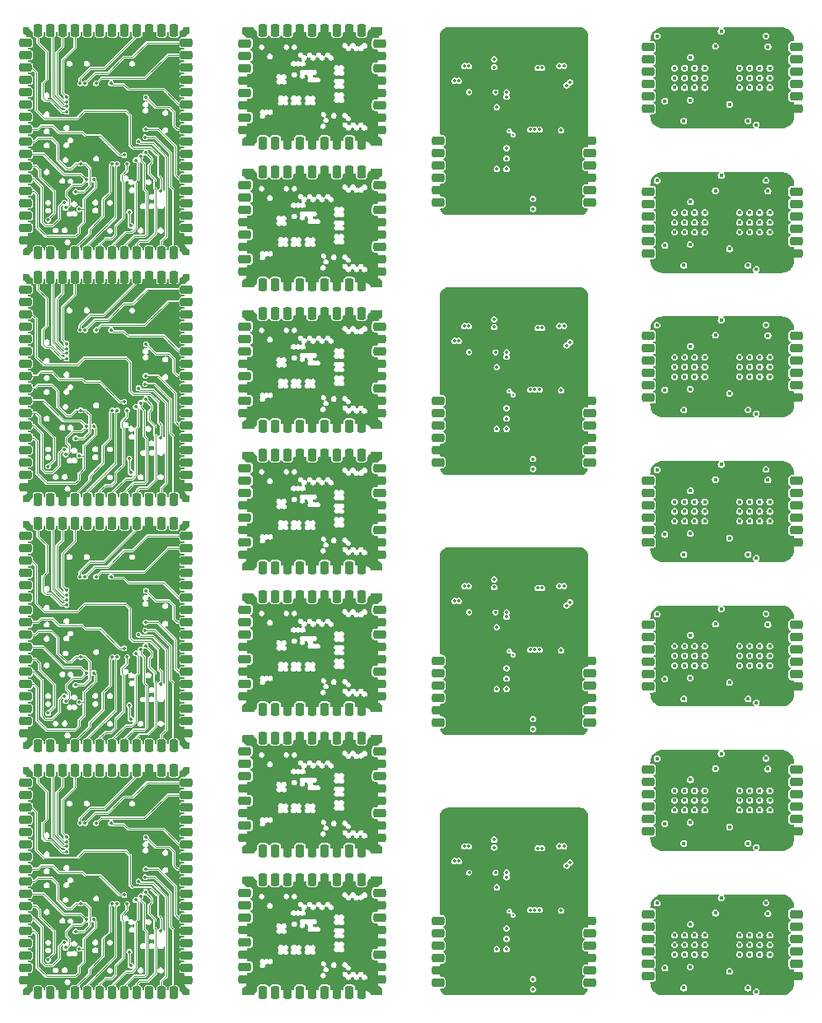
<source format=gbr>
%TF.GenerationSoftware,KiCad,Pcbnew,8.0.4*%
%TF.CreationDate,2024-12-12T20:15:42+01:00*%
%TF.ProjectId,Combined_Module_Panel,436f6d62-696e-4656-945f-4d6f64756c65,rev?*%
%TF.SameCoordinates,Original*%
%TF.FileFunction,Copper,L4,Inr*%
%TF.FilePolarity,Positive*%
%FSLAX46Y46*%
G04 Gerber Fmt 4.6, Leading zero omitted, Abs format (unit mm)*
G04 Created by KiCad (PCBNEW 8.0.4) date 2024-12-12 20:15:42*
%MOMM*%
%LPD*%
G01*
G04 APERTURE LIST*
G04 Aperture macros list*
%AMRoundRect*
0 Rectangle with rounded corners*
0 $1 Rounding radius*
0 $2 $3 $4 $5 $6 $7 $8 $9 X,Y pos of 4 corners*
0 Add a 4 corners polygon primitive as box body*
4,1,4,$2,$3,$4,$5,$6,$7,$8,$9,$2,$3,0*
0 Add four circle primitives for the rounded corners*
1,1,$1+$1,$2,$3*
1,1,$1+$1,$4,$5*
1,1,$1+$1,$6,$7*
1,1,$1+$1,$8,$9*
0 Add four rect primitives between the rounded corners*
20,1,$1+$1,$2,$3,$4,$5,0*
20,1,$1+$1,$4,$5,$6,$7,0*
20,1,$1+$1,$6,$7,$8,$9,0*
20,1,$1+$1,$8,$9,$2,$3,0*%
G04 Aperture macros list end*
%TA.AperFunction,HeatsinkPad*%
%ADD10C,0.400000*%
%TD*%
%TA.AperFunction,CastellatedPad*%
%ADD11RoundRect,0.225000X0.415000X-0.225000X0.415000X0.225000X-0.415000X0.225000X-0.415000X-0.225000X0*%
%TD*%
%TA.AperFunction,CastellatedPad*%
%ADD12RoundRect,0.225000X-0.415000X0.225000X-0.415000X-0.225000X0.415000X-0.225000X0.415000X0.225000X0*%
%TD*%
%TA.AperFunction,CastellatedPad*%
%ADD13RoundRect,0.225000X0.225000X0.415000X-0.225000X0.415000X-0.225000X-0.415000X0.225000X-0.415000X0*%
%TD*%
%TA.AperFunction,CastellatedPad*%
%ADD14RoundRect,0.225000X-0.225000X-0.415000X0.225000X-0.415000X0.225000X0.415000X-0.225000X0.415000X0*%
%TD*%
%TA.AperFunction,ViaPad*%
%ADD15C,0.350000*%
%TD*%
%TA.AperFunction,ViaPad*%
%ADD16C,0.250000*%
%TD*%
%TA.AperFunction,ViaPad*%
%ADD17C,0.400000*%
%TD*%
%TA.AperFunction,Conductor*%
%ADD18C,0.120000*%
%TD*%
G04 APERTURE END LIST*
D10*
%TO.N,N/C*%
%TO.C,U3*%
X139915581Y-133861103D03*
X139915581Y-135761103D03*
%TD*%
%TO.N,N/C*%
%TO.C,U6*%
X145901303Y-137403742D03*
X146851303Y-137978742D03*
X144951303Y-137978742D03*
X145901303Y-138553742D03*
%TD*%
D11*
%TO.N,N/C*%
%TO.C,J13*%
X151054162Y-137696703D03*
X151054162Y-138966703D03*
X151054162Y-140236703D03*
X151054162Y-141506703D03*
X151054162Y-142776703D03*
X151054162Y-144046703D03*
X135446000Y-144046703D03*
X135446000Y-142776703D03*
X135446000Y-141506703D03*
X135446000Y-140236703D03*
X135446000Y-138966703D03*
X135446000Y-137696703D03*
%TD*%
D10*
%TO.N,N/C*%
%TO.C,U3*%
X139915581Y-107090722D03*
X139915581Y-108990722D03*
%TD*%
%TO.N,N/C*%
%TO.C,U6*%
X145901303Y-110633361D03*
X146851303Y-111208361D03*
X144951303Y-111208361D03*
X145901303Y-111783361D03*
%TD*%
D11*
%TO.N,N/C*%
%TO.C,J13*%
X151054162Y-110926322D03*
X151054162Y-112196322D03*
X151054162Y-113466322D03*
X151054162Y-114736322D03*
X151054162Y-116006322D03*
X151054162Y-117276322D03*
X135446000Y-117276322D03*
X135446000Y-116006322D03*
X135446000Y-114736322D03*
X135446000Y-113466322D03*
X135446000Y-112196322D03*
X135446000Y-110926322D03*
%TD*%
D10*
%TO.N,N/C*%
%TO.C,U3*%
X139915581Y-80337722D03*
X139915581Y-82237722D03*
%TD*%
%TO.N,N/C*%
%TO.C,U6*%
X145901303Y-83880361D03*
X146851303Y-84455361D03*
X144951303Y-84455361D03*
X145901303Y-85030361D03*
%TD*%
D11*
%TO.N,N/C*%
%TO.C,J13*%
X151054162Y-84173322D03*
X151054162Y-85443322D03*
X151054162Y-86713322D03*
X151054162Y-87983322D03*
X151054162Y-89253322D03*
X151054162Y-90523322D03*
X135446000Y-90523322D03*
X135446000Y-89253322D03*
X135446000Y-87983322D03*
X135446000Y-86713322D03*
X135446000Y-85443322D03*
X135446000Y-84173322D03*
%TD*%
D12*
%TO.N,N/C*%
%TO.C,J9*%
X172254162Y-128485833D03*
X172254162Y-127215833D03*
X172254162Y-125945833D03*
X172254162Y-124675833D03*
X172254162Y-123405833D03*
X172254162Y-122135833D03*
X157054162Y-122135833D03*
X157054162Y-123405833D03*
X157054162Y-124675833D03*
X157054162Y-125945833D03*
X157054162Y-127215833D03*
X157054162Y-128485833D03*
%TD*%
%TO.N,N/C*%
%TO.C,J8*%
X93065000Y-98106000D03*
X93065000Y-99376000D03*
X93065000Y-100646000D03*
X93065000Y-101916000D03*
X93065000Y-103186000D03*
X93065000Y-104456000D03*
X93065000Y-105726000D03*
X93065000Y-106996000D03*
D11*
X93065000Y-108266000D03*
X93065000Y-109536000D03*
X93065000Y-110806000D03*
X93065000Y-112076000D03*
X93065000Y-113346000D03*
X93065000Y-114616000D03*
X93065000Y-115886000D03*
X93065000Y-117156000D03*
X93065000Y-118426000D03*
D13*
X94335000Y-119696000D03*
X95605000Y-119696000D03*
X96875000Y-119696000D03*
X98145000Y-119696000D03*
X99415000Y-119696000D03*
X100685000Y-119696000D03*
D14*
X101955000Y-119696000D03*
X103225000Y-119696000D03*
X104495000Y-119696000D03*
X105765000Y-119696000D03*
X107035000Y-119696000D03*
X108305000Y-119696000D03*
D12*
X109575000Y-118426000D03*
X109575000Y-117156000D03*
X109575000Y-115886000D03*
X109575000Y-114616000D03*
X109575000Y-113346000D03*
X109575000Y-112076000D03*
X109575000Y-110806000D03*
X109575000Y-109536000D03*
X109575000Y-108266000D03*
X109575000Y-106996000D03*
X109575000Y-105726000D03*
X109575000Y-104456000D03*
D11*
X109575000Y-103186000D03*
X109575000Y-101916000D03*
X109575000Y-100646000D03*
X109575000Y-99376000D03*
X109575000Y-98106000D03*
D14*
X108305000Y-96836000D03*
X107035000Y-96836000D03*
X105765000Y-96836000D03*
X104495000Y-96836000D03*
X103225000Y-96836000D03*
D13*
X101955000Y-96836000D03*
X100685000Y-96836000D03*
X99415000Y-96836000D03*
X98145000Y-96836000D03*
X96875000Y-96836000D03*
X95605000Y-96836000D03*
X94335000Y-96836000D03*
%TD*%
D12*
%TO.N,N/C*%
%TO.C,J8*%
X93065000Y-47364000D03*
X93065000Y-48634000D03*
X93065000Y-49904000D03*
X93065000Y-51174000D03*
X93065000Y-52444000D03*
X93065000Y-53714000D03*
X93065000Y-54984000D03*
X93065000Y-56254000D03*
D11*
X93065000Y-57524000D03*
X93065000Y-58794000D03*
X93065000Y-60064000D03*
X93065000Y-61334000D03*
X93065000Y-62604000D03*
X93065000Y-63874000D03*
X93065000Y-65144000D03*
X93065000Y-66414000D03*
X93065000Y-67684000D03*
D13*
X94335000Y-68954000D03*
X95605000Y-68954000D03*
X96875000Y-68954000D03*
X98145000Y-68954000D03*
X99415000Y-68954000D03*
X100685000Y-68954000D03*
D14*
X101955000Y-68954000D03*
X103225000Y-68954000D03*
X104495000Y-68954000D03*
X105765000Y-68954000D03*
X107035000Y-68954000D03*
X108305000Y-68954000D03*
D12*
X109575000Y-67684000D03*
X109575000Y-66414000D03*
X109575000Y-65144000D03*
X109575000Y-63874000D03*
X109575000Y-62604000D03*
X109575000Y-61334000D03*
X109575000Y-60064000D03*
X109575000Y-58794000D03*
X109575000Y-57524000D03*
X109575000Y-56254000D03*
X109575000Y-54984000D03*
X109575000Y-53714000D03*
D11*
X109575000Y-52444000D03*
X109575000Y-51174000D03*
X109575000Y-49904000D03*
X109575000Y-48634000D03*
X109575000Y-47364000D03*
D14*
X108305000Y-46094000D03*
X107035000Y-46094000D03*
X105765000Y-46094000D03*
X104495000Y-46094000D03*
X103225000Y-46094000D03*
D13*
X101955000Y-46094000D03*
X100685000Y-46094000D03*
X99415000Y-46094000D03*
X98145000Y-46094000D03*
X96875000Y-46094000D03*
X95605000Y-46094000D03*
X94335000Y-46094000D03*
%TD*%
D12*
%TO.N,N/C*%
%TO.C,J1*%
X115585500Y-105689400D03*
X115585500Y-106959400D03*
X115585500Y-108229400D03*
X115585500Y-109499400D03*
X115585500Y-110769400D03*
X115585500Y-112039400D03*
X115585500Y-113309400D03*
X115585500Y-114579400D03*
D13*
X117430500Y-115934400D03*
X118700500Y-115934400D03*
X119970500Y-115934400D03*
X121240500Y-115934400D03*
X122510500Y-115934400D03*
X123780500Y-115934400D03*
X125050500Y-115934400D03*
X126320500Y-115934400D03*
X127590500Y-115934400D03*
D12*
X129435500Y-114579400D03*
X129435500Y-113309400D03*
X129435500Y-112039400D03*
X129435500Y-110769400D03*
X129435500Y-109499400D03*
X129435500Y-108229400D03*
X129435500Y-106959400D03*
X129435500Y-105689400D03*
D13*
X127590500Y-104334400D03*
X126320500Y-104334400D03*
X125050500Y-104334400D03*
X123780500Y-104334400D03*
X122510500Y-104334400D03*
X121240500Y-104334400D03*
X119970500Y-104334400D03*
X118700500Y-104334400D03*
X117430500Y-104334400D03*
%TD*%
D12*
%TO.N,N/C*%
%TO.C,J9*%
X172254162Y-98755833D03*
X172254162Y-97485833D03*
X172254162Y-96215833D03*
X172254162Y-94945833D03*
X172254162Y-93675833D03*
X172254162Y-92405833D03*
X157054162Y-92405833D03*
X157054162Y-93675833D03*
X157054162Y-94945833D03*
X157054162Y-96215833D03*
X157054162Y-97485833D03*
X157054162Y-98755833D03*
%TD*%
%TO.N,N/C*%
%TO.C,J9*%
X172254162Y-83890833D03*
X172254162Y-82620833D03*
X172254162Y-81350833D03*
X172254162Y-80080833D03*
X172254162Y-78810833D03*
X172254162Y-77540833D03*
X157054162Y-77540833D03*
X157054162Y-78810833D03*
X157054162Y-80080833D03*
X157054162Y-81350833D03*
X157054162Y-82620833D03*
X157054162Y-83890833D03*
%TD*%
%TO.N,N/C*%
%TO.C,J9*%
X172254162Y-143349833D03*
X172254162Y-142079833D03*
X172254162Y-140809833D03*
X172254162Y-139539833D03*
X172254162Y-138269833D03*
X172254162Y-136999833D03*
X157054162Y-136999833D03*
X157054162Y-138269833D03*
X157054162Y-139539833D03*
X157054162Y-140809833D03*
X157054162Y-142079833D03*
X157054162Y-143349833D03*
%TD*%
%TO.N,N/C*%
%TO.C,J9*%
X172254162Y-69025833D03*
X172254162Y-67755833D03*
X172254162Y-66485833D03*
X172254162Y-65215833D03*
X172254162Y-63945833D03*
X172254162Y-62675833D03*
X157054162Y-62675833D03*
X157054162Y-63945833D03*
X157054162Y-65215833D03*
X157054162Y-66485833D03*
X157054162Y-67755833D03*
X157054162Y-69025833D03*
%TD*%
%TO.N,N/C*%
%TO.C,J1*%
X115585500Y-134813600D03*
X115585500Y-136083600D03*
X115585500Y-137353600D03*
X115585500Y-138623600D03*
X115585500Y-139893600D03*
X115585500Y-141163600D03*
X115585500Y-142433600D03*
X115585500Y-143703600D03*
D13*
X117430500Y-145058600D03*
X118700500Y-145058600D03*
X119970500Y-145058600D03*
X121240500Y-145058600D03*
X122510500Y-145058600D03*
X123780500Y-145058600D03*
X125050500Y-145058600D03*
X126320500Y-145058600D03*
X127590500Y-145058600D03*
D12*
X129435500Y-143703600D03*
X129435500Y-142433600D03*
X129435500Y-141163600D03*
X129435500Y-139893600D03*
X129435500Y-138623600D03*
X129435500Y-137353600D03*
X129435500Y-136083600D03*
X129435500Y-134813600D03*
D13*
X127590500Y-133458600D03*
X126320500Y-133458600D03*
X125050500Y-133458600D03*
X123780500Y-133458600D03*
X122510500Y-133458600D03*
X121240500Y-133458600D03*
X119970500Y-133458600D03*
X118700500Y-133458600D03*
X117430500Y-133458600D03*
%TD*%
D12*
%TO.N,N/C*%
%TO.C,J1*%
X115585500Y-91127300D03*
X115585500Y-92397300D03*
X115585500Y-93667300D03*
X115585500Y-94937300D03*
X115585500Y-96207300D03*
X115585500Y-97477300D03*
X115585500Y-98747300D03*
X115585500Y-100017300D03*
D13*
X117430500Y-101372300D03*
X118700500Y-101372300D03*
X119970500Y-101372300D03*
X121240500Y-101372300D03*
X122510500Y-101372300D03*
X123780500Y-101372300D03*
X125050500Y-101372300D03*
X126320500Y-101372300D03*
X127590500Y-101372300D03*
D12*
X129435500Y-100017300D03*
X129435500Y-98747300D03*
X129435500Y-97477300D03*
X129435500Y-96207300D03*
X129435500Y-94937300D03*
X129435500Y-93667300D03*
X129435500Y-92397300D03*
X129435500Y-91127300D03*
D13*
X127590500Y-89772300D03*
X126320500Y-89772300D03*
X125050500Y-89772300D03*
X123780500Y-89772300D03*
X122510500Y-89772300D03*
X121240500Y-89772300D03*
X119970500Y-89772300D03*
X118700500Y-89772300D03*
X117430500Y-89772300D03*
%TD*%
D12*
%TO.N,N/C*%
%TO.C,J8*%
X93065000Y-123477000D03*
X93065000Y-124747000D03*
X93065000Y-126017000D03*
X93065000Y-127287000D03*
X93065000Y-128557000D03*
X93065000Y-129827000D03*
X93065000Y-131097000D03*
X93065000Y-132367000D03*
D11*
X93065000Y-133637000D03*
X93065000Y-134907000D03*
X93065000Y-136177000D03*
X93065000Y-137447000D03*
X93065000Y-138717000D03*
X93065000Y-139987000D03*
X93065000Y-141257000D03*
X93065000Y-142527000D03*
X93065000Y-143797000D03*
D13*
X94335000Y-145067000D03*
X95605000Y-145067000D03*
X96875000Y-145067000D03*
X98145000Y-145067000D03*
X99415000Y-145067000D03*
X100685000Y-145067000D03*
D14*
X101955000Y-145067000D03*
X103225000Y-145067000D03*
X104495000Y-145067000D03*
X105765000Y-145067000D03*
X107035000Y-145067000D03*
X108305000Y-145067000D03*
D12*
X109575000Y-143797000D03*
X109575000Y-142527000D03*
X109575000Y-141257000D03*
X109575000Y-139987000D03*
X109575000Y-138717000D03*
X109575000Y-137447000D03*
X109575000Y-136177000D03*
X109575000Y-134907000D03*
X109575000Y-133637000D03*
X109575000Y-132367000D03*
X109575000Y-131097000D03*
X109575000Y-129827000D03*
D11*
X109575000Y-128557000D03*
X109575000Y-127287000D03*
X109575000Y-126017000D03*
X109575000Y-124747000D03*
X109575000Y-123477000D03*
D14*
X108305000Y-122207000D03*
X107035000Y-122207000D03*
X105765000Y-122207000D03*
X104495000Y-122207000D03*
X103225000Y-122207000D03*
D13*
X101955000Y-122207000D03*
X100685000Y-122207000D03*
X99415000Y-122207000D03*
X98145000Y-122207000D03*
X96875000Y-122207000D03*
X95605000Y-122207000D03*
X94335000Y-122207000D03*
%TD*%
D12*
%TO.N,N/C*%
%TO.C,J1*%
X115585500Y-120251500D03*
X115585500Y-121521500D03*
X115585500Y-122791500D03*
X115585500Y-124061500D03*
X115585500Y-125331500D03*
X115585500Y-126601500D03*
X115585500Y-127871500D03*
X115585500Y-129141500D03*
D13*
X117430500Y-130496500D03*
X118700500Y-130496500D03*
X119970500Y-130496500D03*
X121240500Y-130496500D03*
X122510500Y-130496500D03*
X123780500Y-130496500D03*
X125050500Y-130496500D03*
X126320500Y-130496500D03*
X127590500Y-130496500D03*
D12*
X129435500Y-129141500D03*
X129435500Y-127871500D03*
X129435500Y-126601500D03*
X129435500Y-125331500D03*
X129435500Y-124061500D03*
X129435500Y-122791500D03*
X129435500Y-121521500D03*
X129435500Y-120251500D03*
D13*
X127590500Y-118896500D03*
X126320500Y-118896500D03*
X125050500Y-118896500D03*
X123780500Y-118896500D03*
X122510500Y-118896500D03*
X121240500Y-118896500D03*
X119970500Y-118896500D03*
X118700500Y-118896500D03*
X117430500Y-118896500D03*
%TD*%
D12*
%TO.N,N/C*%
%TO.C,J1*%
X115585500Y-62003100D03*
X115585500Y-63273100D03*
X115585500Y-64543100D03*
X115585500Y-65813100D03*
X115585500Y-67083100D03*
X115585500Y-68353100D03*
X115585500Y-69623100D03*
X115585500Y-70893100D03*
D13*
X117430500Y-72248100D03*
X118700500Y-72248100D03*
X119970500Y-72248100D03*
X121240500Y-72248100D03*
X122510500Y-72248100D03*
X123780500Y-72248100D03*
X125050500Y-72248100D03*
X126320500Y-72248100D03*
X127590500Y-72248100D03*
D12*
X129435500Y-70893100D03*
X129435500Y-69623100D03*
X129435500Y-68353100D03*
X129435500Y-67083100D03*
X129435500Y-65813100D03*
X129435500Y-64543100D03*
X129435500Y-63273100D03*
X129435500Y-62003100D03*
D13*
X127590500Y-60648100D03*
X126320500Y-60648100D03*
X125050500Y-60648100D03*
X123780500Y-60648100D03*
X122510500Y-60648100D03*
X121240500Y-60648100D03*
X119970500Y-60648100D03*
X118700500Y-60648100D03*
X117430500Y-60648100D03*
%TD*%
D12*
%TO.N,N/C*%
%TO.C,J8*%
X93065000Y-72735000D03*
X93065000Y-74005000D03*
X93065000Y-75275000D03*
X93065000Y-76545000D03*
X93065000Y-77815000D03*
X93065000Y-79085000D03*
X93065000Y-80355000D03*
X93065000Y-81625000D03*
D11*
X93065000Y-82895000D03*
X93065000Y-84165000D03*
X93065000Y-85435000D03*
X93065000Y-86705000D03*
X93065000Y-87975000D03*
X93065000Y-89245000D03*
X93065000Y-90515000D03*
X93065000Y-91785000D03*
X93065000Y-93055000D03*
D13*
X94335000Y-94325000D03*
X95605000Y-94325000D03*
X96875000Y-94325000D03*
X98145000Y-94325000D03*
X99415000Y-94325000D03*
X100685000Y-94325000D03*
D14*
X101955000Y-94325000D03*
X103225000Y-94325000D03*
X104495000Y-94325000D03*
X105765000Y-94325000D03*
X107035000Y-94325000D03*
X108305000Y-94325000D03*
D12*
X109575000Y-93055000D03*
X109575000Y-91785000D03*
X109575000Y-90515000D03*
X109575000Y-89245000D03*
X109575000Y-87975000D03*
X109575000Y-86705000D03*
X109575000Y-85435000D03*
X109575000Y-84165000D03*
X109575000Y-82895000D03*
X109575000Y-81625000D03*
X109575000Y-80355000D03*
X109575000Y-79085000D03*
D11*
X109575000Y-77815000D03*
X109575000Y-76545000D03*
X109575000Y-75275000D03*
X109575000Y-74005000D03*
X109575000Y-72735000D03*
D14*
X108305000Y-71465000D03*
X107035000Y-71465000D03*
X105765000Y-71465000D03*
X104495000Y-71465000D03*
X103225000Y-71465000D03*
D13*
X101955000Y-71465000D03*
X100685000Y-71465000D03*
X99415000Y-71465000D03*
X98145000Y-71465000D03*
X96875000Y-71465000D03*
X95605000Y-71465000D03*
X94335000Y-71465000D03*
%TD*%
D12*
%TO.N,N/C*%
%TO.C,J1*%
X115585500Y-76565200D03*
X115585500Y-77835200D03*
X115585500Y-79105200D03*
X115585500Y-80375200D03*
X115585500Y-81645200D03*
X115585500Y-82915200D03*
X115585500Y-84185200D03*
X115585500Y-85455200D03*
D13*
X117430500Y-86810200D03*
X118700500Y-86810200D03*
X119970500Y-86810200D03*
X121240500Y-86810200D03*
X122510500Y-86810200D03*
X123780500Y-86810200D03*
X125050500Y-86810200D03*
X126320500Y-86810200D03*
X127590500Y-86810200D03*
D12*
X129435500Y-85455200D03*
X129435500Y-84185200D03*
X129435500Y-82915200D03*
X129435500Y-81645200D03*
X129435500Y-80375200D03*
X129435500Y-79105200D03*
X129435500Y-77835200D03*
X129435500Y-76565200D03*
D13*
X127590500Y-75210200D03*
X126320500Y-75210200D03*
X125050500Y-75210200D03*
X123780500Y-75210200D03*
X122510500Y-75210200D03*
X121240500Y-75210200D03*
X119970500Y-75210200D03*
X118700500Y-75210200D03*
X117430500Y-75210200D03*
%TD*%
D12*
%TO.N,N/C*%
%TO.C,J9*%
X172254162Y-113620833D03*
X172254162Y-112350833D03*
X172254162Y-111080833D03*
X172254162Y-109810833D03*
X172254162Y-108540833D03*
X172254162Y-107270833D03*
X157054162Y-107270833D03*
X157054162Y-108540833D03*
X157054162Y-109810833D03*
X157054162Y-111080833D03*
X157054162Y-112350833D03*
X157054162Y-113620833D03*
%TD*%
%TO.N,N/C*%
%TO.C,J9*%
X172254162Y-54160833D03*
X172254162Y-52890833D03*
X172254162Y-51620833D03*
X172254162Y-50350833D03*
X172254162Y-49080833D03*
X172254162Y-47810833D03*
X157054162Y-47810833D03*
X157054162Y-49080833D03*
X157054162Y-50350833D03*
X157054162Y-51620833D03*
X157054162Y-52890833D03*
X157054162Y-54160833D03*
%TD*%
%TO.N,N/C*%
%TO.C,J1*%
X115585500Y-47441000D03*
X115585500Y-48711000D03*
X115585500Y-49981000D03*
X115585500Y-51251000D03*
X115585500Y-52521000D03*
X115585500Y-53791000D03*
X115585500Y-55061000D03*
X115585500Y-56331000D03*
D13*
X117430500Y-57686000D03*
X118700500Y-57686000D03*
X119970500Y-57686000D03*
X121240500Y-57686000D03*
X122510500Y-57686000D03*
X123780500Y-57686000D03*
X125050500Y-57686000D03*
X126320500Y-57686000D03*
X127590500Y-57686000D03*
D12*
X129435500Y-56331000D03*
X129435500Y-55061000D03*
X129435500Y-53791000D03*
X129435500Y-52521000D03*
X129435500Y-51251000D03*
X129435500Y-49981000D03*
X129435500Y-48711000D03*
X129435500Y-47441000D03*
D13*
X127590500Y-46086000D03*
X126320500Y-46086000D03*
X125050500Y-46086000D03*
X123780500Y-46086000D03*
X122510500Y-46086000D03*
X121240500Y-46086000D03*
X119970500Y-46086000D03*
X118700500Y-46086000D03*
X117430500Y-46086000D03*
%TD*%
D11*
%TO.N,N/C*%
%TO.C,J13*%
X151054162Y-57420322D03*
X151054162Y-58690322D03*
X151054162Y-59960322D03*
X151054162Y-61230322D03*
X151054162Y-62500322D03*
X151054162Y-63770322D03*
X135446000Y-63770322D03*
X135446000Y-62500322D03*
X135446000Y-61230322D03*
X135446000Y-59960322D03*
X135446000Y-58690322D03*
X135446000Y-57420322D03*
%TD*%
D10*
%TO.N,N/C*%
%TO.C,U6*%
X145901303Y-57127361D03*
X146851303Y-57702361D03*
X144951303Y-57702361D03*
X145901303Y-58277361D03*
%TD*%
%TO.N,N/C*%
%TO.C,U3*%
X139915581Y-53584722D03*
X139915581Y-55484722D03*
%TD*%
D15*
%TO.N,*%
X141340581Y-132731103D03*
X146145581Y-130231103D03*
X142490581Y-138484581D03*
X145671632Y-130231103D03*
X141225581Y-129351103D03*
X142500581Y-132741103D03*
X141225581Y-130151103D03*
X140540581Y-140621381D03*
D16*
X142770581Y-136710342D03*
D15*
X142490581Y-140621381D03*
X149017665Y-131708210D03*
X148670380Y-132032279D03*
X142490581Y-139552981D03*
X141500581Y-134267703D03*
X137604907Y-131561103D03*
D16*
X143170581Y-137110342D03*
D15*
X141500581Y-140621381D03*
X145401303Y-136578742D03*
X143460581Y-144746381D03*
X145207503Y-143707781D03*
X136756000Y-127786431D03*
X147806000Y-126486431D03*
X144901303Y-136578742D03*
X139590581Y-132721103D03*
X149106000Y-126486431D03*
X148104503Y-136647381D03*
X142495581Y-133201103D03*
X150406000Y-135586431D03*
X145207503Y-135336103D03*
X147905581Y-130031103D03*
X145901303Y-136578742D03*
X138604907Y-130040088D03*
X138630581Y-132721103D03*
X148063781Y-143734103D03*
X148379530Y-130031103D03*
X145207503Y-144746381D03*
X138130958Y-130040088D03*
X136756000Y-142086431D03*
X139356000Y-127136431D03*
X138706000Y-127136431D03*
X136525581Y-138231103D03*
X140388581Y-126790703D03*
X137130958Y-130040088D03*
X138635581Y-142685981D03*
X138056000Y-128436431D03*
X146506000Y-127786431D03*
X147806000Y-127136431D03*
X148104503Y-142591103D03*
X136106000Y-131686431D03*
X143450581Y-139552981D03*
X150406000Y-131036431D03*
X137406000Y-144686431D03*
X136106000Y-127786431D03*
X146111581Y-126790703D03*
X150406000Y-134286431D03*
X146901303Y-136651103D03*
X137406000Y-127136431D03*
X136425581Y-136331103D03*
X147156000Y-127786431D03*
X150406000Y-134936431D03*
X149756000Y-142086431D03*
X147806000Y-127786431D03*
X147156000Y-127136431D03*
X136756000Y-142736431D03*
X136106000Y-132986431D03*
X141500581Y-139552981D03*
X137406000Y-127786431D03*
X136106000Y-128436431D03*
X138706000Y-126486431D03*
X150406000Y-136236431D03*
X149756000Y-138836431D03*
D16*
X143170581Y-142364581D03*
D15*
X136756000Y-143386431D03*
X143450581Y-138484581D03*
X145206000Y-127786431D03*
X136525581Y-140931103D03*
X150406000Y-129086431D03*
X148104503Y-141641981D03*
X136338581Y-126790703D03*
X148456000Y-127786431D03*
X136756000Y-132336431D03*
X138370581Y-144746381D03*
X136756000Y-144686431D03*
X136106000Y-130386431D03*
X149106000Y-142086431D03*
X149756000Y-127786431D03*
D16*
X142770581Y-137110342D03*
D15*
X137406000Y-143386431D03*
X150406000Y-128436431D03*
X149106000Y-127786431D03*
X136106000Y-129086431D03*
X145075581Y-130951103D03*
X150406000Y-130386431D03*
X148456000Y-127136431D03*
X140495581Y-129311103D03*
X148385581Y-135751103D03*
X149106000Y-141436431D03*
X137406000Y-126486431D03*
X149106000Y-140136431D03*
X146900958Y-130040088D03*
X136756000Y-132986431D03*
X150406000Y-129736431D03*
X149756000Y-128436431D03*
X137406000Y-128436431D03*
X138056000Y-127136431D03*
X149756000Y-129086431D03*
X140380581Y-132731103D03*
X136525581Y-139631103D03*
X138706000Y-127786431D03*
X149756000Y-129736431D03*
X137406000Y-129086431D03*
X136756000Y-128436431D03*
X143450581Y-140621381D03*
X139356000Y-126486431D03*
X148114581Y-144877103D03*
X145380581Y-132761103D03*
X149640005Y-132194216D03*
X147374907Y-130040088D03*
X148456000Y-126486431D03*
X138056000Y-127786431D03*
X140006000Y-144036431D03*
X150161581Y-126790703D03*
X145380581Y-133681103D03*
X149756000Y-143386431D03*
X149106000Y-127136431D03*
X149756000Y-144686431D03*
X149106000Y-140786431D03*
X138056000Y-126486431D03*
X148104503Y-140621381D03*
X137406000Y-142736431D03*
X138635581Y-137488381D03*
X149756000Y-140786431D03*
X136106000Y-131036431D03*
X147156000Y-126486431D03*
X149106000Y-144686431D03*
X136106000Y-132336431D03*
X137406000Y-132986431D03*
X143450581Y-143707781D03*
X137604907Y-130040088D03*
X136106000Y-129736431D03*
X149756000Y-141436431D03*
X148104503Y-139602781D03*
X143906000Y-137536431D03*
X137406000Y-132336431D03*
X150406000Y-127786431D03*
X143906000Y-142736431D03*
X145856000Y-127786431D03*
X136756000Y-129086431D03*
X139356000Y-127786431D03*
X137130958Y-131561103D03*
X141340581Y-105960722D03*
X146145581Y-103460722D03*
X142490581Y-111714200D03*
X145671632Y-103460722D03*
X141225581Y-102580722D03*
X142500581Y-105970722D03*
X141225581Y-103380722D03*
X140540581Y-113851000D03*
D16*
X142770581Y-109939961D03*
D15*
X142490581Y-113851000D03*
X149017665Y-104937829D03*
X148670380Y-105261898D03*
X142490581Y-112782600D03*
X141500581Y-107497322D03*
X137604907Y-104790722D03*
D16*
X143170581Y-110339961D03*
D15*
X141500581Y-113851000D03*
X145401303Y-109808361D03*
X143460581Y-117976000D03*
X145207503Y-116937400D03*
X136756000Y-101016050D03*
X147806000Y-99716050D03*
X144901303Y-109808361D03*
X139590581Y-105950722D03*
X149106000Y-99716050D03*
X148104503Y-109877000D03*
X142495581Y-106430722D03*
X150406000Y-108816050D03*
X145207503Y-108565722D03*
X147905581Y-103260722D03*
X145901303Y-109808361D03*
X138604907Y-103269707D03*
X138630581Y-105950722D03*
X148063781Y-116963722D03*
X148379530Y-103260722D03*
X145207503Y-117976000D03*
X138130958Y-103269707D03*
X136756000Y-115316050D03*
X139356000Y-100366050D03*
X138706000Y-100366050D03*
X136525581Y-111460722D03*
X140388581Y-100020322D03*
X137130958Y-103269707D03*
X138635581Y-115915600D03*
X138056000Y-101666050D03*
X146506000Y-101016050D03*
X147806000Y-100366050D03*
X148104503Y-115820722D03*
X136106000Y-104916050D03*
X143450581Y-112782600D03*
X150406000Y-104266050D03*
X137406000Y-117916050D03*
X136106000Y-101016050D03*
X146111581Y-100020322D03*
X150406000Y-107516050D03*
X146901303Y-109880722D03*
X137406000Y-100366050D03*
X136425581Y-109560722D03*
X147156000Y-101016050D03*
X150406000Y-108166050D03*
X149756000Y-115316050D03*
X147806000Y-101016050D03*
X147156000Y-100366050D03*
X136756000Y-115966050D03*
X136106000Y-106216050D03*
X141500581Y-112782600D03*
X137406000Y-101016050D03*
X136106000Y-101666050D03*
X138706000Y-99716050D03*
X150406000Y-109466050D03*
X149756000Y-112066050D03*
D16*
X143170581Y-115594200D03*
D15*
X136756000Y-116616050D03*
X143450581Y-111714200D03*
X145206000Y-101016050D03*
X136525581Y-114160722D03*
X150406000Y-102316050D03*
X148104503Y-114871600D03*
X136338581Y-100020322D03*
X148456000Y-101016050D03*
X136756000Y-105566050D03*
X138370581Y-117976000D03*
X136756000Y-117916050D03*
X136106000Y-103616050D03*
X149106000Y-115316050D03*
X149756000Y-101016050D03*
D16*
X142770581Y-110339961D03*
D15*
X137406000Y-116616050D03*
X150406000Y-101666050D03*
X149106000Y-101016050D03*
X136106000Y-102316050D03*
X145075581Y-104180722D03*
X150406000Y-103616050D03*
X148456000Y-100366050D03*
X140495581Y-102540722D03*
X148385581Y-108980722D03*
X149106000Y-114666050D03*
X137406000Y-99716050D03*
X149106000Y-113366050D03*
X146900958Y-103269707D03*
X136756000Y-106216050D03*
X150406000Y-102966050D03*
X149756000Y-101666050D03*
X137406000Y-101666050D03*
X138056000Y-100366050D03*
X149756000Y-102316050D03*
X140380581Y-105960722D03*
X136525581Y-112860722D03*
X138706000Y-101016050D03*
X149756000Y-102966050D03*
X137406000Y-102316050D03*
X136756000Y-101666050D03*
X143450581Y-113851000D03*
X139356000Y-99716050D03*
X148114581Y-118106722D03*
X145380581Y-105990722D03*
X149640005Y-105423835D03*
X147374907Y-103269707D03*
X148456000Y-99716050D03*
X138056000Y-101016050D03*
X140006000Y-117266050D03*
X150161581Y-100020322D03*
X145380581Y-106910722D03*
X149756000Y-116616050D03*
X149106000Y-100366050D03*
X149756000Y-117916050D03*
X149106000Y-114016050D03*
X138056000Y-99716050D03*
X148104503Y-113851000D03*
X137406000Y-115966050D03*
X138635581Y-110718000D03*
X149756000Y-114016050D03*
X136106000Y-104266050D03*
X147156000Y-99716050D03*
X149106000Y-117916050D03*
X136106000Y-105566050D03*
X137406000Y-106216050D03*
X143450581Y-116937400D03*
X137604907Y-103269707D03*
X136106000Y-102966050D03*
X149756000Y-114666050D03*
X148104503Y-112832400D03*
X143906000Y-110766050D03*
X137406000Y-105566050D03*
X150406000Y-101016050D03*
X143906000Y-115966050D03*
X145856000Y-101016050D03*
X136756000Y-102316050D03*
X139356000Y-101016050D03*
X137130958Y-104790722D03*
X141340581Y-79207722D03*
X146145581Y-76707722D03*
X142490581Y-84961200D03*
X145671632Y-76707722D03*
X141225581Y-75827722D03*
X142500581Y-79217722D03*
X141225581Y-76627722D03*
X140540581Y-87098000D03*
D16*
X142770581Y-83186961D03*
D15*
X142490581Y-87098000D03*
X149017665Y-78184829D03*
X148670380Y-78508898D03*
X142490581Y-86029600D03*
X141500581Y-80744322D03*
X137604907Y-78037722D03*
D16*
X143170581Y-83586961D03*
D15*
X141500581Y-87098000D03*
X145401303Y-83055361D03*
X143460581Y-91223000D03*
X145207503Y-90184400D03*
X136756000Y-74263050D03*
X147806000Y-72963050D03*
X144901303Y-83055361D03*
X139590581Y-79197722D03*
X149106000Y-72963050D03*
X148104503Y-83124000D03*
X142495581Y-79677722D03*
X150406000Y-82063050D03*
X145207503Y-81812722D03*
X147905581Y-76507722D03*
X145901303Y-83055361D03*
X138604907Y-76516707D03*
X138630581Y-79197722D03*
X148063781Y-90210722D03*
X148379530Y-76507722D03*
X145207503Y-91223000D03*
X138130958Y-76516707D03*
X136756000Y-88563050D03*
X139356000Y-73613050D03*
X138706000Y-73613050D03*
X136525581Y-84707722D03*
X140388581Y-73267322D03*
X137130958Y-76516707D03*
X138635581Y-89162600D03*
X138056000Y-74913050D03*
X146506000Y-74263050D03*
X147806000Y-73613050D03*
X148104503Y-89067722D03*
X136106000Y-78163050D03*
X143450581Y-86029600D03*
X150406000Y-77513050D03*
X137406000Y-91163050D03*
X136106000Y-74263050D03*
X146111581Y-73267322D03*
X150406000Y-80763050D03*
X146901303Y-83127722D03*
X137406000Y-73613050D03*
X136425581Y-82807722D03*
X147156000Y-74263050D03*
X150406000Y-81413050D03*
X149756000Y-88563050D03*
X147806000Y-74263050D03*
X147156000Y-73613050D03*
X136756000Y-89213050D03*
X136106000Y-79463050D03*
X141500581Y-86029600D03*
X137406000Y-74263050D03*
X136106000Y-74913050D03*
X138706000Y-72963050D03*
X150406000Y-82713050D03*
X149756000Y-85313050D03*
D16*
X143170581Y-88841200D03*
D15*
X136756000Y-89863050D03*
X143450581Y-84961200D03*
X145206000Y-74263050D03*
X136525581Y-87407722D03*
X150406000Y-75563050D03*
X148104503Y-88118600D03*
X136338581Y-73267322D03*
X148456000Y-74263050D03*
X136756000Y-78813050D03*
X138370581Y-91223000D03*
X136756000Y-91163050D03*
X136106000Y-76863050D03*
X149106000Y-88563050D03*
X149756000Y-74263050D03*
D16*
X142770581Y-83586961D03*
D15*
X137406000Y-89863050D03*
X150406000Y-74913050D03*
X149106000Y-74263050D03*
X136106000Y-75563050D03*
X145075581Y-77427722D03*
X150406000Y-76863050D03*
X148456000Y-73613050D03*
X140495581Y-75787722D03*
X148385581Y-82227722D03*
X149106000Y-87913050D03*
X137406000Y-72963050D03*
X149106000Y-86613050D03*
X146900958Y-76516707D03*
X136756000Y-79463050D03*
X150406000Y-76213050D03*
X149756000Y-74913050D03*
X137406000Y-74913050D03*
X138056000Y-73613050D03*
X149756000Y-75563050D03*
X140380581Y-79207722D03*
X136525581Y-86107722D03*
X138706000Y-74263050D03*
X149756000Y-76213050D03*
X137406000Y-75563050D03*
X136756000Y-74913050D03*
X143450581Y-87098000D03*
X139356000Y-72963050D03*
X148114581Y-91353722D03*
X145380581Y-79237722D03*
X149640005Y-78670835D03*
X147374907Y-76516707D03*
X148456000Y-72963050D03*
X138056000Y-74263050D03*
X140006000Y-90513050D03*
X150161581Y-73267322D03*
X145380581Y-80157722D03*
X149756000Y-89863050D03*
X149106000Y-73613050D03*
X149756000Y-91163050D03*
X149106000Y-87263050D03*
X138056000Y-72963050D03*
X148104503Y-87098000D03*
X137406000Y-89213050D03*
X138635581Y-83965000D03*
X149756000Y-87263050D03*
X136106000Y-77513050D03*
X147156000Y-72963050D03*
X149106000Y-91163050D03*
X136106000Y-78813050D03*
X137406000Y-79463050D03*
X143450581Y-90184400D03*
X137604907Y-76516707D03*
X136106000Y-76213050D03*
X149756000Y-87913050D03*
X148104503Y-86079400D03*
X143906000Y-84013050D03*
X137406000Y-78813050D03*
X150406000Y-74263050D03*
X143906000Y-89213050D03*
X145856000Y-74263050D03*
X136756000Y-75563050D03*
X139356000Y-74263050D03*
X137130958Y-78037722D03*
X101955000Y-54984000D03*
X98655634Y-51548762D03*
X103098000Y-47491000D03*
X108691000Y-117796000D03*
D16*
X121498000Y-124009000D03*
X119798000Y-127959000D03*
D15*
X103352000Y-49904000D03*
X106601000Y-67404000D03*
D17*
X164454162Y-115273333D03*
X162854162Y-95580833D03*
D16*
X120598000Y-69710600D03*
D17*
X168504162Y-50985833D03*
D16*
X121148000Y-83772700D03*
D15*
X108671000Y-89845000D03*
D16*
X120598000Y-83772700D03*
D15*
X101301000Y-112996000D03*
X101955000Y-57524000D03*
X98231750Y-77435000D03*
X105337613Y-82473879D03*
D17*
X161820828Y-109445833D03*
D15*
X104876000Y-129065000D03*
X104876000Y-83911000D03*
X107035000Y-128684000D03*
D17*
X160787495Y-140174833D03*
D15*
X97551000Y-102800750D03*
X106527000Y-73243000D03*
D16*
X117485500Y-138208600D03*
D15*
X107121000Y-110206000D03*
D17*
X160787495Y-124310833D03*
D15*
X103225000Y-131097000D03*
D17*
X158754162Y-68228333D03*
D15*
X105901000Y-87915000D03*
X95200261Y-129861888D03*
X103225000Y-104456000D03*
X98625000Y-61588000D03*
X95200261Y-79119888D03*
D17*
X163954162Y-62578333D03*
D15*
X98018000Y-107758000D03*
X108731000Y-100036000D03*
D17*
X165354162Y-62528333D03*
X157954162Y-61553333D03*
D16*
X118323000Y-77097700D03*
D15*
X97256000Y-103694000D03*
D16*
X118423000Y-82522700D03*
D17*
X166437496Y-49985833D03*
D15*
X97764000Y-78577000D03*
X101955000Y-56254000D03*
X104876000Y-104456000D03*
D16*
X118123000Y-53048500D03*
D15*
X107416000Y-53615000D03*
D17*
X158754162Y-127688333D03*
X163954162Y-47713333D03*
D15*
X101955000Y-53714000D03*
X99288000Y-137574000D03*
X97764000Y-129827000D03*
X101301000Y-62254000D03*
X98018000Y-57016000D03*
X103701000Y-64779000D03*
X95200261Y-104490888D03*
D17*
X169537496Y-81715833D03*
D16*
X121148000Y-84272700D03*
D17*
X169537496Y-65850833D03*
X158754162Y-121363330D03*
D16*
X118323000Y-106221900D03*
D15*
X97764000Y-53714000D03*
X98653000Y-110044000D03*
D17*
X163754162Y-120488333D03*
X168504162Y-139174833D03*
X160787495Y-49985833D03*
D15*
X100051000Y-137567000D03*
X103352000Y-100646000D03*
D17*
X168504162Y-96580833D03*
D15*
X106941000Y-62624000D03*
X103098000Y-98233000D03*
D16*
X117485500Y-123646500D03*
D15*
X101828000Y-51555000D03*
X103225000Y-132367000D03*
X105901000Y-138657000D03*
X102209000Y-84673000D03*
D16*
X118423000Y-126209000D03*
D17*
X161404162Y-93458333D03*
X158754162Y-107823333D03*
X159754162Y-139174833D03*
D15*
X102844000Y-75275000D03*
X100051000Y-112196000D03*
D17*
X168154162Y-130138333D03*
D15*
X105409400Y-103744800D03*
D17*
X168154162Y-55813333D03*
D15*
X94531000Y-57824000D03*
D17*
X160787495Y-110445833D03*
X159754162Y-50985833D03*
X167304162Y-85143333D03*
D16*
X118398000Y-137221100D03*
D15*
X100304000Y-102297000D03*
X102691669Y-117421000D03*
X108741000Y-127917000D03*
X94843000Y-125128000D03*
D17*
X169537496Y-125310833D03*
D16*
X119248000Y-113396900D03*
D15*
X104876000Y-78323000D03*
X103352000Y-75275000D03*
X95101000Y-113006000D03*
D17*
X160787495Y-79715833D03*
D15*
X102691669Y-66679000D03*
D17*
X162854162Y-64850833D03*
D15*
X103501000Y-138842000D03*
D17*
X161820828Y-139174833D03*
D15*
X98912500Y-128161250D03*
D17*
X168504162Y-66850833D03*
D15*
X108731000Y-49294000D03*
D17*
X170504162Y-85543333D03*
D15*
X104876000Y-54349000D03*
D17*
X164454162Y-145002333D03*
D15*
X94843000Y-47237000D03*
X100274000Y-128156000D03*
D17*
X161820828Y-96580833D03*
D15*
X105087000Y-88592000D03*
X98561000Y-115217000D03*
D16*
X121498000Y-138571100D03*
D15*
X105003000Y-125636000D03*
X105384000Y-131859000D03*
X106601000Y-143517000D03*
D17*
X164454162Y-100408333D03*
D15*
X101955000Y-82895000D03*
X106937000Y-91090000D03*
X94843000Y-99757000D03*
X98655634Y-76919762D03*
D16*
X121148000Y-127959000D03*
D15*
X98720000Y-135923000D03*
D16*
X117485500Y-65948100D03*
D17*
X165354162Y-136227330D03*
D15*
X108671000Y-64474000D03*
X104876000Y-58540000D03*
D17*
X167470829Y-95580833D03*
D15*
X105384000Y-55746000D03*
D16*
X119248000Y-142521100D03*
D15*
X96911000Y-73965000D03*
X108641000Y-116626000D03*
D17*
X167304162Y-100008333D03*
D15*
X106121000Y-111206000D03*
D17*
X169537496Y-110445833D03*
D15*
X99415000Y-131097000D03*
X104368000Y-110185226D03*
D17*
X162854162Y-139174833D03*
D16*
X118123000Y-140421100D03*
D15*
X104876000Y-112457000D03*
D17*
X164554162Y-61028333D03*
X170504162Y-130138333D03*
X162854162Y-80715833D03*
D15*
X98180000Y-62697000D03*
X95224000Y-77208000D03*
X97891000Y-56127000D03*
D17*
X165404162Y-113173333D03*
D15*
X101955000Y-108266000D03*
X102209000Y-110044000D03*
X108741000Y-51804000D03*
D17*
X158754162Y-47038330D03*
X167304162Y-55413333D03*
D15*
X100685000Y-131097000D03*
X104876000Y-137828000D03*
D17*
X158754162Y-106498330D03*
D16*
X117485500Y-80510200D03*
D15*
X95877000Y-86959000D03*
D16*
X121498000Y-109446900D03*
D17*
X161354162Y-112723333D03*
D15*
X105003000Y-49523000D03*
X101955000Y-79085000D03*
D17*
X169154162Y-76393333D03*
D15*
X97891000Y-57905000D03*
X97571000Y-51554000D03*
X108559000Y-107504000D03*
D16*
X120598000Y-54648500D03*
D17*
X158754162Y-61903330D03*
D15*
X97256000Y-52952000D03*
D17*
X161354162Y-53263333D03*
X169537496Y-111445833D03*
X163804162Y-145002333D03*
X162854162Y-111445833D03*
D15*
X99415000Y-81625000D03*
D17*
X159754162Y-80715833D03*
D15*
X101031000Y-72545000D03*
D16*
X118123000Y-111296900D03*
D15*
X98561000Y-140588000D03*
D16*
X121148000Y-142021100D03*
D15*
X108601000Y-139257000D03*
X97129000Y-134526000D03*
D17*
X166437496Y-124310833D03*
D15*
X106527000Y-47872000D03*
X97764000Y-130335000D03*
D17*
X168504162Y-111445833D03*
D15*
X102691669Y-92050000D03*
X97764000Y-54222000D03*
D17*
X163954162Y-92308333D03*
D16*
X117485500Y-79960200D03*
D17*
X169354162Y-77493333D03*
D15*
X95441000Y-66764000D03*
X108559000Y-56762000D03*
D17*
X168154162Y-70678333D03*
X159754162Y-64850833D03*
D16*
X118398000Y-78972700D03*
D17*
X165354162Y-92958333D03*
D15*
X108691000Y-67054000D03*
D17*
X163954162Y-77443333D03*
X165354162Y-91633330D03*
D15*
X100051000Y-86825000D03*
X97764000Y-79085000D03*
X97129000Y-58413000D03*
D17*
X160787495Y-139174833D03*
X165354162Y-78093333D03*
D16*
X117963000Y-135036100D03*
D15*
X106654000Y-137828000D03*
D16*
X119248000Y-98834800D03*
D15*
X101301000Y-138367000D03*
D17*
X160704162Y-144602333D03*
D15*
X94843000Y-126906000D03*
D16*
X119798000Y-55148500D03*
D15*
X100685000Y-53714000D03*
D17*
X159754162Y-96580833D03*
D16*
X119798000Y-112896900D03*
D15*
X105384000Y-132367000D03*
X107162000Y-48507000D03*
D17*
X168504162Y-141174833D03*
D15*
X103225000Y-56254000D03*
D17*
X163754162Y-90758333D03*
X157954162Y-76418333D03*
D15*
X107416000Y-129728000D03*
X97256000Y-105218000D03*
D17*
X167470829Y-109445833D03*
D15*
X107416000Y-78986000D03*
X97764000Y-104964000D03*
D17*
X158754162Y-142552333D03*
D15*
X98655634Y-127661762D03*
X99288000Y-86832000D03*
D16*
X121898000Y-79922700D03*
D15*
X98625000Y-137701000D03*
X104876000Y-59048000D03*
D17*
X165354162Y-122688333D03*
D16*
X117985500Y-95072300D03*
D17*
X158754162Y-76768330D03*
X163954162Y-136902333D03*
X162854162Y-124310833D03*
X166437496Y-110445833D03*
X159754162Y-110445833D03*
D15*
X97256000Y-79847000D03*
X104751000Y-56924000D03*
D17*
X169537496Y-109445833D03*
D15*
X100276000Y-49523000D03*
X105384000Y-106488000D03*
D16*
X119798000Y-127459000D03*
D17*
X160787495Y-111445833D03*
D15*
X95363000Y-65590000D03*
D17*
X160704162Y-55413333D03*
D15*
X99028000Y-92050000D03*
D17*
X158454162Y-144452333D03*
X163804162Y-100408333D03*
D15*
X106441000Y-126677000D03*
X106937000Y-141832000D03*
X97256000Y-129573000D03*
X97164000Y-140461000D03*
D17*
X164454162Y-70678333D03*
X168504162Y-49985833D03*
D15*
X97764000Y-103948000D03*
X100685000Y-108266000D03*
X103225000Y-133637000D03*
D17*
X169537496Y-51985833D03*
D16*
X118123000Y-67610600D03*
D17*
X169537496Y-79715833D03*
D16*
X119798000Y-142521100D03*
X119798000Y-69710600D03*
D15*
X104876000Y-129827000D03*
X100251000Y-58829000D03*
D17*
X169537496Y-126310833D03*
X167470829Y-79715833D03*
X158754162Y-78093333D03*
D15*
X98231750Y-52064000D03*
D17*
X161820828Y-141174833D03*
X167470829Y-140174833D03*
X167470829Y-64850833D03*
D15*
X103479000Y-110552000D03*
D17*
X165404162Y-53713333D03*
X169154162Y-46663333D03*
D16*
X119248000Y-98334800D03*
D17*
X158454162Y-55263333D03*
D15*
X106654000Y-112457000D03*
X97164000Y-115090000D03*
D17*
X169537496Y-50985833D03*
X165354162Y-77393333D03*
D15*
X97164000Y-89719000D03*
D17*
X165354162Y-63228333D03*
X160704162Y-114873333D03*
X162854162Y-49985833D03*
D16*
X117963000Y-105911900D03*
X121148000Y-54648500D03*
X118398000Y-93534800D03*
D15*
X103851000Y-66204000D03*
D16*
X117985500Y-109084400D03*
D15*
X108601000Y-63144000D03*
X103352000Y-126017000D03*
D16*
X119798000Y-54648500D03*
X118398000Y-49848500D03*
D15*
X103701000Y-90150000D03*
D16*
X118323000Y-62535600D03*
D15*
X97571000Y-102296000D03*
X105384000Y-58667000D03*
D17*
X167470829Y-111445833D03*
D15*
X107162000Y-99249000D03*
X99415000Y-54984000D03*
D17*
X162854162Y-51985833D03*
X159754162Y-81715833D03*
D15*
X101031000Y-97916000D03*
D17*
X160787495Y-66850833D03*
D15*
X102844000Y-100646000D03*
D17*
X166437496Y-140174833D03*
D15*
X94531000Y-133937000D03*
X101955000Y-104456000D03*
D17*
X160787495Y-81715833D03*
D16*
X119798000Y-142021100D03*
D15*
X104876000Y-134653000D03*
X101828000Y-76926000D03*
D17*
X163954162Y-122038333D03*
X161404162Y-48863333D03*
X170504162Y-70678333D03*
D15*
X100251000Y-84200000D03*
D17*
X170504162Y-100408333D03*
D15*
X97891000Y-132240000D03*
D16*
X118123000Y-82172700D03*
D17*
X164454162Y-85543333D03*
D16*
X118123000Y-96734800D03*
D15*
X99288000Y-112203000D03*
D17*
X158754162Y-53363333D03*
D15*
X106941000Y-113366000D03*
D16*
X121148000Y-98334800D03*
D15*
X106527000Y-98614000D03*
D16*
X117485500Y-95072300D03*
D15*
X96041000Y-116106000D03*
D17*
X163804162Y-85543333D03*
D15*
X101955000Y-135923000D03*
X96041000Y-141477000D03*
X94843000Y-49015000D03*
X99161000Y-76926000D03*
D17*
X158454162Y-114723333D03*
D15*
X105384000Y-106996000D03*
D17*
X169537496Y-94580833D03*
D15*
X106937000Y-116461000D03*
D16*
X118323000Y-120784000D03*
D15*
X99415000Y-105726000D03*
D17*
X157954162Y-106148333D03*
D15*
X99415000Y-57524000D03*
X108641000Y-65884000D03*
D16*
X118123000Y-125859000D03*
D15*
X100276000Y-100265000D03*
X99415000Y-56254000D03*
X104651000Y-82895000D03*
X101301000Y-137817000D03*
X96261000Y-72865000D03*
D17*
X165404162Y-98308333D03*
X162854162Y-96580833D03*
X162854162Y-126310833D03*
D15*
X105337613Y-57102879D03*
D17*
X163754162Y-75893333D03*
D15*
X95224000Y-102579000D03*
X95101000Y-62264000D03*
X98231750Y-128177000D03*
D17*
X161820828Y-110445833D03*
X160787495Y-64850833D03*
D16*
X119798000Y-113396900D03*
D17*
X167470829Y-126310833D03*
D15*
X106941000Y-87995000D03*
X100685000Y-133637000D03*
X101828000Y-52063000D03*
X98498000Y-125636000D03*
D16*
X121498000Y-51198500D03*
D15*
X105003000Y-74894000D03*
X99841000Y-97926000D03*
X99288000Y-61461000D03*
X107162000Y-124620000D03*
X99415000Y-129827000D03*
X95224000Y-131605000D03*
D16*
X121498000Y-94884800D03*
D15*
X97520000Y-85191000D03*
X108601000Y-88515000D03*
D17*
X163754162Y-105623333D03*
D16*
X120598000Y-127959000D03*
D15*
X100685000Y-82895000D03*
D16*
X120598000Y-69210600D03*
D17*
X160787495Y-125310833D03*
D15*
X106441000Y-101306000D03*
X103225000Y-54984000D03*
X106121000Y-60464000D03*
X106121000Y-85835000D03*
X98912500Y-102790250D03*
D17*
X161820828Y-50985833D03*
D15*
X107121000Y-84835000D03*
X100685000Y-104456000D03*
D17*
X167470829Y-49985833D03*
D16*
X121148000Y-69210600D03*
X119798000Y-83772700D03*
D15*
X104726000Y-116496000D03*
X104726000Y-65754000D03*
D17*
X165404162Y-68578333D03*
D15*
X101001000Y-66054000D03*
X97891000Y-83276000D03*
X94531000Y-83195000D03*
D16*
X117985500Y-109634400D03*
D15*
X104876000Y-61715000D03*
D17*
X169537496Y-124310833D03*
X164554162Y-105623333D03*
D16*
X119798000Y-98834800D03*
D17*
X162854162Y-79715833D03*
D15*
X100685000Y-57524000D03*
X95224000Y-106234000D03*
X97256000Y-54476000D03*
X102463000Y-85181000D03*
D17*
X167304162Y-70278333D03*
D15*
X104368000Y-84292000D03*
X106441000Y-75935000D03*
X97256000Y-53460000D03*
D17*
X160787495Y-65850833D03*
X159754162Y-49985833D03*
X168504162Y-81715833D03*
D15*
X108731000Y-125407000D03*
D17*
X161820828Y-51985833D03*
X161820828Y-124310833D03*
X157954162Y-121013333D03*
D15*
X108559000Y-132875000D03*
X100304000Y-127668000D03*
X101955000Y-105726000D03*
D17*
X160787495Y-126310833D03*
D15*
X97672000Y-88322000D03*
X100685000Y-79085000D03*
D17*
X158754162Y-77393333D03*
D16*
X121898000Y-138171100D03*
X124898000Y-112196900D03*
D15*
X100304000Y-51555000D03*
D17*
X158454162Y-129588333D03*
D15*
X95363000Y-141703000D03*
D17*
X161404162Y-63728333D03*
D16*
X117985500Y-65398100D03*
X119248000Y-83772700D03*
D17*
X162854162Y-140174833D03*
D15*
X97551000Y-77429750D03*
D17*
X161820828Y-64850833D03*
D15*
X95101000Y-138377000D03*
X103851000Y-116946000D03*
X97764000Y-129319000D03*
D17*
X159754162Y-111445833D03*
D15*
X96261000Y-47494000D03*
D17*
X165354162Y-121988333D03*
D15*
X94843000Y-101535000D03*
X104876000Y-79085000D03*
D16*
X118323000Y-135346100D03*
D15*
X105409400Y-53002800D03*
X103225000Y-81625000D03*
D16*
X121498000Y-80322700D03*
X124898000Y-53948500D03*
D15*
X101828000Y-128176000D03*
X105621000Y-100606000D03*
D16*
X117485500Y-65398100D03*
D15*
X94843000Y-97979000D03*
D17*
X164554162Y-75893333D03*
X165354162Y-136852333D03*
X161820828Y-140174833D03*
X167470829Y-94580833D03*
D15*
X98625000Y-86959000D03*
D16*
X121498000Y-65760600D03*
D15*
X103225000Y-129827000D03*
X99161000Y-51555000D03*
D17*
X158754162Y-62528333D03*
D15*
X108691000Y-143167000D03*
D17*
X166437496Y-50985833D03*
D15*
X97551000Y-128171750D03*
D17*
X170504162Y-145002333D03*
D15*
X107416000Y-106135000D03*
D17*
X160787495Y-51985833D03*
X166437496Y-81715833D03*
D15*
X99161000Y-127668000D03*
D17*
X166437496Y-125310833D03*
X158754162Y-63228333D03*
D15*
X97256000Y-78831000D03*
X97764000Y-53206000D03*
D17*
X161354162Y-127588333D03*
X169354162Y-107223333D03*
D15*
X100685000Y-54984000D03*
X100685000Y-129827000D03*
D17*
X157954162Y-135877333D03*
D15*
X98180000Y-113439000D03*
X103225000Y-108266000D03*
X102701000Y-137992000D03*
D17*
X166437496Y-141174833D03*
D15*
X101001000Y-116796000D03*
X104876000Y-103694000D03*
X105409400Y-129115800D03*
X106654000Y-61715000D03*
D17*
X161820828Y-79715833D03*
X168504162Y-126310833D03*
D15*
X97164000Y-64348000D03*
X104876000Y-109790000D03*
X100685000Y-105726000D03*
D17*
X169154162Y-135852333D03*
X165404162Y-83443333D03*
D16*
X120598000Y-84272700D03*
D15*
X105384000Y-134780000D03*
D17*
X169537496Y-139174833D03*
D15*
X97256000Y-129065000D03*
X99415000Y-79085000D03*
D17*
X165354162Y-107823333D03*
X165354162Y-76768330D03*
D15*
X98655634Y-102290762D03*
D16*
X119248000Y-54648500D03*
D17*
X168504162Y-64850833D03*
D15*
X99415000Y-108266000D03*
D17*
X158754162Y-112823333D03*
X160787495Y-141174833D03*
D16*
X121148000Y-142521100D03*
D15*
X98720000Y-85181000D03*
D17*
X169154162Y-120988333D03*
D15*
X95101000Y-87635000D03*
D16*
X117485500Y-51386000D03*
D15*
X104876000Y-87086000D03*
D16*
X117485500Y-109634400D03*
D15*
X108641000Y-91255000D03*
X94843000Y-123350000D03*
D16*
X121898000Y-123609000D03*
D17*
X158754162Y-47663333D03*
D15*
X97037000Y-114582000D03*
X103098000Y-72862000D03*
X101955000Y-80355000D03*
X102463000Y-135923000D03*
X95441000Y-92135000D03*
X105087000Y-113963000D03*
X103851000Y-91575000D03*
D17*
X162854162Y-81715833D03*
D15*
X97256000Y-130589000D03*
D17*
X159754162Y-141174833D03*
D15*
X101828000Y-127668000D03*
X97764000Y-104456000D03*
D17*
X168504162Y-109445833D03*
X168154162Y-115273333D03*
D15*
X95363000Y-116332000D03*
X101031000Y-47174000D03*
X95224000Y-127950000D03*
X99593250Y-102795500D03*
X102691669Y-63812500D03*
X97037000Y-89211000D03*
X100685000Y-56254000D03*
D17*
X167470829Y-81715833D03*
D15*
X107121000Y-135577000D03*
D16*
X118423000Y-67960600D03*
D17*
X165404162Y-128038333D03*
D16*
X121148000Y-98834800D03*
D17*
X169537496Y-66850833D03*
X168504162Y-95580833D03*
D15*
X99028000Y-66679000D03*
X95224000Y-55492000D03*
X101955000Y-133637000D03*
D16*
X117963000Y-120474000D03*
D17*
X162854162Y-50985833D03*
D15*
X98498000Y-100265000D03*
X106527000Y-123985000D03*
X96911000Y-99336000D03*
D17*
X158754162Y-136852333D03*
D15*
X100274000Y-102785000D03*
D17*
X163804162Y-115273333D03*
X166437496Y-139174833D03*
D15*
X99415000Y-80355000D03*
D16*
X120598000Y-142521100D03*
D15*
X97256000Y-79306003D03*
X98561000Y-64475000D03*
D17*
X168504162Y-94580833D03*
D15*
X104876000Y-79720000D03*
D17*
X168504162Y-110445833D03*
D16*
X117485500Y-109084400D03*
X118423000Y-140771100D03*
D17*
X158754162Y-136227330D03*
D16*
X119248000Y-127459000D03*
D15*
X99593250Y-77424500D03*
X98561000Y-89846000D03*
X98653000Y-84673000D03*
X103225000Y-53714000D03*
X99415000Y-133637000D03*
X102463000Y-59810000D03*
D17*
X167470829Y-125310833D03*
X169537496Y-80715833D03*
D15*
X100685000Y-132367000D03*
X97520000Y-110562000D03*
X97256000Y-78323000D03*
D16*
X124898000Y-97634800D03*
D17*
X162854162Y-110445833D03*
D15*
X97256000Y-130048003D03*
X99415000Y-106996000D03*
X107416000Y-131506000D03*
X101955000Y-110552000D03*
X105337613Y-107844879D03*
X103225000Y-105726000D03*
D17*
X169154162Y-61528333D03*
D15*
X101301000Y-87075000D03*
X99593250Y-52053500D03*
X108741000Y-102546000D03*
X101955000Y-59810000D03*
X101828000Y-102297000D03*
D17*
X158754162Y-97958333D03*
D15*
X107121000Y-59464000D03*
X104368000Y-135034000D03*
D17*
X169154162Y-106123333D03*
D15*
X94843000Y-72608000D03*
X105384000Y-81117000D03*
X106941000Y-138737000D03*
D16*
X117963000Y-62225600D03*
D17*
X164454162Y-130138333D03*
D15*
X99415000Y-132367000D03*
X104368000Y-109663000D03*
X101001000Y-91425000D03*
X108671000Y-140587000D03*
X97571000Y-127667000D03*
X98653000Y-135415000D03*
D17*
X161404162Y-108323333D03*
D16*
X120598000Y-55148500D03*
D17*
X160704162Y-70278333D03*
X169354162Y-47763333D03*
D15*
X103225000Y-79085000D03*
D17*
X157954162Y-46688333D03*
X168504162Y-124310833D03*
X159754162Y-94580833D03*
X165354162Y-47663333D03*
X161820828Y-111445833D03*
D15*
X106654000Y-87086000D03*
D16*
X120598000Y-127459000D03*
D15*
X94843000Y-74386000D03*
D17*
X164554162Y-46163333D03*
D15*
X101031000Y-123287000D03*
D17*
X163804162Y-55813333D03*
D15*
X102701000Y-61879000D03*
X104876000Y-52952000D03*
D16*
X117485500Y-94522300D03*
D17*
X166437496Y-111445833D03*
D15*
X97520000Y-135933000D03*
X99028000Y-117421000D03*
X99415000Y-53714000D03*
D17*
X159754162Y-109445833D03*
X158754162Y-122688333D03*
D15*
X106601000Y-92775000D03*
D17*
X158754162Y-48363333D03*
D15*
X99841000Y-47184000D03*
D17*
X161404162Y-138052333D03*
D15*
X102463000Y-110552000D03*
D17*
X159754162Y-51985833D03*
D15*
X94843000Y-100646000D03*
X98912500Y-52048250D03*
X94843000Y-76164000D03*
X102209000Y-135415000D03*
D16*
X117485500Y-50836000D03*
D15*
X104876000Y-84419000D03*
X104368000Y-135556226D03*
D17*
X168504162Y-140174833D03*
D15*
X108731000Y-50544000D03*
D17*
X169354162Y-122088333D03*
D16*
X117985500Y-138208600D03*
D17*
X165354162Y-47038330D03*
D16*
X121898000Y-94484800D03*
D15*
X96261000Y-98236000D03*
X95877000Y-112330000D03*
D16*
X117985500Y-51386000D03*
D17*
X158754162Y-137552333D03*
D15*
X96041000Y-65364000D03*
X99841000Y-123297000D03*
D17*
X166437496Y-95580833D03*
D15*
X97037000Y-63840000D03*
D17*
X169537496Y-96580833D03*
D15*
X102691669Y-89183500D03*
X97256000Y-104202000D03*
X97129000Y-83784000D03*
X104651000Y-57524000D03*
D17*
X168504162Y-65850833D03*
X169537496Y-140174833D03*
X159754162Y-125310833D03*
X161820828Y-94580833D03*
D15*
X108559000Y-82133000D03*
D16*
X117985500Y-80510200D03*
X121148000Y-55148500D03*
D15*
X100304000Y-76926000D03*
X98653000Y-59302000D03*
X100274000Y-77414000D03*
D16*
X117485500Y-124196500D03*
D15*
X105384000Y-109409000D03*
X101955000Y-131097000D03*
D17*
X163754162Y-61028333D03*
D15*
X102209000Y-59302000D03*
X103098000Y-123604000D03*
D17*
X168504162Y-80715833D03*
D16*
X119248000Y-142021100D03*
X117985500Y-138758600D03*
D15*
X97256000Y-104677003D03*
X103501000Y-88100000D03*
X94843000Y-50793000D03*
X108741000Y-77175000D03*
D17*
X166437496Y-94580833D03*
X166437496Y-66850833D03*
D16*
X119248000Y-112896900D03*
D15*
X97764000Y-79593000D03*
D17*
X169537496Y-49985833D03*
D15*
X107035000Y-77942000D03*
X101955000Y-85181000D03*
X104651000Y-133637000D03*
X107035000Y-52571000D03*
D17*
X161820828Y-95580833D03*
X167470829Y-139174833D03*
X160787495Y-50985833D03*
D16*
X118398000Y-64410600D03*
D15*
X104876000Y-109282000D03*
X102691669Y-139925500D03*
D17*
X162854162Y-141174833D03*
D15*
X108731000Y-126657000D03*
X104651000Y-108266000D03*
X104876000Y-135161000D03*
X105337613Y-133215879D03*
D17*
X161404162Y-123188333D03*
D15*
X105621000Y-125977000D03*
X103225000Y-57524000D03*
D16*
X117985500Y-94522300D03*
D17*
X160704162Y-85143333D03*
D16*
X117985500Y-50836000D03*
D17*
X159754162Y-95580833D03*
X166437496Y-51985833D03*
X164554162Y-135352333D03*
X162854162Y-109445833D03*
X163804162Y-70678333D03*
D15*
X105901000Y-113286000D03*
D17*
X168154162Y-85543333D03*
D16*
X118398000Y-122659000D03*
D17*
X168504162Y-79715833D03*
D15*
X98231750Y-102806000D03*
D17*
X166437496Y-96580833D03*
D15*
X101955000Y-106996000D03*
D17*
X169354162Y-62628333D03*
X169354162Y-136952333D03*
X163954162Y-107173333D03*
D16*
X124898000Y-83072700D03*
D17*
X166437496Y-79715833D03*
X161820828Y-65850833D03*
D16*
X120598000Y-113396900D03*
D15*
X101301000Y-112446000D03*
X103176000Y-135042000D03*
X94531000Y-108566000D03*
X98720000Y-110552000D03*
X100276000Y-74894000D03*
X100685000Y-80355000D03*
D17*
X158754162Y-92258333D03*
D15*
X106121000Y-136577000D03*
D17*
X167470829Y-96580833D03*
X166437496Y-126310833D03*
D15*
X98180000Y-138810000D03*
D17*
X160787495Y-94580833D03*
D15*
X95441000Y-142877000D03*
D17*
X161820828Y-81715833D03*
D15*
X97672000Y-139064000D03*
D16*
X120598000Y-98334800D03*
D15*
X103701000Y-140892000D03*
D17*
X168504162Y-51985833D03*
D15*
X97551000Y-52058750D03*
X95224000Y-51837000D03*
D17*
X165354162Y-48363333D03*
D16*
X118398000Y-108096900D03*
D17*
X165354162Y-61903330D03*
D15*
X104368000Y-84814226D03*
D16*
X118423000Y-111646900D03*
D15*
X105087000Y-139334000D03*
D17*
X167470829Y-124310833D03*
X158754162Y-121988333D03*
X161820828Y-126310833D03*
D15*
X103176000Y-58929000D03*
D16*
X119248000Y-84272700D03*
D17*
X159754162Y-79715833D03*
D16*
X124898000Y-68510600D03*
D17*
X164454162Y-55813333D03*
D16*
X117985500Y-123646500D03*
D17*
X169537496Y-95580833D03*
D15*
X102844000Y-49904000D03*
D16*
X117485500Y-138758600D03*
D17*
X165354162Y-121363330D03*
X159754162Y-65850833D03*
D15*
X103479000Y-85181000D03*
D17*
X170504162Y-55813333D03*
X164554162Y-120488333D03*
D15*
X106937000Y-65719000D03*
D16*
X117963000Y-76787700D03*
X121898000Y-65360600D03*
D17*
X162854162Y-125310833D03*
D15*
X98018000Y-82387000D03*
D17*
X161820828Y-49985833D03*
D15*
X102701000Y-112621000D03*
X101955000Y-81625000D03*
X95200261Y-53748888D03*
D16*
X124898000Y-126759000D03*
D15*
X97891000Y-108647000D03*
D17*
X159754162Y-124310833D03*
D15*
X99593250Y-128166500D03*
X100274000Y-52043000D03*
X101301000Y-61704000D03*
D17*
X165354162Y-106498330D03*
X158754162Y-91633330D03*
D15*
X99161000Y-102297000D03*
D16*
X121148000Y-69710600D03*
X121148000Y-112896900D03*
D15*
X99841000Y-72555000D03*
D17*
X158754162Y-107123333D03*
X167470829Y-141174833D03*
X158454162Y-84993333D03*
D15*
X100685000Y-106996000D03*
X103501000Y-62729000D03*
D16*
X118423000Y-53398500D03*
D15*
X103501000Y-113471000D03*
X97672000Y-62951000D03*
D17*
X161354162Y-142452333D03*
D15*
X104751000Y-133037000D03*
D16*
X120598000Y-112896900D03*
D15*
X98912500Y-77419250D03*
D16*
X119248000Y-69710600D03*
D15*
X103479000Y-135923000D03*
D16*
X117963000Y-47663500D03*
D15*
X94843000Y-75275000D03*
X100251000Y-109571000D03*
D16*
X118323000Y-91659800D03*
D15*
X102844000Y-126017000D03*
X101001000Y-142167000D03*
D17*
X165354162Y-107123333D03*
D15*
X108601000Y-113886000D03*
D17*
X167304162Y-129738333D03*
X168154162Y-100408333D03*
X160704162Y-100008333D03*
D15*
X105901000Y-62544000D03*
D17*
X161354162Y-68128333D03*
D16*
X117963000Y-91349800D03*
X120598000Y-98834800D03*
D17*
X161820828Y-125310833D03*
D15*
X103225000Y-80355000D03*
D17*
X169537496Y-64850833D03*
D15*
X102691669Y-142792000D03*
X98720000Y-59810000D03*
X105621000Y-49864000D03*
X98625000Y-112330000D03*
X97571000Y-76925000D03*
X98498000Y-49523000D03*
X97520000Y-59820000D03*
X101828000Y-77434000D03*
D16*
X119798000Y-69210600D03*
D15*
X108731000Y-101286000D03*
D17*
X167470829Y-50985833D03*
D16*
X121148000Y-113396900D03*
D15*
X107416000Y-55393000D03*
X96911000Y-48594000D03*
D17*
X169537496Y-141174833D03*
D15*
X104876000Y-53714000D03*
X100251000Y-134942000D03*
X103176000Y-109671000D03*
X95441000Y-117506000D03*
X103225000Y-106996000D03*
X103479000Y-59810000D03*
X108731000Y-74665000D03*
X100276000Y-125636000D03*
X97672000Y-113693000D03*
D17*
X160787495Y-109445833D03*
X161820828Y-66850833D03*
X158754162Y-83093333D03*
D15*
X108731000Y-75915000D03*
D16*
X121898000Y-109046900D03*
D15*
X108641000Y-141997000D03*
D17*
X170504162Y-115273333D03*
D16*
X118423000Y-97084800D03*
D15*
X104876000Y-130462000D03*
X104368000Y-58921000D03*
D16*
X117985500Y-65948100D03*
D15*
X108671000Y-115216000D03*
X101955000Y-129827000D03*
X105003000Y-100265000D03*
X101828000Y-102805000D03*
D17*
X165354162Y-137552333D03*
X159754162Y-126310833D03*
D15*
X102701000Y-87250000D03*
D17*
X162854162Y-65850833D03*
X166437496Y-64850833D03*
X165354162Y-92258333D03*
D16*
X119798000Y-98334800D03*
D15*
X95877000Y-61588000D03*
D17*
X163754162Y-135352333D03*
X167470829Y-65850833D03*
D15*
X95224000Y-80863000D03*
X98180000Y-88068000D03*
D17*
X157954162Y-91283333D03*
X159754162Y-140174833D03*
D15*
X107416000Y-104357000D03*
D17*
X167304162Y-114873333D03*
X159754162Y-66850833D03*
D15*
X98498000Y-74894000D03*
X99415000Y-82895000D03*
X97037000Y-139953000D03*
D17*
X158454162Y-99858333D03*
D15*
X105621000Y-75235000D03*
D17*
X163804162Y-130138333D03*
X162854162Y-94580833D03*
D15*
X105409400Y-78373800D03*
X97891000Y-106869000D03*
X99028000Y-142792000D03*
X94843000Y-126017000D03*
X108691000Y-92425000D03*
D17*
X166437496Y-80715833D03*
X158754162Y-92958333D03*
D16*
X119248000Y-127959000D03*
D15*
X104368000Y-59443226D03*
D17*
X166437496Y-109445833D03*
D16*
X124898000Y-141321100D03*
D15*
X98018000Y-133129000D03*
D17*
X167304162Y-144602333D03*
D15*
X105384000Y-84038000D03*
X104726000Y-91125000D03*
X99415000Y-104456000D03*
D17*
X161354162Y-97858333D03*
D15*
X97256000Y-53935003D03*
D17*
X167470829Y-110445833D03*
X166437496Y-65850833D03*
D16*
X119248000Y-69210600D03*
D17*
X161404162Y-78593333D03*
X167470829Y-80715833D03*
D15*
X97891000Y-134018000D03*
D17*
X167470829Y-66850833D03*
D15*
X103701000Y-115521000D03*
D17*
X160787495Y-96580833D03*
D15*
X105384000Y-81625000D03*
X96261000Y-123607000D03*
X105087000Y-63221000D03*
D17*
X160787495Y-95580833D03*
X169154162Y-91258333D03*
X164554162Y-90758333D03*
X158454162Y-70128333D03*
X165404162Y-142902333D03*
D16*
X121148000Y-127459000D03*
D15*
X94843000Y-49904000D03*
D17*
X160704162Y-129738333D03*
D15*
X101955000Y-132367000D03*
D16*
X117985500Y-79960200D03*
D15*
X106441000Y-50564000D03*
D17*
X167470829Y-51985833D03*
D15*
X107035000Y-103313000D03*
X105384000Y-56254000D03*
D17*
X160787495Y-80715833D03*
D15*
X101301000Y-87625000D03*
D17*
X168504162Y-125310833D03*
D15*
X102691669Y-114554500D03*
D16*
X117985500Y-124196500D03*
X118323000Y-47973500D03*
D15*
X103176000Y-84300000D03*
X104726000Y-141867000D03*
D17*
X161820828Y-80715833D03*
D15*
X107162000Y-73878000D03*
X97891000Y-81498000D03*
D16*
X120598000Y-142021100D03*
D17*
X163754162Y-46163333D03*
D15*
X106601000Y-118146000D03*
X107416000Y-80764000D03*
D16*
X119248000Y-55148500D03*
D15*
X104751000Y-107666000D03*
D17*
X161354162Y-82993333D03*
X162854162Y-66850833D03*
D15*
X104751000Y-82295000D03*
X96041000Y-90735000D03*
X100051000Y-61454000D03*
X103851000Y-142317000D03*
X97129000Y-109155000D03*
D16*
X119798000Y-84272700D03*
D15*
X95363000Y-90961000D03*
X103225000Y-82895000D03*
D16*
X121898000Y-50798500D03*
D17*
X169354162Y-92358333D03*
D15*
X96911000Y-124707000D03*
X95877000Y-137701000D03*
X100685000Y-81625000D03*
D17*
X168154162Y-145002333D03*
D15*
X104876000Y-105091000D03*
X137130958Y-51284722D03*
X139356000Y-47510050D03*
X136756000Y-48810050D03*
X145856000Y-47510050D03*
X145206000Y-47510050D03*
X148104503Y-61365600D03*
X136338581Y-46514322D03*
X138370581Y-64470000D03*
X143450581Y-58208200D03*
X136756000Y-52060050D03*
X150406000Y-48810050D03*
X136525581Y-60654722D03*
X148456000Y-47510050D03*
X138706000Y-46210050D03*
X136106000Y-48160050D03*
X136106000Y-52710050D03*
X137406000Y-47510050D03*
X150406000Y-55960050D03*
X141500581Y-59276600D03*
X149756000Y-58560050D03*
X136756000Y-63110050D03*
D16*
X143170581Y-62088200D03*
D15*
X145380581Y-52484722D03*
X143450581Y-60345000D03*
X148114581Y-64600722D03*
X137406000Y-48810050D03*
X149756000Y-49460050D03*
X147374907Y-49763707D03*
X149640005Y-51917835D03*
X136756000Y-48160050D03*
X139356000Y-46210050D03*
X136525581Y-59354722D03*
X138706000Y-47510050D03*
X136756000Y-52710050D03*
X137406000Y-48160050D03*
X138056000Y-46860050D03*
X149756000Y-48160050D03*
X149756000Y-48810050D03*
X140380581Y-52454722D03*
X150406000Y-49460050D03*
X149106000Y-61160050D03*
X137406000Y-46210050D03*
X148385581Y-55474722D03*
X140495581Y-49034722D03*
X148456000Y-46860050D03*
X145075581Y-50674722D03*
X146900958Y-49763707D03*
X150406000Y-50110050D03*
X149106000Y-59860050D03*
X136756000Y-64410050D03*
X136106000Y-48810050D03*
X149106000Y-47510050D03*
X137406000Y-63110050D03*
D16*
X142770581Y-56833961D03*
D15*
X136106000Y-50110050D03*
X150406000Y-48160050D03*
X149756000Y-47510050D03*
X149106000Y-61810050D03*
X147806000Y-47510050D03*
X147156000Y-47510050D03*
X136425581Y-56054722D03*
X136756000Y-62460050D03*
X137406000Y-46860050D03*
X149756000Y-61810050D03*
X147156000Y-46860050D03*
X150406000Y-54660050D03*
X137406000Y-52060050D03*
X143906000Y-62460050D03*
X150406000Y-47510050D03*
X143450581Y-63431400D03*
X143906000Y-57260050D03*
X148104503Y-59326400D03*
X149756000Y-61160050D03*
X136106000Y-49460050D03*
X137604907Y-49763707D03*
X149106000Y-60510050D03*
X149756000Y-63110050D03*
X149756000Y-64410050D03*
X137406000Y-62460050D03*
X138056000Y-46210050D03*
X138635581Y-57212000D03*
X145380581Y-53404722D03*
X136106000Y-52060050D03*
X148104503Y-60345000D03*
X140006000Y-63760050D03*
X149106000Y-64410050D03*
X149756000Y-60510050D03*
X137406000Y-52710050D03*
X138056000Y-47510050D03*
X147156000Y-46210050D03*
X148456000Y-46210050D03*
X136106000Y-50760050D03*
X149106000Y-46860050D03*
X150161581Y-46514322D03*
X137406000Y-64410050D03*
X137130958Y-49763707D03*
X146901303Y-56374722D03*
X150406000Y-54010050D03*
X136106000Y-47510050D03*
X138056000Y-48160050D03*
X143450581Y-59276600D03*
X138635581Y-62409600D03*
X146111581Y-46514322D03*
X146506000Y-47510050D03*
X150406000Y-50760050D03*
X140388581Y-46514322D03*
X139356000Y-46860050D03*
X148104503Y-62314722D03*
X136106000Y-51410050D03*
X136525581Y-57954722D03*
X136756000Y-61810050D03*
X147806000Y-46860050D03*
X138706000Y-46860050D03*
X136756000Y-47510050D03*
X149106000Y-46210050D03*
X147806000Y-46210050D03*
X142495581Y-52924722D03*
X139590581Y-52444722D03*
X148379530Y-49754722D03*
X138630581Y-52444722D03*
X144901303Y-56302361D03*
X147905581Y-49754722D03*
X148104503Y-56371000D03*
X145207503Y-63431400D03*
X143460581Y-64470000D03*
X138130958Y-49763707D03*
X145207503Y-64470000D03*
X138604907Y-49763707D03*
X148063781Y-63457722D03*
X145901303Y-56302361D03*
X145207503Y-55059722D03*
X150406000Y-55310050D03*
D16*
X143170581Y-56833961D03*
D15*
X140540581Y-60345000D03*
X141225581Y-49874722D03*
X142500581Y-52464722D03*
X145401303Y-56302361D03*
X141225581Y-49074722D03*
X145671632Y-49954722D03*
X142490581Y-58208200D03*
X141500581Y-60345000D03*
X137604907Y-51284722D03*
X141500581Y-53991322D03*
X142490581Y-59276600D03*
X149017665Y-51431829D03*
X148670380Y-51755898D03*
X146145581Y-49954722D03*
X142490581Y-60345000D03*
D16*
X142770581Y-56433961D03*
D15*
X141340581Y-52454722D03*
%TD*%
D18*
%TO.N,*%
X108241000Y-94261000D02*
X108305000Y-94325000D01*
X106921000Y-138837000D02*
X107014000Y-138744000D01*
X104351000Y-61730883D02*
X104622000Y-61459883D01*
X103126000Y-87040000D02*
X102921000Y-86835000D01*
X104622000Y-59697226D02*
X104368000Y-59443226D01*
X94151000Y-130431000D02*
X94965000Y-131245000D01*
X103589558Y-102896000D02*
X107251000Y-102896000D01*
X96001000Y-138767883D02*
X96001000Y-140992000D01*
X95781000Y-91575000D02*
X96531000Y-90825000D01*
X99288000Y-137574000D02*
X99288000Y-137620000D01*
X101026000Y-141303117D02*
X101026000Y-139567000D01*
X101726000Y-110781000D02*
X101955000Y-110552000D01*
X99157000Y-110552000D02*
X98720000Y-110552000D01*
X105409400Y-53002800D02*
X106425400Y-54018800D01*
X99651000Y-112796000D02*
X99651000Y-111046000D01*
X95711000Y-82565000D02*
X96311000Y-83165000D01*
X95131000Y-53344000D02*
X94791000Y-53004000D01*
X106654000Y-81625000D02*
X105384000Y-81625000D01*
X96321000Y-84795000D02*
X97241000Y-85715000D01*
X99008000Y-88068000D02*
X99651000Y-87425000D01*
X103151000Y-124967000D02*
X104051000Y-124967000D01*
X98354000Y-105874000D02*
X99082000Y-105146000D01*
X98561000Y-64475000D02*
X99030000Y-64475000D01*
X101026000Y-65190117D02*
X101026000Y-63454000D01*
X107035000Y-93141000D02*
X107035000Y-94325000D01*
X105257000Y-101789000D02*
X107670000Y-99376000D01*
X108811000Y-129827000D02*
X109575000Y-129827000D01*
X104495000Y-144173000D02*
X104751000Y-143917000D01*
X103341000Y-79775000D02*
X103776000Y-80210000D01*
X97681000Y-111086000D02*
X98215000Y-110552000D01*
X96871120Y-104677003D02*
X95801000Y-103606883D01*
X100051000Y-61454000D02*
X100201000Y-61604000D01*
X108241000Y-119632000D02*
X108305000Y-119696000D01*
X106359879Y-133215879D02*
X107971000Y-134827000D01*
X97681000Y-85715000D02*
X98215000Y-85181000D01*
X101726000Y-113496000D02*
X101726000Y-110781000D01*
X100177000Y-75910000D02*
X101466000Y-75910000D01*
X101226000Y-92925000D02*
X101876000Y-92925000D01*
X96875000Y-74513000D02*
X98145000Y-73243000D01*
X107971000Y-112956000D02*
X108241000Y-113226000D01*
X100701000Y-107646000D02*
X102726000Y-109671000D01*
X94201000Y-91675000D02*
X95201000Y-92675000D01*
X107014000Y-87922000D02*
X106941000Y-87995000D01*
X94791000Y-127657000D02*
X95221000Y-127227000D01*
X106121000Y-108446000D02*
X107491000Y-109816000D01*
X96981000Y-60904000D02*
X94871000Y-58794000D01*
X97551000Y-63454000D02*
X97551000Y-64054000D01*
X96531000Y-141567000D02*
X96531000Y-140287000D01*
X94741000Y-62194000D02*
X94741000Y-65844000D01*
X95101000Y-91575000D02*
X95781000Y-91575000D01*
X97901000Y-138117000D02*
X97221000Y-138797000D01*
X103589558Y-77525000D02*
X107251000Y-77525000D01*
X107251000Y-77525000D02*
X108811000Y-79085000D01*
X104876000Y-84827251D02*
X105257000Y-85208251D01*
X105251000Y-67304000D02*
X105451000Y-67104000D01*
X93065000Y-56254000D02*
X94276000Y-56254000D01*
X109575000Y-137447000D02*
X108813000Y-137447000D01*
X107035000Y-94325000D02*
X107481000Y-93879000D01*
X98791000Y-62004000D02*
X97901000Y-62004000D01*
X94331000Y-133307000D02*
X95711000Y-133307000D01*
X103921000Y-66884000D02*
X104351000Y-66454000D01*
X98526000Y-117671000D02*
X98526000Y-117071000D01*
X99030000Y-64475000D02*
X99051000Y-64454000D01*
X98180000Y-62697000D02*
X99008000Y-62697000D01*
X98145000Y-93831000D02*
X99626000Y-92350000D01*
X106026000Y-59309000D02*
X105384000Y-58667000D01*
X94871000Y-134907000D02*
X93065000Y-134907000D01*
X99669000Y-75402000D02*
X101097000Y-75402000D01*
X103225000Y-68954000D02*
X103225000Y-68255000D01*
X99201000Y-107646000D02*
X100701000Y-107646000D01*
X99288000Y-112203000D02*
X98731000Y-111646000D01*
X100685000Y-68954000D02*
X100685000Y-68095000D01*
X104622000Y-135810226D02*
X104368000Y-135556226D01*
X106294000Y-138400000D02*
X106294000Y-137678883D01*
X96531000Y-90825000D02*
X96531000Y-89545000D01*
X95221000Y-127227000D02*
X95221000Y-124407000D01*
X97002000Y-129573000D02*
X96240000Y-128811000D01*
X106921000Y-88095000D02*
X107014000Y-88002000D01*
X96001000Y-64879000D02*
X95363000Y-65517000D01*
X98561000Y-89846000D02*
X99030000Y-89846000D01*
X96531000Y-65454000D02*
X96531000Y-64174000D01*
X99288000Y-137574000D02*
X98731000Y-137017000D01*
X107251000Y-52154000D02*
X108811000Y-53714000D01*
X99669000Y-126144000D02*
X101097000Y-126144000D01*
X101226000Y-143667000D02*
X101876000Y-143667000D01*
X103479000Y-111193000D02*
X103479000Y-110552000D01*
X105451000Y-138792000D02*
X105413500Y-138754500D01*
X107670000Y-48634000D02*
X109575000Y-48634000D01*
X105337613Y-133215879D02*
X106359879Y-133215879D01*
X99651000Y-60304000D02*
X99157000Y-59810000D01*
X96240000Y-128811000D02*
X96240000Y-124493000D01*
X96321000Y-135537000D02*
X97241000Y-136457000D01*
X107971000Y-134827000D02*
X107971000Y-138327000D01*
X104176000Y-67304000D02*
X105251000Y-67304000D01*
X100177000Y-50539000D02*
X101466000Y-50539000D01*
X108305000Y-81269400D02*
X108660600Y-81625000D01*
X97257000Y-89719000D02*
X97164000Y-89719000D01*
X104127000Y-83551000D02*
X105887000Y-83551000D01*
X104127000Y-134293000D02*
X105887000Y-134293000D01*
X95781000Y-116946000D02*
X96531000Y-116196000D01*
X103126000Y-137782000D02*
X102921000Y-137577000D01*
X97256000Y-79306003D02*
X96871120Y-79306003D01*
X98791000Y-112746000D02*
X97901000Y-112746000D01*
X105887000Y-58180000D02*
X106711000Y-59004000D01*
X94335000Y-123521000D02*
X94335000Y-122207000D01*
X103921000Y-92255000D02*
X104351000Y-91825000D01*
X100701000Y-133017000D02*
X102726000Y-135042000D01*
X98901000Y-132717000D02*
X99201000Y-133017000D01*
X105257000Y-59837251D02*
X105257000Y-62485000D01*
X97221000Y-62684000D02*
X97221000Y-63124000D01*
X97002000Y-104202000D02*
X96240000Y-103440000D01*
X98145000Y-119202000D02*
X99626000Y-117721000D01*
X94331000Y-107936000D02*
X95711000Y-107936000D01*
X99626000Y-92350000D02*
X99626000Y-91961117D01*
X100812000Y-101789000D02*
X105257000Y-101789000D01*
X104176000Y-92675000D02*
X105251000Y-92675000D01*
X106421000Y-92330000D02*
X106421000Y-87785000D01*
X93065000Y-132367000D02*
X94276000Y-132367000D01*
X99626000Y-143092000D02*
X99626000Y-142703117D01*
X99651000Y-138167000D02*
X99651000Y-136417000D01*
X94626000Y-132017000D02*
X95826000Y-132017000D01*
X94001000Y-57524000D02*
X94331000Y-57194000D01*
X106321000Y-61538883D02*
X106321000Y-61414000D01*
X103126000Y-116146000D02*
X103126000Y-112411000D01*
X96001000Y-62654883D02*
X96001000Y-64879000D01*
X98655634Y-101786366D02*
X99669000Y-100773000D01*
X102301000Y-143242000D02*
X102301000Y-142342000D01*
X100177000Y-101281000D02*
X101466000Y-101281000D01*
X104351000Y-112472883D02*
X104622000Y-112201883D01*
X95363000Y-116259000D02*
X95363000Y-116332000D01*
X107014000Y-112079000D02*
X107014000Y-113293000D01*
X102301000Y-91600000D02*
X103126000Y-90775000D01*
X103346000Y-142997000D02*
X103921000Y-142997000D01*
X108241000Y-145003000D02*
X108305000Y-145067000D01*
X104051000Y-48854000D02*
X105541000Y-47364000D01*
X94151000Y-50404000D02*
X94151000Y-54318000D01*
X106121000Y-133817000D02*
X107491000Y-135187000D01*
X93065000Y-87975000D02*
X93851000Y-87975000D01*
X104495000Y-94325000D02*
X104495000Y-93431000D01*
X99008000Y-113439000D02*
X99651000Y-112796000D01*
X101097000Y-100773000D02*
X104495000Y-97375000D01*
X102301000Y-116021000D02*
X99415000Y-118907000D01*
X98151000Y-92675000D02*
X98526000Y-92300000D01*
X103479000Y-60451000D02*
X103479000Y-59810000D01*
X103776000Y-105581000D02*
X103776000Y-108571000D01*
X99626000Y-66590117D02*
X101026000Y-65190117D01*
X97256000Y-130589000D02*
X96793000Y-130589000D01*
X103701000Y-142167000D02*
X103701000Y-140892000D01*
X104876000Y-109790000D02*
X104876000Y-110198251D01*
X105451000Y-62679000D02*
X105413500Y-62641500D01*
X104751000Y-118546000D02*
X105576000Y-118546000D01*
X108813000Y-61334000D02*
X108432000Y-60953000D01*
X109575000Y-112076000D02*
X108813000Y-112076000D01*
X105257000Y-51047000D02*
X107670000Y-48634000D01*
X99288000Y-137620000D02*
X98791000Y-138117000D01*
X101466000Y-50539000D02*
X103151000Y-48854000D01*
X95801000Y-97032000D02*
X95605000Y-96836000D01*
X106425400Y-130131800D02*
X107797000Y-130131800D01*
X96311000Y-133907000D02*
X96311000Y-135537000D01*
X107670000Y-124747000D02*
X109575000Y-124747000D01*
X103151000Y-99596000D02*
X104051000Y-99596000D01*
X103151000Y-74225000D02*
X104051000Y-74225000D01*
X93065000Y-62604000D02*
X93851000Y-62604000D01*
X101976000Y-127816000D02*
X103138558Y-127816000D01*
X99082000Y-130517000D02*
X103341000Y-130517000D01*
X103589558Y-128267000D02*
X107251000Y-128267000D01*
X99051000Y-65804000D02*
X99051000Y-64454000D01*
X102463000Y-110552000D02*
X102301000Y-110714000D01*
X105711000Y-85365000D02*
X106026000Y-85050000D01*
X97002000Y-78831000D02*
X96240000Y-78069000D01*
X99051000Y-88825000D02*
X99051000Y-89825000D01*
X106294000Y-87658000D02*
X106294000Y-86936883D01*
X96793000Y-130589000D02*
X95661000Y-129457000D01*
X94965000Y-131245000D02*
X98354000Y-131245000D01*
X96240000Y-73751000D02*
X96875000Y-73116000D01*
X100051000Y-137567000D02*
X100201000Y-137717000D01*
X96875000Y-52571000D02*
X96875000Y-49142000D01*
X107971000Y-109456000D02*
X107971000Y-112956000D01*
X104351000Y-142567000D02*
X104351000Y-137843883D01*
X105409400Y-103744800D02*
X106425400Y-104760800D01*
X103341000Y-54404000D02*
X103776000Y-54839000D01*
X95801000Y-78235883D02*
X95801000Y-71661000D01*
X101726000Y-60039000D02*
X101955000Y-59810000D01*
X93245000Y-137267000D02*
X93065000Y-137447000D01*
X106321000Y-86909883D02*
X106321000Y-86785000D01*
X98655634Y-127661762D02*
X98655634Y-127157366D01*
X93651000Y-100646000D02*
X94151000Y-101146000D01*
X106421000Y-143072000D02*
X106421000Y-138527000D01*
X98561000Y-140588000D02*
X99030000Y-140588000D01*
X106321000Y-61414000D02*
X105711000Y-60804000D01*
X103776000Y-133942000D02*
X104127000Y-134293000D01*
X99626000Y-117721000D02*
X99626000Y-117332117D01*
X95661000Y-129457000D02*
X95131000Y-129457000D01*
X96871120Y-53935003D02*
X95801000Y-52864883D01*
X94331000Y-57194000D02*
X95711000Y-57194000D01*
X99161000Y-76926000D02*
X100177000Y-75910000D01*
X95221000Y-124407000D02*
X94335000Y-123521000D01*
X101876000Y-67554000D02*
X102301000Y-67129000D01*
X93065000Y-75275000D02*
X93651000Y-75275000D01*
X98655634Y-76415366D02*
X99669000Y-75402000D01*
X100201000Y-113046000D02*
X99051000Y-114196000D01*
X94791000Y-53004000D02*
X94791000Y-51544000D01*
X107971000Y-84085000D02*
X107971000Y-87585000D01*
X105257000Y-62485000D02*
X105413500Y-62641500D01*
X99030000Y-140588000D02*
X99051000Y-140567000D01*
X93245000Y-111896000D02*
X93065000Y-112076000D01*
X107035000Y-118512000D02*
X107035000Y-119696000D01*
X101976000Y-51703000D02*
X103138558Y-51703000D01*
X104876000Y-135161000D02*
X104876000Y-135569251D01*
X98180000Y-138810000D02*
X99008000Y-138810000D01*
X107251000Y-102896000D02*
X108811000Y-104456000D01*
X97256000Y-129573000D02*
X97002000Y-129573000D01*
X108305000Y-130639800D02*
X108305000Y-132011400D01*
X97257000Y-140461000D02*
X97164000Y-140461000D01*
X103225000Y-118997000D02*
X104176000Y-118046000D01*
X96793000Y-79847000D02*
X95661000Y-78715000D01*
X103126000Y-61669000D02*
X102921000Y-61464000D01*
X98731000Y-86275000D02*
X96981000Y-86275000D01*
X94151000Y-79689000D02*
X94965000Y-80503000D01*
X103346000Y-66884000D02*
X103921000Y-66884000D01*
X98215000Y-110552000D02*
X98720000Y-110552000D01*
X101828000Y-127668000D02*
X101976000Y-127816000D01*
X107971000Y-62214000D02*
X108241000Y-62484000D01*
X96311000Y-83165000D02*
X96311000Y-84795000D01*
X106421000Y-117701000D02*
X106421000Y-113156000D01*
X102921000Y-61464000D02*
X102921000Y-61009000D01*
X100201000Y-138417000D02*
X99051000Y-139567000D01*
X97901000Y-87375000D02*
X97221000Y-88055000D01*
X96001000Y-90250000D02*
X95363000Y-90888000D01*
X103776000Y-80210000D02*
X103776000Y-83200000D01*
X108811000Y-79085000D02*
X109575000Y-79085000D01*
X99288000Y-112203000D02*
X99288000Y-112249000D01*
X103479000Y-85822000D02*
X103479000Y-85181000D01*
X99288000Y-61461000D02*
X99288000Y-61507000D01*
X99669000Y-50031000D02*
X101097000Y-50031000D01*
X96526000Y-132717000D02*
X98901000Y-132717000D01*
X108660600Y-81625000D02*
X109575000Y-81625000D01*
X97221000Y-88055000D02*
X97221000Y-88495000D01*
X102301000Y-110714000D02*
X102301000Y-116021000D01*
X104176000Y-143417000D02*
X105251000Y-143417000D01*
X108241000Y-68890000D02*
X108305000Y-68954000D01*
X97257000Y-64348000D02*
X97164000Y-64348000D01*
X105576000Y-143917000D02*
X106421000Y-143072000D01*
X95801000Y-122403000D02*
X95605000Y-122207000D01*
X103851000Y-66204000D02*
X103701000Y-66054000D01*
X94331000Y-82565000D02*
X95711000Y-82565000D01*
X96793000Y-105218000D02*
X95661000Y-104086000D01*
X101828000Y-102297000D02*
X101976000Y-102445000D01*
X107797000Y-130131800D02*
X108305000Y-130639800D01*
X96001000Y-140992000D02*
X95363000Y-141630000D01*
X96311000Y-108536000D02*
X96311000Y-110166000D01*
X99082000Y-105146000D02*
X103341000Y-105146000D01*
X101955000Y-145067000D02*
X101955000Y-144388000D01*
X107971000Y-58714000D02*
X107971000Y-62214000D01*
X107035000Y-119696000D02*
X107481000Y-119250000D01*
X106359879Y-107844879D02*
X107971000Y-109456000D01*
X98901000Y-107346000D02*
X99201000Y-107646000D01*
X108813000Y-112076000D02*
X108432000Y-111695000D01*
X94335000Y-47408000D02*
X94335000Y-46094000D01*
X95201000Y-143417000D02*
X98151000Y-143417000D01*
X103701000Y-116796000D02*
X103701000Y-115521000D01*
X96240000Y-52698000D02*
X96240000Y-48380000D01*
X94111000Y-60064000D02*
X94501000Y-60454000D01*
X106294000Y-62287000D02*
X106294000Y-61565883D01*
X107014000Y-138664000D02*
X106941000Y-138737000D01*
X99051000Y-63454000D02*
X99051000Y-64454000D01*
X106921000Y-62724000D02*
X107014000Y-62631000D01*
X94151000Y-105060000D02*
X94965000Y-105874000D01*
X102301000Y-66229000D02*
X103126000Y-65404000D01*
X103225000Y-144368000D02*
X104176000Y-143417000D01*
X96875000Y-47745000D02*
X96875000Y-46094000D01*
X99051000Y-114196000D02*
X99051000Y-115196000D01*
X99651000Y-62054000D02*
X99651000Y-60304000D01*
X96875000Y-77942000D02*
X96875000Y-74513000D01*
X100685000Y-93466000D02*
X101226000Y-92925000D01*
X105711000Y-136917000D02*
X105711000Y-136107000D01*
X96865000Y-89211000D02*
X97037000Y-89211000D01*
X108305000Y-54526800D02*
X108305000Y-55898400D01*
X104622000Y-112201883D02*
X104622000Y-110439226D01*
X105541000Y-98106000D02*
X109575000Y-98106000D01*
X99669000Y-100773000D02*
X101097000Y-100773000D01*
X101026000Y-90561117D02*
X101026000Y-88825000D01*
X108432000Y-86324000D02*
X108432000Y-83403000D01*
X99415000Y-93536000D02*
X99415000Y-94325000D01*
X101976000Y-102445000D02*
X103138558Y-102445000D01*
X98791000Y-138117000D02*
X97901000Y-138117000D01*
X107491000Y-59074000D02*
X107491000Y-67314000D01*
X94965000Y-105874000D02*
X98354000Y-105874000D01*
X93065000Y-85435000D02*
X94111000Y-85435000D01*
X106321000Y-112156000D02*
X105711000Y-111546000D01*
X98561000Y-115217000D02*
X99030000Y-115217000D01*
X100685000Y-144208000D02*
X101226000Y-143667000D01*
X102921000Y-112206000D02*
X102921000Y-111751000D01*
X101097000Y-126144000D02*
X104495000Y-122746000D01*
X96240000Y-99122000D02*
X96875000Y-98487000D01*
X108305000Y-79897800D02*
X108305000Y-81269400D01*
X96531000Y-89545000D02*
X96865000Y-89211000D01*
X94151000Y-101146000D02*
X94151000Y-105060000D01*
X94201000Y-113696000D02*
X94201000Y-117046000D01*
X94335000Y-72779000D02*
X94335000Y-71465000D01*
X97256000Y-104677003D02*
X96871120Y-104677003D01*
X101955000Y-93646000D02*
X103346000Y-92255000D01*
X105337613Y-82473879D02*
X106359879Y-82473879D01*
X108305000Y-132011400D02*
X108660600Y-132367000D01*
X102301000Y-141392000D02*
X99415000Y-144278000D01*
X98901000Y-56604000D02*
X99201000Y-56904000D01*
X98791000Y-87375000D02*
X97901000Y-87375000D01*
X97256000Y-53460000D02*
X97002000Y-53460000D01*
X98180000Y-88068000D02*
X99008000Y-88068000D01*
X103851000Y-142317000D02*
X103701000Y-142167000D01*
X107971000Y-87585000D02*
X108241000Y-87855000D01*
X104495000Y-145067000D02*
X104495000Y-144173000D01*
X101955000Y-68954000D02*
X101955000Y-68275000D01*
X101955000Y-94325000D02*
X101955000Y-93646000D01*
X108432000Y-58032000D02*
X106654000Y-56254000D01*
X98145000Y-94325000D02*
X98145000Y-93831000D01*
X94151000Y-75775000D02*
X94151000Y-79689000D01*
X106026000Y-85050000D02*
X106026000Y-84680000D01*
X97221000Y-113426000D02*
X97221000Y-113866000D01*
X93881000Y-112076000D02*
X94741000Y-112936000D01*
X94871000Y-58794000D02*
X93065000Y-58794000D01*
X99415000Y-118907000D02*
X99415000Y-119696000D01*
X100685000Y-118837000D02*
X101226000Y-118296000D01*
X102301000Y-90650000D02*
X99415000Y-93536000D01*
X104876000Y-110198251D02*
X105257000Y-110579251D01*
X107014000Y-137450000D02*
X107014000Y-138664000D01*
X94201000Y-117046000D02*
X95201000Y-118046000D01*
X97256000Y-54476000D02*
X96793000Y-54476000D01*
X103851000Y-91575000D02*
X103701000Y-91425000D01*
X101726000Y-85410000D02*
X101955000Y-85181000D01*
X104751000Y-93175000D02*
X105576000Y-93175000D01*
X99082000Y-79775000D02*
X103341000Y-79775000D01*
X102301000Y-116971000D02*
X103126000Y-116146000D01*
X105541000Y-72735000D02*
X109575000Y-72735000D01*
X105409400Y-129115800D02*
X106425400Y-130131800D01*
X95661000Y-78715000D02*
X95131000Y-78715000D01*
X101026000Y-114196000D02*
X101726000Y-113496000D01*
X97221000Y-113866000D02*
X97551000Y-114196000D01*
X106026000Y-59679000D02*
X106026000Y-59309000D01*
X101955000Y-119696000D02*
X101955000Y-119017000D01*
X94111000Y-136177000D02*
X94501000Y-136567000D01*
X106294000Y-112307883D02*
X106321000Y-112280883D01*
X94791000Y-102286000D02*
X95221000Y-101856000D01*
X98145000Y-47872000D02*
X98145000Y-46094000D01*
X104051000Y-74225000D02*
X105541000Y-72735000D01*
X104127000Y-108922000D02*
X105887000Y-108922000D01*
X103138558Y-127816000D02*
X103589558Y-128267000D01*
X99651000Y-85675000D02*
X99157000Y-85181000D01*
X95131000Y-104086000D02*
X94791000Y-103746000D01*
X102301000Y-117871000D02*
X102301000Y-116971000D01*
X99288000Y-61507000D02*
X98791000Y-62004000D01*
X97256000Y-78323000D02*
X96875000Y-77942000D01*
X107491000Y-118056000D02*
X107035000Y-118512000D01*
X105257000Y-113227000D02*
X105413500Y-113383500D01*
X104351000Y-137843883D02*
X104622000Y-137572883D01*
X95781000Y-66204000D02*
X96531000Y-65454000D01*
X93065000Y-86705000D02*
X93881000Y-86705000D01*
X93245000Y-86525000D02*
X93065000Y-86705000D01*
X99161000Y-102297000D02*
X100177000Y-101281000D01*
X97256000Y-52952000D02*
X96875000Y-52571000D01*
X96311000Y-57794000D02*
X96311000Y-59424000D01*
X99288000Y-86878000D02*
X98791000Y-87375000D01*
X108432000Y-111695000D02*
X108432000Y-108774000D01*
X100685000Y-68095000D02*
X101226000Y-67554000D01*
X100201000Y-86975000D02*
X100201000Y-87675000D01*
X108432000Y-83403000D02*
X106654000Y-81625000D01*
X95711000Y-57194000D02*
X96311000Y-57794000D01*
X104495000Y-72004000D02*
X104495000Y-71465000D01*
X94001000Y-108266000D02*
X94331000Y-107936000D01*
X104651000Y-133637000D02*
X104831000Y-133817000D01*
X106421000Y-62414000D02*
X106294000Y-62287000D01*
X96321000Y-110166000D02*
X97241000Y-111086000D01*
X103126000Y-141517000D02*
X103126000Y-137782000D01*
X97551000Y-89425000D02*
X97257000Y-89719000D01*
X106654000Y-56254000D02*
X105384000Y-56254000D01*
X102301000Y-85343000D02*
X102301000Y-90650000D01*
X97241000Y-136457000D02*
X97681000Y-136457000D01*
X106359879Y-82473879D02*
X107971000Y-84085000D01*
X95221000Y-76485000D02*
X95221000Y-73665000D01*
X93065000Y-126017000D02*
X93651000Y-126017000D01*
X107797000Y-104760800D02*
X108305000Y-105268800D01*
X94741000Y-116586000D02*
X95101000Y-116946000D01*
X105257000Y-135950251D02*
X105257000Y-138598000D01*
X103225000Y-94325000D02*
X103225000Y-93626000D01*
X107035000Y-143883000D02*
X107035000Y-145067000D01*
X94871000Y-109536000D02*
X93065000Y-109536000D01*
X94965000Y-80503000D02*
X98354000Y-80503000D01*
X100304000Y-51555000D02*
X100812000Y-51047000D01*
X95801000Y-52864883D02*
X95801000Y-46290000D01*
X108241000Y-62484000D02*
X108241000Y-68890000D01*
X96875000Y-123858000D02*
X96875000Y-122207000D01*
X104127000Y-58180000D02*
X105887000Y-58180000D01*
X98731000Y-60904000D02*
X96981000Y-60904000D01*
X103479000Y-136564000D02*
X103479000Y-135923000D01*
X96240000Y-78069000D02*
X96240000Y-73751000D01*
X93065000Y-112076000D02*
X93881000Y-112076000D01*
X104876000Y-84419000D02*
X104876000Y-84827251D01*
X94201000Y-88325000D02*
X94201000Y-91675000D01*
X106026000Y-84680000D02*
X105384000Y-84038000D01*
X101955000Y-68275000D02*
X103346000Y-66884000D01*
X100304000Y-127668000D02*
X100812000Y-127160000D01*
X108241000Y-87855000D02*
X108241000Y-94261000D01*
X107014000Y-86708000D02*
X107014000Y-87922000D01*
X107035000Y-145067000D02*
X107481000Y-144621000D01*
X104622000Y-110439226D02*
X104368000Y-110185226D01*
X102301000Y-65279000D02*
X99415000Y-68165000D01*
X98655634Y-76919762D02*
X98655634Y-76415366D01*
X104831000Y-133817000D02*
X106121000Y-133817000D01*
X107491000Y-109816000D02*
X107491000Y-118056000D01*
X96531000Y-140287000D02*
X96865000Y-139953000D01*
X96311000Y-84795000D02*
X96321000Y-84795000D01*
X102301000Y-92500000D02*
X102301000Y-91600000D01*
X96321000Y-59424000D02*
X97241000Y-60344000D01*
X98526000Y-91700000D02*
X99051000Y-91175000D01*
X98151000Y-143417000D02*
X98526000Y-143042000D01*
X96875000Y-99884000D02*
X98145000Y-98614000D01*
X98354000Y-131245000D02*
X99082000Y-130517000D01*
X106711000Y-86405000D02*
X107014000Y-86708000D01*
X104831000Y-57704000D02*
X106121000Y-57704000D01*
X95801000Y-71661000D02*
X95605000Y-71465000D01*
X100685000Y-94325000D02*
X100685000Y-93466000D01*
X100685000Y-119696000D02*
X100685000Y-118837000D01*
X97681000Y-136457000D02*
X98215000Y-135923000D01*
X96865000Y-63840000D02*
X97037000Y-63840000D01*
X98655634Y-102290762D02*
X98655634Y-101786366D01*
X99288000Y-112249000D02*
X98791000Y-112746000D01*
X94001000Y-133637000D02*
X94331000Y-133307000D01*
X100177000Y-126652000D02*
X101466000Y-126652000D01*
X95101000Y-66204000D02*
X95781000Y-66204000D01*
X108660600Y-106996000D02*
X109575000Y-106996000D01*
X93651000Y-126017000D02*
X94151000Y-126517000D01*
X94741000Y-112936000D02*
X94741000Y-116586000D01*
X99030000Y-89846000D02*
X99051000Y-89825000D01*
X103341000Y-105146000D02*
X103776000Y-105581000D01*
X107035000Y-68954000D02*
X107481000Y-68508000D01*
X97256000Y-79847000D02*
X96793000Y-79847000D01*
X105711000Y-86175000D02*
X105711000Y-85365000D01*
X102921000Y-61009000D02*
X103479000Y-60451000D01*
X101466000Y-126652000D02*
X103151000Y-124967000D01*
X105711000Y-136107000D02*
X106026000Y-135792000D01*
X101726000Y-136152000D02*
X101955000Y-135923000D01*
X102726000Y-135042000D02*
X103176000Y-135042000D01*
X101097000Y-50031000D02*
X104495000Y-46633000D01*
X99626000Y-117332117D02*
X101026000Y-115932117D01*
X104651000Y-57524000D02*
X104831000Y-57704000D01*
X93065000Y-113346000D02*
X93851000Y-113346000D01*
X105711000Y-111546000D02*
X105711000Y-110736000D01*
X106711000Y-135117000D02*
X106711000Y-137147000D01*
X95661000Y-104086000D02*
X95131000Y-104086000D01*
X101876000Y-143667000D02*
X102301000Y-143242000D01*
X99201000Y-82275000D02*
X100701000Y-82275000D01*
X104751000Y-67804000D02*
X105576000Y-67804000D01*
X104495000Y-93431000D02*
X104751000Y-93175000D01*
X93065000Y-106996000D02*
X94276000Y-106996000D01*
X99008000Y-138810000D02*
X99651000Y-138167000D01*
X99626000Y-142703117D02*
X101026000Y-141303117D01*
X95201000Y-92675000D02*
X98151000Y-92675000D01*
X93065000Y-57524000D02*
X94001000Y-57524000D01*
X97551000Y-88825000D02*
X97551000Y-89425000D01*
X104495000Y-122746000D02*
X104495000Y-122207000D01*
X107491000Y-84445000D02*
X107491000Y-92685000D01*
X102301000Y-67129000D02*
X102301000Y-66229000D01*
X97551000Y-114196000D02*
X97551000Y-114796000D01*
X106321000Y-86785000D02*
X105711000Y-86175000D01*
X104495000Y-97375000D02*
X104495000Y-96836000D01*
X96001000Y-113396883D02*
X96001000Y-115621000D01*
X106421000Y-113156000D02*
X106294000Y-113029000D01*
X103776000Y-57829000D02*
X104127000Y-58180000D01*
X98655634Y-51044366D02*
X99669000Y-50031000D01*
X102463000Y-59810000D02*
X102301000Y-59972000D01*
X99201000Y-56904000D02*
X100701000Y-56904000D01*
X96531000Y-114916000D02*
X96865000Y-114582000D01*
X105451000Y-92475000D02*
X105451000Y-88050000D01*
X106421000Y-66959000D02*
X106421000Y-62414000D01*
X97681000Y-60344000D02*
X98215000Y-59810000D01*
X104831000Y-83075000D02*
X106121000Y-83075000D01*
X108660600Y-56254000D02*
X109575000Y-56254000D01*
X104051000Y-99596000D02*
X105541000Y-98106000D01*
X103138558Y-102445000D02*
X103589558Y-102896000D01*
X96311000Y-135537000D02*
X96321000Y-135537000D01*
X106654000Y-132367000D02*
X105384000Y-132367000D01*
X94741000Y-91215000D02*
X95101000Y-91575000D01*
X103126000Y-65404000D02*
X103126000Y-61669000D01*
X101955000Y-119017000D02*
X103346000Y-117626000D01*
X98526000Y-142442000D02*
X99051000Y-141917000D01*
X109575000Y-61334000D02*
X108813000Y-61334000D01*
X99201000Y-133017000D02*
X100701000Y-133017000D01*
X101876000Y-118296000D02*
X102301000Y-117871000D01*
X96526000Y-81975000D02*
X98901000Y-81975000D01*
X93851000Y-87975000D02*
X94201000Y-88325000D01*
X93065000Y-138717000D02*
X93851000Y-138717000D01*
X95101000Y-142317000D02*
X95781000Y-142317000D01*
X108432000Y-137066000D02*
X108432000Y-134145000D01*
X94626000Y-106646000D02*
X95826000Y-106646000D01*
X108432000Y-134145000D02*
X106654000Y-132367000D01*
X93651000Y-75275000D02*
X94151000Y-75775000D01*
X99651000Y-111046000D02*
X99157000Y-110552000D01*
X96531000Y-64174000D02*
X96865000Y-63840000D01*
X98731000Y-111646000D02*
X96981000Y-111646000D01*
X103138558Y-77074000D02*
X103589558Y-77525000D01*
X106421000Y-87785000D02*
X106294000Y-87658000D01*
X107797000Y-54018800D02*
X108305000Y-54526800D01*
X105541000Y-47364000D02*
X109575000Y-47364000D01*
X102726000Y-84300000D02*
X103176000Y-84300000D01*
X98526000Y-92300000D02*
X98526000Y-91700000D01*
X94791000Y-51544000D02*
X95221000Y-51114000D01*
X101026000Y-88825000D02*
X101726000Y-88125000D01*
X98215000Y-135923000D02*
X98720000Y-135923000D01*
X108432000Y-60953000D02*
X108432000Y-58032000D01*
X102301000Y-142342000D02*
X103126000Y-141517000D01*
X104622000Y-86830883D02*
X104622000Y-85068226D01*
X107251000Y-128267000D02*
X108811000Y-129827000D01*
X94501000Y-61154883D02*
X96001000Y-62654883D01*
X103346000Y-117626000D02*
X103921000Y-117626000D01*
X105409400Y-78373800D02*
X106425400Y-79389800D01*
X97256000Y-104202000D02*
X97002000Y-104202000D01*
X102726000Y-58929000D02*
X103176000Y-58929000D01*
X100812000Y-127160000D02*
X105257000Y-127160000D01*
X99051000Y-91175000D02*
X99051000Y-89825000D01*
X101828000Y-51555000D02*
X101976000Y-51703000D01*
X96875000Y-98487000D02*
X96875000Y-96836000D01*
X102921000Y-86380000D02*
X103479000Y-85822000D01*
X105887000Y-83551000D02*
X106711000Y-84375000D01*
X105257000Y-76418000D02*
X107670000Y-74005000D01*
X103225000Y-145067000D02*
X103225000Y-144368000D01*
X93065000Y-100646000D02*
X93651000Y-100646000D01*
X96526000Y-107346000D02*
X98901000Y-107346000D01*
X98354000Y-55132000D02*
X99082000Y-54404000D01*
X98655634Y-127157366D02*
X99669000Y-126144000D01*
X93651000Y-49904000D02*
X94151000Y-50404000D01*
X105337613Y-107844879D02*
X106359879Y-107844879D01*
X95826000Y-81275000D02*
X96526000Y-81975000D01*
X96240000Y-48380000D02*
X96875000Y-47745000D01*
X101726000Y-88125000D02*
X101726000Y-85410000D01*
X98215000Y-59810000D02*
X98720000Y-59810000D01*
X94276000Y-56254000D02*
X94626000Y-55904000D01*
X99082000Y-54404000D02*
X103341000Y-54404000D01*
X102921000Y-111751000D02*
X103479000Y-111193000D01*
X102301000Y-59972000D02*
X102301000Y-65279000D01*
X98151000Y-67304000D02*
X98526000Y-66929000D01*
X93881000Y-61334000D02*
X94741000Y-62194000D01*
X97551000Y-64054000D02*
X97257000Y-64348000D01*
X94151000Y-54318000D02*
X94965000Y-55132000D01*
X96311000Y-110166000D02*
X96321000Y-110166000D01*
X99157000Y-59810000D02*
X98720000Y-59810000D01*
X106026000Y-110051000D02*
X105384000Y-109409000D01*
X98526000Y-66329000D02*
X99051000Y-65804000D01*
X103225000Y-93626000D02*
X104176000Y-92675000D01*
X100201000Y-61604000D02*
X100201000Y-62304000D01*
X106711000Y-61034000D02*
X107014000Y-61337000D01*
X104876000Y-59456251D02*
X105257000Y-59837251D01*
X99051000Y-139567000D02*
X99051000Y-140567000D01*
X102301000Y-136085000D02*
X102301000Y-141392000D01*
X105251000Y-92675000D02*
X105451000Y-92475000D01*
X107014000Y-62551000D02*
X106941000Y-62624000D01*
X97256000Y-78831000D02*
X97002000Y-78831000D01*
X94626000Y-81275000D02*
X95826000Y-81275000D01*
X98731000Y-137017000D02*
X96981000Y-137017000D01*
X100051000Y-112196000D02*
X100201000Y-112346000D01*
X95801000Y-46290000D02*
X95605000Y-46094000D01*
X106121000Y-57704000D02*
X107491000Y-59074000D01*
X98526000Y-66929000D02*
X98526000Y-66329000D01*
X97221000Y-63124000D02*
X97551000Y-63454000D01*
X95801000Y-103606883D02*
X95801000Y-97032000D01*
X106711000Y-109746000D02*
X106711000Y-111776000D01*
X107491000Y-143427000D02*
X107035000Y-143883000D01*
X107971000Y-138327000D02*
X108241000Y-138597000D01*
X93065000Y-60064000D02*
X94111000Y-60064000D01*
X97221000Y-88495000D02*
X97551000Y-88825000D01*
X100685000Y-145067000D02*
X100685000Y-144208000D01*
X103138558Y-51703000D02*
X103589558Y-52154000D01*
X108305000Y-55898400D02*
X108660600Y-56254000D01*
X108241000Y-113226000D02*
X108241000Y-119632000D01*
X101976000Y-77074000D02*
X103138558Y-77074000D01*
X94791000Y-103746000D02*
X94791000Y-102286000D01*
X102921000Y-137577000D02*
X102921000Y-137122000D01*
X106294000Y-86936883D02*
X106321000Y-86909883D01*
X104495000Y-68060000D02*
X104751000Y-67804000D01*
X106294000Y-61565883D02*
X106321000Y-61538883D01*
X104176000Y-118046000D02*
X105251000Y-118046000D01*
X96875000Y-125255000D02*
X98145000Y-123985000D01*
X94501000Y-137267883D02*
X96001000Y-138767883D01*
X100812000Y-51047000D02*
X105257000Y-51047000D01*
X98526000Y-143042000D02*
X98526000Y-142442000D01*
X95661000Y-53344000D02*
X95131000Y-53344000D01*
X101226000Y-67554000D02*
X101876000Y-67554000D01*
X93065000Y-49904000D02*
X93651000Y-49904000D01*
X104351000Y-87101883D02*
X104622000Y-86830883D01*
X105257000Y-87856000D02*
X105413500Y-88012500D01*
X94871000Y-84165000D02*
X93065000Y-84165000D01*
X103776000Y-54839000D02*
X103776000Y-57829000D01*
X101828000Y-76926000D02*
X101976000Y-77074000D01*
X106421000Y-138527000D02*
X106294000Y-138400000D01*
X106026000Y-135792000D02*
X106026000Y-135422000D01*
X98655634Y-51548762D02*
X98655634Y-51044366D01*
X105257000Y-110579251D02*
X105257000Y-113227000D01*
X98145000Y-68460000D02*
X99626000Y-66979000D01*
X98145000Y-98614000D02*
X98145000Y-96836000D01*
X96875000Y-128684000D02*
X96875000Y-125255000D01*
X99651000Y-87425000D02*
X99651000Y-85675000D01*
X105711000Y-60804000D02*
X105711000Y-59994000D01*
X103851000Y-116946000D02*
X103701000Y-116796000D01*
X95131000Y-129457000D02*
X94791000Y-129117000D01*
X107491000Y-67314000D02*
X107035000Y-67770000D01*
X97256000Y-103694000D02*
X96875000Y-103313000D01*
X105576000Y-67804000D02*
X106421000Y-66959000D01*
X97221000Y-139237000D02*
X97551000Y-139567000D01*
X106359879Y-57102879D02*
X107971000Y-58714000D01*
X96793000Y-54476000D02*
X95661000Y-53344000D01*
X93851000Y-138717000D02*
X94201000Y-139067000D01*
X99051000Y-116546000D02*
X99051000Y-115196000D01*
X100201000Y-137717000D02*
X100201000Y-138417000D01*
X105576000Y-118546000D02*
X106421000Y-117701000D01*
X99157000Y-135923000D02*
X98720000Y-135923000D01*
X104495000Y-119696000D02*
X104495000Y-118802000D01*
X98145000Y-145067000D02*
X98145000Y-144573000D01*
X104751000Y-143917000D02*
X105576000Y-143917000D01*
X105887000Y-134293000D02*
X106711000Y-135117000D01*
X93065000Y-133637000D02*
X94001000Y-133637000D01*
X99051000Y-141917000D02*
X99051000Y-140567000D01*
X107014000Y-113293000D02*
X106941000Y-113366000D01*
X101226000Y-118296000D02*
X101876000Y-118296000D01*
X106711000Y-137147000D02*
X107014000Y-137450000D01*
X108811000Y-53714000D02*
X109575000Y-53714000D01*
X104351000Y-66454000D02*
X104351000Y-61730883D01*
X106294000Y-113029000D02*
X106294000Y-112307883D01*
X103776000Y-83200000D02*
X104127000Y-83551000D01*
X104495000Y-68954000D02*
X104495000Y-68060000D01*
X100201000Y-62304000D02*
X99051000Y-63454000D01*
X104495000Y-46633000D02*
X104495000Y-46094000D01*
X101026000Y-115932117D02*
X101026000Y-114196000D01*
X99626000Y-91961117D02*
X101026000Y-90561117D01*
X106121000Y-83075000D02*
X107491000Y-84445000D01*
X103126000Y-90775000D02*
X103126000Y-87040000D01*
X98145000Y-123985000D02*
X98145000Y-122207000D01*
X93065000Y-61334000D02*
X93881000Y-61334000D01*
X104651000Y-82895000D02*
X104831000Y-83075000D01*
X108811000Y-104456000D02*
X109575000Y-104456000D01*
X100304000Y-102297000D02*
X100812000Y-101789000D01*
X105257000Y-138598000D02*
X105413500Y-138754500D01*
X106294000Y-137678883D02*
X106321000Y-137651883D01*
X99415000Y-144278000D02*
X99415000Y-145067000D01*
X100701000Y-56904000D02*
X102726000Y-58929000D01*
X103701000Y-66054000D02*
X103701000Y-64779000D01*
X108813000Y-137447000D02*
X108432000Y-137066000D01*
X95221000Y-99036000D02*
X94335000Y-98150000D01*
X99008000Y-62697000D02*
X99651000Y-62054000D01*
X94501000Y-60454000D02*
X94501000Y-61154883D01*
X105251000Y-118046000D02*
X105451000Y-117846000D01*
X95711000Y-107936000D02*
X96311000Y-108536000D01*
X95363000Y-90888000D02*
X95363000Y-90961000D01*
X97256000Y-53935003D02*
X96871120Y-53935003D01*
X93065000Y-137447000D02*
X93881000Y-137447000D01*
X97551000Y-114796000D02*
X97257000Y-115090000D01*
X95221000Y-101856000D02*
X95221000Y-99036000D01*
X101026000Y-139567000D02*
X101726000Y-138867000D01*
X104651000Y-108266000D02*
X104831000Y-108446000D01*
X97551000Y-140167000D02*
X97257000Y-140461000D01*
X98145000Y-68954000D02*
X98145000Y-68460000D01*
X100304000Y-76926000D02*
X100812000Y-76418000D01*
X93065000Y-110806000D02*
X94111000Y-110806000D01*
X98901000Y-81975000D02*
X99201000Y-82275000D01*
X101097000Y-75402000D02*
X104495000Y-72004000D01*
X103225000Y-68255000D02*
X104176000Y-67304000D01*
X106026000Y-135422000D02*
X105384000Y-134780000D01*
X94501000Y-136567000D02*
X94501000Y-137267883D01*
X105887000Y-108922000D02*
X106711000Y-109746000D01*
X95826000Y-132017000D02*
X96526000Y-132717000D01*
X99288000Y-86832000D02*
X98731000Y-86275000D01*
X101466000Y-101281000D02*
X103151000Y-99596000D01*
X95711000Y-133307000D02*
X96311000Y-133907000D01*
X106921000Y-113466000D02*
X107014000Y-113373000D01*
X94965000Y-55132000D02*
X98354000Y-55132000D01*
X106711000Y-111776000D02*
X107014000Y-112079000D01*
X103225000Y-119696000D02*
X103225000Y-118997000D01*
X96871120Y-79306003D02*
X95801000Y-78235883D01*
X95801000Y-128977883D02*
X95801000Y-122403000D01*
X103921000Y-142997000D02*
X104351000Y-142567000D01*
X94111000Y-85435000D02*
X94501000Y-85825000D01*
X100201000Y-112346000D02*
X100201000Y-113046000D01*
X95131000Y-78715000D02*
X94791000Y-78375000D01*
X96981000Y-86275000D02*
X94871000Y-84165000D01*
X104876000Y-59048000D02*
X104876000Y-59456251D01*
X103126000Y-112411000D02*
X102921000Y-112206000D01*
X93851000Y-62604000D02*
X94201000Y-62954000D01*
X99161000Y-127668000D02*
X100177000Y-126652000D01*
X100051000Y-86825000D02*
X100201000Y-86975000D01*
X99030000Y-115217000D02*
X99051000Y-115196000D01*
X108660600Y-132367000D02*
X109575000Y-132367000D01*
X108432000Y-108774000D02*
X106654000Y-106996000D01*
X98354000Y-80503000D02*
X99082000Y-79775000D01*
X96311000Y-59424000D02*
X96321000Y-59424000D01*
X98145000Y-144573000D02*
X99626000Y-143092000D01*
X107670000Y-99376000D02*
X109575000Y-99376000D01*
X97257000Y-115090000D02*
X97164000Y-115090000D01*
X95363000Y-141630000D02*
X95363000Y-141703000D01*
X99626000Y-66979000D02*
X99626000Y-66590117D01*
X95363000Y-65517000D02*
X95363000Y-65590000D01*
X106425400Y-79389800D02*
X107797000Y-79389800D01*
X94201000Y-66304000D02*
X95201000Y-67304000D01*
X101955000Y-144388000D02*
X103346000Y-142997000D01*
X94741000Y-141957000D02*
X95101000Y-142317000D01*
X94335000Y-98150000D02*
X94335000Y-96836000D01*
X96240000Y-103440000D02*
X96240000Y-99122000D01*
X105576000Y-93175000D02*
X106421000Y-92330000D01*
X93245000Y-61154000D02*
X93065000Y-61334000D01*
X103701000Y-91425000D02*
X103701000Y-90150000D01*
X95101000Y-116946000D02*
X95781000Y-116946000D01*
X106321000Y-137527000D02*
X105711000Y-136917000D01*
X106321000Y-137651883D02*
X106321000Y-137527000D01*
X97241000Y-111086000D02*
X97681000Y-111086000D01*
X101026000Y-63454000D02*
X101726000Y-62754000D01*
X94201000Y-139067000D02*
X94201000Y-142417000D01*
X96875000Y-49142000D02*
X98145000Y-47872000D01*
X108305000Y-106640400D02*
X108660600Y-106996000D01*
X94626000Y-55904000D02*
X95826000Y-55904000D01*
X103346000Y-92255000D02*
X103921000Y-92255000D01*
X98145000Y-73243000D02*
X98145000Y-71465000D01*
X93851000Y-113346000D02*
X94201000Y-113696000D01*
X95221000Y-48294000D02*
X94335000Y-47408000D01*
X99288000Y-86832000D02*
X99288000Y-86878000D01*
X95826000Y-106646000D02*
X96526000Y-107346000D01*
X96240000Y-124493000D02*
X96875000Y-123858000D01*
X103776000Y-130952000D02*
X103776000Y-133942000D01*
X94001000Y-82895000D02*
X94331000Y-82565000D01*
X94201000Y-142417000D02*
X95201000Y-143417000D01*
X103921000Y-117626000D02*
X104351000Y-117196000D01*
X94151000Y-126517000D02*
X94151000Y-130431000D01*
X99161000Y-51555000D02*
X100177000Y-50539000D01*
X103589558Y-52154000D02*
X107251000Y-52154000D01*
X100701000Y-82275000D02*
X102726000Y-84300000D01*
X97221000Y-138797000D02*
X97221000Y-139237000D01*
X93065000Y-81625000D02*
X94276000Y-81625000D01*
X94741000Y-65844000D02*
X95101000Y-66204000D01*
X94501000Y-85825000D02*
X94501000Y-86525883D01*
X99288000Y-61461000D02*
X98731000Y-60904000D01*
X106026000Y-110421000D02*
X106026000Y-110051000D01*
X105451000Y-113421000D02*
X105413500Y-113383500D01*
X93065000Y-108266000D02*
X94001000Y-108266000D01*
X102463000Y-85181000D02*
X102301000Y-85343000D01*
X94276000Y-81625000D02*
X94626000Y-81275000D01*
X101726000Y-62754000D02*
X101726000Y-60039000D01*
X96981000Y-111646000D02*
X94871000Y-109536000D01*
X106425400Y-54018800D02*
X107797000Y-54018800D01*
X97901000Y-112746000D02*
X97221000Y-113426000D01*
X95201000Y-67304000D02*
X98151000Y-67304000D01*
X97256000Y-105218000D02*
X96793000Y-105218000D01*
X107014000Y-61337000D02*
X107014000Y-62551000D01*
X105337613Y-57102879D02*
X106359879Y-57102879D01*
X102463000Y-135923000D02*
X102301000Y-136085000D01*
X106425400Y-104760800D02*
X107797000Y-104760800D01*
X105451000Y-67104000D02*
X105451000Y-62679000D01*
X100812000Y-76418000D02*
X105257000Y-76418000D01*
X106711000Y-84375000D02*
X106711000Y-86405000D01*
X95826000Y-55904000D02*
X96526000Y-56604000D01*
X97241000Y-60344000D02*
X97681000Y-60344000D01*
X105451000Y-88050000D02*
X105413500Y-88012500D01*
X94791000Y-129117000D02*
X94791000Y-127657000D01*
X101466000Y-75910000D02*
X103151000Y-74225000D01*
X93065000Y-82895000D02*
X94001000Y-82895000D01*
X105451000Y-143217000D02*
X105451000Y-138792000D01*
X96865000Y-139953000D02*
X97037000Y-139953000D01*
X96001000Y-115621000D02*
X95363000Y-116259000D01*
X100201000Y-87675000D02*
X99051000Y-88825000D01*
X99415000Y-68165000D02*
X99415000Y-68954000D01*
X96865000Y-114582000D02*
X97037000Y-114582000D01*
X96001000Y-88025883D02*
X96001000Y-90250000D01*
X102726000Y-109671000D02*
X103176000Y-109671000D01*
X96871120Y-130048003D02*
X95801000Y-128977883D01*
X94791000Y-78375000D02*
X94791000Y-76915000D01*
X94111000Y-110806000D02*
X94501000Y-111196000D01*
X107491000Y-92685000D02*
X107035000Y-93141000D01*
X105451000Y-117846000D02*
X105451000Y-113421000D01*
X96531000Y-116196000D02*
X96531000Y-114916000D01*
X102921000Y-86835000D02*
X102921000Y-86380000D01*
X98180000Y-113439000D02*
X99008000Y-113439000D01*
X104351000Y-91825000D02*
X104351000Y-87101883D01*
X96875000Y-103313000D02*
X96875000Y-99884000D01*
X107670000Y-74005000D02*
X109575000Y-74005000D01*
X99651000Y-136417000D02*
X99157000Y-135923000D01*
X109575000Y-86705000D02*
X108813000Y-86705000D01*
X106711000Y-59004000D02*
X106711000Y-61034000D01*
X104831000Y-108446000D02*
X106121000Y-108446000D01*
X104622000Y-61459883D02*
X104622000Y-59697226D01*
X107035000Y-67770000D02*
X107035000Y-68954000D01*
X97256000Y-130048003D02*
X96871120Y-130048003D01*
X104622000Y-85068226D02*
X104368000Y-84814226D01*
X95221000Y-73665000D02*
X94335000Y-72779000D01*
X104876000Y-135569251D02*
X105257000Y-135950251D01*
X103776000Y-108571000D02*
X104127000Y-108922000D01*
X94501000Y-86525883D02*
X96001000Y-88025883D01*
X96526000Y-56604000D02*
X98901000Y-56604000D01*
X95221000Y-51114000D02*
X95221000Y-48294000D01*
X94276000Y-132367000D02*
X94626000Y-132017000D01*
X94501000Y-111896883D02*
X96001000Y-113396883D01*
X106654000Y-106996000D02*
X105384000Y-106996000D01*
X104495000Y-118802000D02*
X104751000Y-118546000D01*
X94791000Y-76915000D02*
X95221000Y-76485000D01*
X108241000Y-138597000D02*
X108241000Y-145003000D01*
X96875000Y-73116000D02*
X96875000Y-71465000D01*
X98151000Y-118046000D02*
X98526000Y-117671000D01*
X104351000Y-117196000D02*
X104351000Y-112472883D01*
X97551000Y-139567000D02*
X97551000Y-140167000D01*
X96981000Y-137017000D02*
X94871000Y-134907000D01*
X97002000Y-53460000D02*
X96240000Y-52698000D01*
X95201000Y-118046000D02*
X98151000Y-118046000D01*
X93881000Y-137447000D02*
X94741000Y-138307000D01*
X98145000Y-119696000D02*
X98145000Y-119202000D01*
X102921000Y-137122000D02*
X103479000Y-136564000D01*
X105711000Y-110736000D02*
X106026000Y-110421000D01*
X107491000Y-135187000D02*
X107491000Y-143427000D01*
X105257000Y-127160000D02*
X107670000Y-124747000D01*
X105541000Y-123477000D02*
X109575000Y-123477000D01*
X94741000Y-87565000D02*
X94741000Y-91215000D01*
X94201000Y-62954000D02*
X94201000Y-66304000D01*
X98526000Y-117071000D02*
X99051000Y-116546000D01*
X103151000Y-48854000D02*
X104051000Y-48854000D01*
X94741000Y-138307000D02*
X94741000Y-141957000D01*
X108813000Y-86705000D02*
X108432000Y-86324000D01*
X95781000Y-142317000D02*
X96531000Y-141567000D01*
X94276000Y-106996000D02*
X94626000Y-106646000D01*
X93881000Y-86705000D02*
X94741000Y-87565000D01*
X105711000Y-59994000D02*
X106026000Y-59679000D01*
X101726000Y-138867000D02*
X101726000Y-136152000D01*
X98215000Y-85181000D02*
X98720000Y-85181000D01*
X105257000Y-85208251D02*
X105257000Y-87856000D01*
X104622000Y-137572883D02*
X104622000Y-135810226D01*
X97241000Y-85715000D02*
X97681000Y-85715000D01*
X101876000Y-92925000D02*
X102301000Y-92500000D01*
X97256000Y-129065000D02*
X96875000Y-128684000D01*
X103341000Y-130517000D02*
X103776000Y-130952000D01*
X94501000Y-111196000D02*
X94501000Y-111896883D01*
X108305000Y-105268800D02*
X108305000Y-106640400D01*
X105251000Y-143417000D02*
X105451000Y-143217000D01*
X93065000Y-136177000D02*
X94111000Y-136177000D01*
X104051000Y-124967000D02*
X105541000Y-123477000D01*
X99157000Y-85181000D02*
X98720000Y-85181000D01*
X107797000Y-79389800D02*
X108305000Y-79897800D01*
X106321000Y-112280883D02*
X106321000Y-112156000D01*
X97901000Y-62004000D02*
X97221000Y-62684000D01*
%TD*%
%TA.AperFunction,NonConductor*%
G36*
X109868148Y-45800852D02*
G01*
X109882500Y-45835500D01*
X109882500Y-46390779D01*
X109868148Y-46425427D01*
X109852252Y-46436049D01*
X109743190Y-46481224D01*
X109628460Y-46557883D01*
X109530883Y-46655460D01*
X109454223Y-46770191D01*
X109448812Y-46783254D01*
X109422292Y-46809771D01*
X109403543Y-46813500D01*
X109121865Y-46813500D01*
X109121860Y-46813501D01*
X109074454Y-46819740D01*
X108970420Y-46868253D01*
X108970418Y-46868254D01*
X108889254Y-46949418D01*
X108889253Y-46949420D01*
X108840742Y-47053452D01*
X108840741Y-47053453D01*
X108834500Y-47100864D01*
X108834500Y-47154500D01*
X108820148Y-47189148D01*
X108785500Y-47203500D01*
X105509073Y-47203500D01*
X105450082Y-47227936D01*
X105450081Y-47227936D01*
X103998871Y-48679148D01*
X103964223Y-48693500D01*
X103119073Y-48693500D01*
X103060082Y-48717936D01*
X103060081Y-48717936D01*
X101413871Y-50364148D01*
X101379223Y-50378500D01*
X100145073Y-50378500D01*
X100096203Y-50398743D01*
X100093781Y-50399747D01*
X100086082Y-50402936D01*
X99248870Y-51240148D01*
X99214222Y-51254500D01*
X99108014Y-51254500D01*
X99008431Y-51290743D01*
X98943531Y-51345202D01*
X98907763Y-51356480D01*
X98880537Y-51345202D01*
X98833637Y-51305847D01*
X98816320Y-51272581D01*
X98816134Y-51268311D01*
X98816134Y-51131143D01*
X98830486Y-51096495D01*
X99721129Y-50205852D01*
X99755777Y-50191500D01*
X101128923Y-50191500D01*
X101128925Y-50191500D01*
X101187916Y-50167065D01*
X104506129Y-46848850D01*
X104540777Y-46834499D01*
X104758133Y-46834499D01*
X104758138Y-46834499D01*
X104805545Y-46828259D01*
X104909579Y-46779747D01*
X104990747Y-46698579D01*
X105039259Y-46594545D01*
X105045500Y-46547139D01*
X105045500Y-46343500D01*
X105059852Y-46308852D01*
X105094500Y-46294500D01*
X106435501Y-46294500D01*
X106470149Y-46308852D01*
X106484501Y-46343500D01*
X106484501Y-46547138D01*
X106490740Y-46594545D01*
X106539253Y-46698579D01*
X106539254Y-46698581D01*
X106620418Y-46779745D01*
X106620420Y-46779746D01*
X106620421Y-46779747D01*
X106724455Y-46828259D01*
X106771861Y-46834500D01*
X107298138Y-46834499D01*
X107345545Y-46828259D01*
X107449579Y-46779747D01*
X107530747Y-46698579D01*
X107579259Y-46594545D01*
X107585500Y-46547139D01*
X107585500Y-46343500D01*
X107599852Y-46308852D01*
X107634500Y-46294500D01*
X107705501Y-46294500D01*
X107740149Y-46308852D01*
X107754501Y-46343500D01*
X107754501Y-46547138D01*
X107760740Y-46594545D01*
X107809253Y-46698579D01*
X107809254Y-46698581D01*
X107890418Y-46779745D01*
X107890420Y-46779746D01*
X107890421Y-46779747D01*
X107994455Y-46828259D01*
X108041861Y-46834500D01*
X108568138Y-46834499D01*
X108615545Y-46828259D01*
X108719579Y-46779747D01*
X108800747Y-46698579D01*
X108849259Y-46594545D01*
X108855500Y-46547139D01*
X108855499Y-46265454D01*
X108869851Y-46230807D01*
X108885746Y-46220186D01*
X108898811Y-46214775D01*
X109013542Y-46138114D01*
X109111114Y-46040542D01*
X109187775Y-45925811D01*
X109232950Y-45816749D01*
X109259468Y-45790230D01*
X109278220Y-45786500D01*
X109833500Y-45786500D01*
X109868148Y-45800852D01*
G37*
%TD.AperFunction*%
%TA.AperFunction,NonConductor*%
G36*
X97580149Y-46308852D02*
G01*
X97594501Y-46343500D01*
X97594501Y-46547138D01*
X97600740Y-46594545D01*
X97649253Y-46698579D01*
X97649254Y-46698581D01*
X97730418Y-46779745D01*
X97730420Y-46779746D01*
X97730421Y-46779747D01*
X97834455Y-46828259D01*
X97881861Y-46834500D01*
X97935500Y-46834499D01*
X97970148Y-46848850D01*
X97984500Y-46883498D01*
X97984500Y-47785223D01*
X97970148Y-47819871D01*
X96784084Y-49005935D01*
X96761509Y-49028509D01*
X96738935Y-49051083D01*
X96714500Y-49110073D01*
X96714500Y-49110075D01*
X96714500Y-52539075D01*
X96714500Y-52602925D01*
X96738935Y-52661916D01*
X96738936Y-52661917D01*
X96738936Y-52661918D01*
X96944541Y-52867522D01*
X96958893Y-52902170D01*
X96958149Y-52910677D01*
X96950864Y-52951998D01*
X96950864Y-52952000D01*
X96958117Y-52993136D01*
X96969266Y-53056365D01*
X96979771Y-53074559D01*
X96984666Y-53111741D01*
X96961836Y-53141494D01*
X96924654Y-53146389D01*
X96902688Y-53133707D01*
X96414852Y-52645871D01*
X96400500Y-52611223D01*
X96400500Y-48466777D01*
X96414852Y-48432129D01*
X97011063Y-47835918D01*
X97011065Y-47835916D01*
X97035500Y-47776925D01*
X97035500Y-47713075D01*
X97035500Y-46883498D01*
X97049852Y-46848851D01*
X97084500Y-46834499D01*
X97138133Y-46834499D01*
X97138138Y-46834499D01*
X97185545Y-46828259D01*
X97289579Y-46779747D01*
X97370747Y-46698579D01*
X97419259Y-46594545D01*
X97425500Y-46547139D01*
X97425500Y-46343500D01*
X97439852Y-46308852D01*
X97474500Y-46294500D01*
X97545501Y-46294500D01*
X97580149Y-46308852D01*
G37*
%TD.AperFunction*%
%TA.AperFunction,NonConductor*%
G36*
X108820149Y-48808852D02*
G01*
X108834501Y-48843500D01*
X108834501Y-48897138D01*
X108840740Y-48944545D01*
X108889253Y-49048579D01*
X108889254Y-49048581D01*
X108970418Y-49129745D01*
X108970420Y-49129746D01*
X108970421Y-49129747D01*
X109074455Y-49178259D01*
X109121861Y-49184500D01*
X109325500Y-49184499D01*
X109360148Y-49198851D01*
X109374500Y-49233499D01*
X109374500Y-49304500D01*
X109360148Y-49339148D01*
X109325500Y-49353500D01*
X109121865Y-49353500D01*
X109121860Y-49353501D01*
X109074454Y-49359740D01*
X108970420Y-49408253D01*
X108970418Y-49408254D01*
X108889254Y-49489418D01*
X108889253Y-49489420D01*
X108840742Y-49593452D01*
X108840741Y-49593453D01*
X108834500Y-49640864D01*
X108834500Y-50167132D01*
X108834501Y-50167138D01*
X108840740Y-50214545D01*
X108889253Y-50318579D01*
X108889254Y-50318581D01*
X108970418Y-50399745D01*
X108970420Y-50399746D01*
X108970421Y-50399747D01*
X109074455Y-50448259D01*
X109121861Y-50454500D01*
X109325500Y-50454499D01*
X109360148Y-50468851D01*
X109374500Y-50503499D01*
X109374500Y-50574500D01*
X109360148Y-50609148D01*
X109325500Y-50623500D01*
X109121865Y-50623500D01*
X109121860Y-50623501D01*
X109074454Y-50629740D01*
X108970420Y-50678253D01*
X108970418Y-50678254D01*
X108889254Y-50759418D01*
X108889253Y-50759420D01*
X108840742Y-50863452D01*
X108840741Y-50863453D01*
X108834500Y-50910864D01*
X108834500Y-51437132D01*
X108834501Y-51437138D01*
X108840740Y-51484545D01*
X108889253Y-51588579D01*
X108889254Y-51588581D01*
X108970418Y-51669745D01*
X108970420Y-51669746D01*
X108970421Y-51669747D01*
X109074455Y-51718259D01*
X109121861Y-51724500D01*
X109325500Y-51724499D01*
X109360148Y-51738851D01*
X109374500Y-51773499D01*
X109374500Y-51844500D01*
X109360148Y-51879148D01*
X109325500Y-51893500D01*
X109121865Y-51893500D01*
X109121860Y-51893501D01*
X109074454Y-51899740D01*
X108970420Y-51948253D01*
X108970418Y-51948254D01*
X108889254Y-52029418D01*
X108889253Y-52029420D01*
X108840742Y-52133452D01*
X108840741Y-52133453D01*
X108834500Y-52180864D01*
X108834500Y-52707132D01*
X108834501Y-52707138D01*
X108840740Y-52754545D01*
X108889253Y-52858579D01*
X108889254Y-52858581D01*
X108970418Y-52939745D01*
X108970420Y-52939746D01*
X108970421Y-52939747D01*
X109074455Y-52988259D01*
X109121861Y-52994500D01*
X109325500Y-52994499D01*
X109360148Y-53008851D01*
X109374500Y-53043499D01*
X109374500Y-53114500D01*
X109360148Y-53149148D01*
X109325500Y-53163500D01*
X109121865Y-53163500D01*
X109121860Y-53163501D01*
X109074454Y-53169740D01*
X108970420Y-53218253D01*
X108970418Y-53218254D01*
X108889254Y-53299418D01*
X108889253Y-53299420D01*
X108840742Y-53403452D01*
X108840740Y-53403458D01*
X108840528Y-53405072D01*
X108840007Y-53405972D01*
X108839693Y-53407053D01*
X108839428Y-53406975D01*
X108821773Y-53437548D01*
X108785547Y-53447251D01*
X108757300Y-53433319D01*
X107341918Y-52017936D01*
X107282926Y-51993500D01*
X107282925Y-51993500D01*
X103676335Y-51993500D01*
X103641687Y-51979148D01*
X103229476Y-51566936D01*
X103170484Y-51542500D01*
X103170483Y-51542500D01*
X102172048Y-51542500D01*
X102137400Y-51528148D01*
X102123792Y-51502009D01*
X102114733Y-51450634D01*
X102061749Y-51358863D01*
X102061747Y-51358860D01*
X101984492Y-51294036D01*
X101967175Y-51260771D01*
X101978453Y-51225003D01*
X102011718Y-51207686D01*
X102015989Y-51207500D01*
X105288923Y-51207500D01*
X105288925Y-51207500D01*
X105347916Y-51183065D01*
X107722129Y-48808852D01*
X107756777Y-48794500D01*
X108785501Y-48794500D01*
X108820149Y-48808852D01*
G37*
%TD.AperFunction*%
%TA.AperFunction,NonConductor*%
G36*
X96310149Y-46308852D02*
G01*
X96324501Y-46343500D01*
X96324501Y-46547138D01*
X96330740Y-46594545D01*
X96379253Y-46698579D01*
X96379254Y-46698581D01*
X96460418Y-46779745D01*
X96460420Y-46779746D01*
X96460421Y-46779747D01*
X96564455Y-46828259D01*
X96611861Y-46834500D01*
X96665500Y-46834499D01*
X96700148Y-46848850D01*
X96714500Y-46883498D01*
X96714500Y-47658223D01*
X96700148Y-47692871D01*
X96149084Y-48243935D01*
X96130946Y-48262073D01*
X96103935Y-48289083D01*
X96079500Y-48348073D01*
X96079500Y-52729926D01*
X96083070Y-52738544D01*
X96103935Y-52788916D01*
X96103936Y-52788917D01*
X96103937Y-52788919D01*
X96911081Y-53596063D01*
X96911082Y-53596063D01*
X96911084Y-53596065D01*
X96970075Y-53620500D01*
X96973386Y-53620500D01*
X97008034Y-53634852D01*
X97015821Y-53644999D01*
X97022252Y-53656138D01*
X97026811Y-53659963D01*
X97044129Y-53693228D01*
X97032854Y-53728996D01*
X97026816Y-53735034D01*
X97022255Y-53738861D01*
X97022252Y-53738865D01*
X97015821Y-53750004D01*
X96986067Y-53772834D01*
X96973386Y-53774503D01*
X96957897Y-53774503D01*
X96923249Y-53760151D01*
X95975852Y-52812754D01*
X95961500Y-52778106D01*
X95961500Y-46838045D01*
X95975852Y-46803397D01*
X95989788Y-46793638D01*
X96019579Y-46779747D01*
X96100747Y-46698579D01*
X96149259Y-46594545D01*
X96155500Y-46547139D01*
X96155500Y-46343500D01*
X96169852Y-46308852D01*
X96204500Y-46294500D01*
X96275501Y-46294500D01*
X96310149Y-46308852D01*
G37*
%TD.AperFunction*%
%TA.AperFunction,NonConductor*%
G36*
X95040149Y-46308852D02*
G01*
X95054501Y-46343500D01*
X95054501Y-46547138D01*
X95060740Y-46594545D01*
X95109253Y-46698579D01*
X95109254Y-46698581D01*
X95190418Y-46779745D01*
X95190420Y-46779746D01*
X95190421Y-46779747D01*
X95294455Y-46828259D01*
X95341861Y-46834500D01*
X95591500Y-46834499D01*
X95626148Y-46848851D01*
X95640500Y-46883499D01*
X95640500Y-52896809D01*
X95642721Y-52902170D01*
X95664935Y-52955799D01*
X95664936Y-52955800D01*
X95664937Y-52955802D01*
X96780201Y-54071066D01*
X96780202Y-54071066D01*
X96780204Y-54071068D01*
X96839195Y-54095503D01*
X96903045Y-54095503D01*
X96973386Y-54095503D01*
X97008034Y-54109855D01*
X97015821Y-54120002D01*
X97022254Y-54131144D01*
X97066136Y-54167965D01*
X97083454Y-54201230D01*
X97072176Y-54236997D01*
X97066137Y-54243037D01*
X97022253Y-54279860D01*
X97015821Y-54291001D01*
X96986067Y-54313831D01*
X96973386Y-54315500D01*
X96879777Y-54315500D01*
X96845129Y-54301148D01*
X95751918Y-53207936D01*
X95747244Y-53206000D01*
X95730198Y-53198939D01*
X95692926Y-53183500D01*
X95692925Y-53183500D01*
X95318596Y-53183500D01*
X95283948Y-53169148D01*
X95269596Y-53134500D01*
X95283948Y-53099852D01*
X95301836Y-53088455D01*
X95376568Y-53061256D01*
X95457748Y-52993138D01*
X95510734Y-52901363D01*
X95529136Y-52797000D01*
X95510734Y-52692637D01*
X95510733Y-52692635D01*
X95510733Y-52692634D01*
X95457749Y-52600863D01*
X95457747Y-52600860D01*
X95376568Y-52532743D01*
X95276986Y-52496500D01*
X95171014Y-52496500D01*
X95071430Y-52532744D01*
X95071429Y-52532744D01*
X95031996Y-52565833D01*
X94996229Y-52577111D01*
X94962964Y-52559793D01*
X94951500Y-52528297D01*
X94951500Y-51630777D01*
X94965852Y-51596129D01*
X95357063Y-51204918D01*
X95357065Y-51204916D01*
X95381500Y-51145925D01*
X95381500Y-51082075D01*
X95381500Y-48262075D01*
X95357065Y-48203084D01*
X95311916Y-48157935D01*
X94509852Y-47355871D01*
X94495500Y-47321223D01*
X94495500Y-46883499D01*
X94509852Y-46848851D01*
X94544500Y-46834499D01*
X94598133Y-46834499D01*
X94598138Y-46834499D01*
X94645545Y-46828259D01*
X94749579Y-46779747D01*
X94830747Y-46698579D01*
X94879259Y-46594545D01*
X94885500Y-46547139D01*
X94885500Y-46343500D01*
X94899852Y-46308852D01*
X94934500Y-46294500D01*
X95005501Y-46294500D01*
X95040149Y-46308852D01*
G37*
%TD.AperFunction*%
%TA.AperFunction,NonConductor*%
G36*
X95658871Y-57368852D02*
G01*
X96136148Y-57846129D01*
X96150500Y-57880777D01*
X96150500Y-59392075D01*
X96150500Y-59455925D01*
X96174935Y-59514916D01*
X96174936Y-59514917D01*
X96174937Y-59514919D01*
X96220081Y-59560063D01*
X96220082Y-59560063D01*
X96220084Y-59560065D01*
X96228152Y-59563407D01*
X96244046Y-59574028D01*
X97150079Y-60480062D01*
X97150081Y-60480063D01*
X97150083Y-60480065D01*
X97164231Y-60485925D01*
X97209075Y-60504500D01*
X97209077Y-60504500D01*
X97712923Y-60504500D01*
X97712925Y-60504500D01*
X97771916Y-60480065D01*
X98267129Y-59984852D01*
X98301777Y-59970500D01*
X98437386Y-59970500D01*
X98472034Y-59984852D01*
X98479821Y-59994999D01*
X98486253Y-60006139D01*
X98567431Y-60074256D01*
X98667014Y-60110500D01*
X98772986Y-60110500D01*
X98872568Y-60074256D01*
X98905501Y-60046622D01*
X98953748Y-60006138D01*
X98960179Y-59994999D01*
X98989933Y-59972169D01*
X99002614Y-59970500D01*
X99070223Y-59970500D01*
X99104871Y-59984852D01*
X99476148Y-60356129D01*
X99490500Y-60390777D01*
X99490500Y-61144938D01*
X99476148Y-61179586D01*
X99441500Y-61193938D01*
X99424742Y-61190983D01*
X99340986Y-61160500D01*
X99235014Y-61160500D01*
X99234777Y-61160500D01*
X99200129Y-61146148D01*
X98821918Y-60767936D01*
X98762926Y-60743500D01*
X98762925Y-60743500D01*
X97067777Y-60743500D01*
X97033129Y-60729148D01*
X94961918Y-58657936D01*
X94902926Y-58633500D01*
X94902925Y-58633500D01*
X93854499Y-58633500D01*
X93819851Y-58619148D01*
X93805499Y-58584500D01*
X93805499Y-58530867D01*
X93805499Y-58530864D01*
X93805499Y-58530862D01*
X93799259Y-58483455D01*
X93799258Y-58483453D01*
X93771604Y-58424148D01*
X93750747Y-58379421D01*
X93750746Y-58379420D01*
X93750745Y-58379418D01*
X93669581Y-58298254D01*
X93669579Y-58298253D01*
X93565547Y-58249742D01*
X93565546Y-58249741D01*
X93556063Y-58248492D01*
X93518139Y-58243500D01*
X93518135Y-58243500D01*
X93314500Y-58243500D01*
X93279852Y-58229148D01*
X93265500Y-58194500D01*
X93265500Y-58123499D01*
X93279852Y-58088851D01*
X93314500Y-58074499D01*
X93518133Y-58074499D01*
X93518138Y-58074499D01*
X93565545Y-58068259D01*
X93669579Y-58019747D01*
X93750747Y-57938579D01*
X93753349Y-57933000D01*
X94918864Y-57933000D01*
X94937266Y-58037365D01*
X94990250Y-58129136D01*
X94990252Y-58129139D01*
X95071431Y-58197256D01*
X95171014Y-58233500D01*
X95276986Y-58233500D01*
X95376568Y-58197256D01*
X95457747Y-58129139D01*
X95457749Y-58129136D01*
X95510733Y-58037365D01*
X95510733Y-58037364D01*
X95510734Y-58037363D01*
X95529136Y-57933000D01*
X95510734Y-57828637D01*
X95510733Y-57828635D01*
X95510733Y-57828634D01*
X95457749Y-57736863D01*
X95457747Y-57736860D01*
X95376568Y-57668743D01*
X95276986Y-57632500D01*
X95171014Y-57632500D01*
X95071431Y-57668743D01*
X94990252Y-57736860D01*
X94990250Y-57736863D01*
X94937266Y-57828634D01*
X94918864Y-57933000D01*
X93753349Y-57933000D01*
X93799259Y-57834545D01*
X93805500Y-57787139D01*
X93805500Y-57733500D01*
X93819852Y-57698852D01*
X93854500Y-57684500D01*
X94032923Y-57684500D01*
X94032925Y-57684500D01*
X94091916Y-57660065D01*
X94091918Y-57660063D01*
X94091919Y-57660063D01*
X94383130Y-57368852D01*
X94417778Y-57354500D01*
X95624223Y-57354500D01*
X95658871Y-57368852D01*
G37*
%TD.AperFunction*%
%TA.AperFunction,NonConductor*%
G36*
X105834871Y-58354852D02*
G01*
X106536148Y-59056129D01*
X106550500Y-59090777D01*
X106550500Y-61065926D01*
X106559810Y-61088402D01*
X106574935Y-61124916D01*
X106574936Y-61124917D01*
X106574936Y-61124918D01*
X106839148Y-61389129D01*
X106853500Y-61423777D01*
X106853500Y-62301750D01*
X106839148Y-62336398D01*
X106821260Y-62347795D01*
X106788430Y-62359744D01*
X106707252Y-62427860D01*
X106707250Y-62427863D01*
X106672935Y-62487300D01*
X106643182Y-62510130D01*
X106606000Y-62505235D01*
X106583170Y-62475482D01*
X106581500Y-62462800D01*
X106581500Y-62382077D01*
X106581499Y-62382073D01*
X106579778Y-62377918D01*
X106557065Y-62323084D01*
X106511916Y-62277935D01*
X106468852Y-62234871D01*
X106454500Y-62200223D01*
X106454500Y-61645737D01*
X106458229Y-61626987D01*
X106481500Y-61570808D01*
X106481500Y-61506958D01*
X106481500Y-61382075D01*
X106457065Y-61323084D01*
X106411916Y-61277935D01*
X105885852Y-60751871D01*
X105871500Y-60717223D01*
X105871500Y-60080777D01*
X105885852Y-60046129D01*
X106162063Y-59769918D01*
X106162065Y-59769916D01*
X106186500Y-59710925D01*
X106186500Y-59647075D01*
X106186500Y-59277075D01*
X106162065Y-59218084D01*
X106116916Y-59172935D01*
X105695456Y-58751475D01*
X105681104Y-58716827D01*
X105681847Y-58708330D01*
X105689136Y-58667000D01*
X105670734Y-58562637D01*
X105670733Y-58562635D01*
X105670733Y-58562634D01*
X105617749Y-58470863D01*
X105617747Y-58470860D01*
X105565519Y-58427036D01*
X105548202Y-58393771D01*
X105559480Y-58358003D01*
X105592745Y-58340686D01*
X105597016Y-58340500D01*
X105800223Y-58340500D01*
X105834871Y-58354852D01*
G37*
%TD.AperFunction*%
%TA.AperFunction,NonConductor*%
G36*
X94818871Y-58968852D02*
G01*
X96844935Y-60994916D01*
X96890084Y-61040065D01*
X96949075Y-61064500D01*
X98644223Y-61064500D01*
X98678871Y-61078852D01*
X98976541Y-61376522D01*
X98990893Y-61411170D01*
X98990149Y-61419677D01*
X98982864Y-61460998D01*
X98982864Y-61461000D01*
X98996958Y-61540932D01*
X98997045Y-61541423D01*
X98988927Y-61578037D01*
X98983437Y-61584580D01*
X98738871Y-61829148D01*
X98704223Y-61843500D01*
X97949346Y-61843500D01*
X97914698Y-61829148D01*
X97900346Y-61794500D01*
X97906911Y-61770000D01*
X97951733Y-61692365D01*
X97951733Y-61692364D01*
X97951734Y-61692363D01*
X97970136Y-61588000D01*
X97951734Y-61483637D01*
X97951733Y-61483635D01*
X97951733Y-61483634D01*
X97898749Y-61391863D01*
X97898747Y-61391860D01*
X97817568Y-61323743D01*
X97717986Y-61287500D01*
X97612014Y-61287500D01*
X97512431Y-61323743D01*
X97431252Y-61391860D01*
X97431250Y-61391863D01*
X97378266Y-61483634D01*
X97359864Y-61588000D01*
X97378266Y-61692365D01*
X97431250Y-61784136D01*
X97431252Y-61784139D01*
X97512431Y-61852256D01*
X97612014Y-61888500D01*
X97671222Y-61888500D01*
X97705870Y-61902852D01*
X97720222Y-61937500D01*
X97705870Y-61972148D01*
X97417538Y-62260481D01*
X97130084Y-62547935D01*
X97114053Y-62563966D01*
X97084935Y-62593083D01*
X97060500Y-62652073D01*
X97060500Y-62652075D01*
X97060500Y-63092075D01*
X97060500Y-63155925D01*
X97084935Y-63214916D01*
X97084936Y-63214917D01*
X97084936Y-63214918D01*
X97376148Y-63506129D01*
X97390500Y-63540777D01*
X97390500Y-63668407D01*
X97376148Y-63703055D01*
X97341500Y-63717407D01*
X97306852Y-63703055D01*
X97299065Y-63692907D01*
X97270749Y-63643863D01*
X97270747Y-63643860D01*
X97189568Y-63575743D01*
X97089986Y-63539500D01*
X96984014Y-63539500D01*
X96884431Y-63575743D01*
X96803252Y-63643860D01*
X96803250Y-63643863D01*
X96764260Y-63711396D01*
X96756473Y-63721544D01*
X96518539Y-63959480D01*
X96440084Y-64037935D01*
X96422712Y-64055307D01*
X96394935Y-64083083D01*
X96370500Y-64142073D01*
X96370500Y-65367223D01*
X96356148Y-65401871D01*
X95728871Y-66029148D01*
X95694223Y-66043500D01*
X95187777Y-66043500D01*
X95153129Y-66029148D01*
X94915852Y-65791871D01*
X94901500Y-65757223D01*
X94901500Y-64630000D01*
X95057864Y-64630000D01*
X95076266Y-64734365D01*
X95129250Y-64826136D01*
X95129252Y-64826139D01*
X95210431Y-64894256D01*
X95310014Y-64930500D01*
X95415986Y-64930500D01*
X95515568Y-64894256D01*
X95596747Y-64826139D01*
X95596749Y-64826136D01*
X95649733Y-64734365D01*
X95649733Y-64734364D01*
X95649734Y-64734363D01*
X95668136Y-64630000D01*
X95649734Y-64525637D01*
X95649733Y-64525635D01*
X95649733Y-64525634D01*
X95596749Y-64433863D01*
X95596747Y-64433860D01*
X95515568Y-64365743D01*
X95415986Y-64329500D01*
X95310014Y-64329500D01*
X95210431Y-64365743D01*
X95129252Y-64433860D01*
X95129250Y-64433863D01*
X95076266Y-64525634D01*
X95057864Y-64630000D01*
X94901500Y-64630000D01*
X94901500Y-63812000D01*
X95057864Y-63812000D01*
X95076266Y-63916365D01*
X95129250Y-64008136D01*
X95129252Y-64008139D01*
X95210431Y-64076256D01*
X95310014Y-64112500D01*
X95415986Y-64112500D01*
X95515568Y-64076256D01*
X95596747Y-64008139D01*
X95596749Y-64008136D01*
X95649733Y-63916365D01*
X95649733Y-63916364D01*
X95649734Y-63916363D01*
X95668136Y-63812000D01*
X95649734Y-63707637D01*
X95649733Y-63707635D01*
X95649733Y-63707634D01*
X95596749Y-63615863D01*
X95596747Y-63615860D01*
X95515568Y-63547743D01*
X95415986Y-63511500D01*
X95310014Y-63511500D01*
X95210431Y-63547743D01*
X95129252Y-63615860D01*
X95129250Y-63615863D01*
X95076266Y-63707634D01*
X95057864Y-63812000D01*
X94901500Y-63812000D01*
X94901500Y-62162077D01*
X94901499Y-62162073D01*
X94901415Y-62161871D01*
X94877065Y-62103084D01*
X94831916Y-62057935D01*
X94402660Y-61628679D01*
X93971918Y-61197936D01*
X93969040Y-61196744D01*
X93927618Y-61179586D01*
X93912926Y-61173500D01*
X93912925Y-61173500D01*
X93854499Y-61173500D01*
X93819851Y-61159148D01*
X93805499Y-61124500D01*
X93805499Y-61070867D01*
X93805499Y-61070862D01*
X93799259Y-61023455D01*
X93789289Y-61002075D01*
X93775032Y-60971500D01*
X93750747Y-60919421D01*
X93750746Y-60919420D01*
X93750745Y-60919418D01*
X93669581Y-60838254D01*
X93669579Y-60838253D01*
X93565547Y-60789742D01*
X93565546Y-60789741D01*
X93556063Y-60788492D01*
X93518139Y-60783500D01*
X93518135Y-60783500D01*
X93314500Y-60783500D01*
X93279852Y-60769148D01*
X93265500Y-60734500D01*
X93265500Y-60663499D01*
X93279852Y-60628851D01*
X93314500Y-60614499D01*
X93518133Y-60614499D01*
X93518138Y-60614499D01*
X93565545Y-60608259D01*
X93669579Y-60559747D01*
X93750747Y-60478579D01*
X93799259Y-60374545D01*
X93805500Y-60327139D01*
X93805500Y-60273500D01*
X93819852Y-60238852D01*
X93854500Y-60224500D01*
X94024223Y-60224500D01*
X94058871Y-60238852D01*
X94326148Y-60506129D01*
X94340500Y-60540777D01*
X94340500Y-61186809D01*
X94346352Y-61200936D01*
X94364935Y-61245799D01*
X94364936Y-61245800D01*
X94364936Y-61245801D01*
X95826148Y-62707012D01*
X95840500Y-62741660D01*
X95840500Y-64792223D01*
X95826148Y-64826871D01*
X95377871Y-65275148D01*
X95343223Y-65289500D01*
X95310014Y-65289500D01*
X95210431Y-65325743D01*
X95129252Y-65393860D01*
X95129250Y-65393863D01*
X95076266Y-65485634D01*
X95057864Y-65590000D01*
X95076266Y-65694365D01*
X95129250Y-65786136D01*
X95129252Y-65786139D01*
X95210431Y-65854256D01*
X95310014Y-65890500D01*
X95415986Y-65890500D01*
X95515568Y-65854256D01*
X95596747Y-65786139D01*
X95596749Y-65786136D01*
X95649733Y-65694365D01*
X95649733Y-65694364D01*
X95649734Y-65694363D01*
X95668136Y-65590000D01*
X95649907Y-65486619D01*
X95658025Y-65450007D01*
X95663509Y-65443470D01*
X96137065Y-64969916D01*
X96161500Y-64910925D01*
X96161500Y-64847075D01*
X96161500Y-62622958D01*
X96137065Y-62563967D01*
X96091916Y-62518818D01*
X95161098Y-61588000D01*
X96531864Y-61588000D01*
X96550266Y-61692365D01*
X96603250Y-61784136D01*
X96603252Y-61784139D01*
X96684431Y-61852256D01*
X96784014Y-61888500D01*
X96889986Y-61888500D01*
X96989568Y-61852256D01*
X97070747Y-61784139D01*
X97070749Y-61784136D01*
X97078911Y-61770000D01*
X97119296Y-61700050D01*
X97123733Y-61692365D01*
X97123733Y-61692364D01*
X97123734Y-61692363D01*
X97142136Y-61588000D01*
X97123734Y-61483637D01*
X97123733Y-61483635D01*
X97123733Y-61483634D01*
X97070749Y-61391863D01*
X97070747Y-61391860D01*
X96989568Y-61323743D01*
X96889986Y-61287500D01*
X96784014Y-61287500D01*
X96684431Y-61323743D01*
X96603252Y-61391860D01*
X96603250Y-61391863D01*
X96550266Y-61483634D01*
X96531864Y-61588000D01*
X95161098Y-61588000D01*
X94675852Y-61102754D01*
X94661500Y-61068106D01*
X94661500Y-60671000D01*
X94918864Y-60671000D01*
X94937266Y-60775365D01*
X94990250Y-60867136D01*
X94990252Y-60867139D01*
X95071431Y-60935256D01*
X95171014Y-60971500D01*
X95276986Y-60971500D01*
X95376568Y-60935256D01*
X95457747Y-60867139D01*
X95457749Y-60867136D01*
X95510733Y-60775365D01*
X95510733Y-60775364D01*
X95510734Y-60775363D01*
X95529136Y-60671000D01*
X95510734Y-60566637D01*
X95510733Y-60566635D01*
X95510733Y-60566634D01*
X95457749Y-60474863D01*
X95457747Y-60474860D01*
X95376568Y-60406743D01*
X95276986Y-60370500D01*
X95171014Y-60370500D01*
X95071431Y-60406743D01*
X94990252Y-60474860D01*
X94990250Y-60474863D01*
X94937266Y-60566634D01*
X94918864Y-60671000D01*
X94661500Y-60671000D01*
X94661500Y-60422077D01*
X94661499Y-60422073D01*
X94660257Y-60419075D01*
X94637065Y-60363084D01*
X94591916Y-60317935D01*
X94398833Y-60124852D01*
X94201918Y-59927936D01*
X94142926Y-59903500D01*
X94142925Y-59903500D01*
X93854499Y-59903500D01*
X93819851Y-59889148D01*
X93805499Y-59854500D01*
X93805499Y-59800867D01*
X93805499Y-59800864D01*
X93805499Y-59800862D01*
X93799259Y-59753455D01*
X93799258Y-59753453D01*
X93762179Y-59673937D01*
X93750747Y-59649421D01*
X93750746Y-59649420D01*
X93750745Y-59649418D01*
X93669581Y-59568254D01*
X93669579Y-59568253D01*
X93565547Y-59519742D01*
X93565546Y-59519741D01*
X93556063Y-59518492D01*
X93518139Y-59513500D01*
X93518135Y-59513500D01*
X93314500Y-59513500D01*
X93279852Y-59499148D01*
X93265500Y-59464500D01*
X93265500Y-59393499D01*
X93279852Y-59358851D01*
X93314500Y-59344499D01*
X93518133Y-59344499D01*
X93518138Y-59344499D01*
X93565545Y-59338259D01*
X93669579Y-59289747D01*
X93750747Y-59208579D01*
X93799259Y-59104545D01*
X93805500Y-59057139D01*
X93805500Y-59003500D01*
X93819852Y-58968852D01*
X93854500Y-58954500D01*
X94784223Y-58954500D01*
X94818871Y-58968852D01*
G37*
%TD.AperFunction*%
%TA.AperFunction,NonConductor*%
G36*
X107321638Y-64211830D02*
G01*
X107330500Y-64239935D01*
X107330500Y-66620064D01*
X107316148Y-66654712D01*
X107281500Y-66669064D01*
X107246852Y-66654712D01*
X107233244Y-66628573D01*
X107223733Y-66574634D01*
X107170749Y-66482863D01*
X107170747Y-66482860D01*
X107089568Y-66414743D01*
X106989986Y-66378500D01*
X106884014Y-66378500D01*
X106784431Y-66414743D01*
X106703252Y-66482860D01*
X106703250Y-66482863D01*
X106672935Y-66535372D01*
X106643182Y-66558202D01*
X106606000Y-66553307D01*
X106583170Y-66523554D01*
X106581500Y-66510872D01*
X106581500Y-64349127D01*
X106595852Y-64314479D01*
X106630500Y-64300127D01*
X106665148Y-64314479D01*
X106672934Y-64324625D01*
X106687080Y-64349127D01*
X106703252Y-64377138D01*
X106703252Y-64377139D01*
X106784431Y-64445256D01*
X106884014Y-64481500D01*
X106989986Y-64481500D01*
X107089568Y-64445256D01*
X107170747Y-64377139D01*
X107170749Y-64377136D01*
X107223733Y-64285365D01*
X107223733Y-64285364D01*
X107223734Y-64285363D01*
X107233244Y-64231424D01*
X107253395Y-64199797D01*
X107290009Y-64191679D01*
X107321638Y-64211830D01*
G37*
%TD.AperFunction*%
%TA.AperFunction,NonConductor*%
G36*
X93888749Y-61568730D02*
G01*
X94566148Y-62246129D01*
X94580500Y-62280777D01*
X94580500Y-65812075D01*
X94580500Y-65875925D01*
X94604935Y-65934916D01*
X94604936Y-65934917D01*
X94604936Y-65934918D01*
X94964935Y-66294916D01*
X95010084Y-66340065D01*
X95069075Y-66364500D01*
X95069077Y-66364500D01*
X95812923Y-66364500D01*
X95812925Y-66364500D01*
X95871916Y-66340065D01*
X96667065Y-65544916D01*
X96691500Y-65485925D01*
X96691500Y-65422075D01*
X96691500Y-64967000D01*
X97247864Y-64967000D01*
X97266266Y-65071365D01*
X97319250Y-65163136D01*
X97319252Y-65163139D01*
X97400431Y-65231256D01*
X97500014Y-65267500D01*
X97605986Y-65267500D01*
X97705568Y-65231256D01*
X97771503Y-65175929D01*
X97807270Y-65164652D01*
X97834496Y-65175929D01*
X97900432Y-65231256D01*
X98000014Y-65267500D01*
X98105986Y-65267500D01*
X98205568Y-65231256D01*
X98286747Y-65163139D01*
X98286749Y-65163136D01*
X98289604Y-65158192D01*
X98339734Y-65071363D01*
X98358136Y-64967000D01*
X98339734Y-64862637D01*
X98339733Y-64862635D01*
X98339733Y-64862634D01*
X98286749Y-64770863D01*
X98286747Y-64770860D01*
X98205568Y-64702743D01*
X98105986Y-64666500D01*
X98000014Y-64666500D01*
X97900430Y-64702744D01*
X97900429Y-64702744D01*
X97834496Y-64758069D01*
X97798729Y-64769347D01*
X97771504Y-64758069D01*
X97705569Y-64702744D01*
X97605986Y-64666500D01*
X97500014Y-64666500D01*
X97400431Y-64702743D01*
X97319252Y-64770860D01*
X97319250Y-64770863D01*
X97266266Y-64862634D01*
X97247864Y-64967000D01*
X96691500Y-64967000D01*
X96691500Y-64260776D01*
X96705851Y-64226129D01*
X96821894Y-64110085D01*
X96856542Y-64095734D01*
X96881042Y-64102299D01*
X96884430Y-64104254D01*
X96884432Y-64104256D01*
X96889423Y-64106072D01*
X96890133Y-64106331D01*
X96917783Y-64131667D01*
X96919419Y-64169135D01*
X96915810Y-64176875D01*
X96877266Y-64243635D01*
X96858864Y-64348000D01*
X96877266Y-64452365D01*
X96930250Y-64544136D01*
X96930252Y-64544139D01*
X97011431Y-64612256D01*
X97111014Y-64648500D01*
X97216986Y-64648500D01*
X97316568Y-64612256D01*
X97397747Y-64544139D01*
X97397749Y-64544136D01*
X97408431Y-64525634D01*
X97450734Y-64452363D01*
X97463275Y-64381233D01*
X97476881Y-64355098D01*
X97687065Y-64144916D01*
X97699865Y-64114012D01*
X97726383Y-64087494D01*
X97763886Y-64087494D01*
X97787570Y-64108264D01*
X97819250Y-64163136D01*
X97819252Y-64163139D01*
X97900431Y-64231256D01*
X98000014Y-64267500D01*
X98105986Y-64267500D01*
X98205568Y-64231256D01*
X98286747Y-64163139D01*
X98286749Y-64163136D01*
X98339733Y-64071365D01*
X98339733Y-64071364D01*
X98339734Y-64071363D01*
X98358136Y-63967000D01*
X98339734Y-63862637D01*
X98339733Y-63862635D01*
X98339733Y-63862634D01*
X98286749Y-63770863D01*
X98286747Y-63770860D01*
X98205568Y-63702743D01*
X98105986Y-63666500D01*
X98000014Y-63666500D01*
X97900431Y-63702743D01*
X97819252Y-63770860D01*
X97819250Y-63770863D01*
X97802935Y-63799123D01*
X97773182Y-63821953D01*
X97736000Y-63817058D01*
X97713170Y-63787305D01*
X97711500Y-63774623D01*
X97711500Y-63422077D01*
X97711499Y-63422073D01*
X97687065Y-63363084D01*
X97687064Y-63363082D01*
X97395852Y-63071870D01*
X97381500Y-63037222D01*
X97381500Y-62770777D01*
X97395852Y-62736129D01*
X97953129Y-62178852D01*
X97987777Y-62164500D01*
X98822923Y-62164500D01*
X98822925Y-62164500D01*
X98881916Y-62140065D01*
X99246129Y-61775852D01*
X99280777Y-61761500D01*
X99340985Y-61761500D01*
X99340986Y-61761500D01*
X99424742Y-61731016D01*
X99462209Y-61732652D01*
X99487545Y-61760302D01*
X99490500Y-61777061D01*
X99490500Y-61967223D01*
X99476148Y-62001871D01*
X98955871Y-62522148D01*
X98921223Y-62536500D01*
X98462614Y-62536500D01*
X98427966Y-62522148D01*
X98420179Y-62512001D01*
X98419099Y-62510130D01*
X98413748Y-62500862D01*
X98413647Y-62500777D01*
X98332568Y-62432743D01*
X98232986Y-62396500D01*
X98127014Y-62396500D01*
X98027431Y-62432743D01*
X97946252Y-62500860D01*
X97946250Y-62500863D01*
X97893266Y-62592634D01*
X97874864Y-62697000D01*
X97893266Y-62801365D01*
X97946250Y-62893136D01*
X97946252Y-62893139D01*
X98027431Y-62961256D01*
X98127014Y-62997500D01*
X98232986Y-62997500D01*
X98332568Y-62961256D01*
X98343221Y-62952317D01*
X98413748Y-62893138D01*
X98420179Y-62881999D01*
X98449933Y-62859169D01*
X98462614Y-62857500D01*
X99039923Y-62857500D01*
X99039925Y-62857500D01*
X99098916Y-62833065D01*
X99098918Y-62833063D01*
X99098919Y-62833063D01*
X99787063Y-62144919D01*
X99787063Y-62144918D01*
X99787065Y-62144916D01*
X99811500Y-62085925D01*
X99811500Y-62022075D01*
X99811500Y-61750392D01*
X99825852Y-61715744D01*
X99860500Y-61701392D01*
X99891997Y-61712856D01*
X99898432Y-61718256D01*
X99998014Y-61754500D01*
X99998022Y-61754500D01*
X100000008Y-61754851D01*
X100001380Y-61755725D01*
X100002042Y-61755966D01*
X100001988Y-61756112D01*
X100031638Y-61775001D01*
X100040500Y-61803107D01*
X100040500Y-62217223D01*
X100026148Y-62251871D01*
X98960084Y-63317935D01*
X98948279Y-63329740D01*
X98914935Y-63363083D01*
X98890500Y-63422073D01*
X98890500Y-64261839D01*
X98876148Y-64296487D01*
X98841500Y-64310839D01*
X98806852Y-64296487D01*
X98799065Y-64286339D01*
X98797345Y-64283360D01*
X98794748Y-64278862D01*
X98794746Y-64278860D01*
X98713568Y-64210743D01*
X98613986Y-64174500D01*
X98508014Y-64174500D01*
X98408431Y-64210743D01*
X98327252Y-64278860D01*
X98327250Y-64278863D01*
X98274266Y-64370634D01*
X98255864Y-64475000D01*
X98274266Y-64579365D01*
X98327250Y-64671136D01*
X98327252Y-64671139D01*
X98408431Y-64739256D01*
X98508014Y-64775500D01*
X98613986Y-64775500D01*
X98713568Y-64739256D01*
X98757081Y-64702744D01*
X98794748Y-64671138D01*
X98799064Y-64663661D01*
X98828816Y-64640830D01*
X98865998Y-64645724D01*
X98888830Y-64675476D01*
X98890500Y-64688160D01*
X98890500Y-65717223D01*
X98876148Y-65751871D01*
X98435084Y-66192935D01*
X98412509Y-66215509D01*
X98389935Y-66238083D01*
X98365500Y-66297073D01*
X98365500Y-66842223D01*
X98351148Y-66876871D01*
X98098871Y-67129148D01*
X98064223Y-67143500D01*
X95287777Y-67143500D01*
X95253129Y-67129148D01*
X94777981Y-66654000D01*
X95812864Y-66654000D01*
X95831266Y-66758365D01*
X95884250Y-66850136D01*
X95884252Y-66850139D01*
X95965431Y-66918256D01*
X96065014Y-66954500D01*
X96170986Y-66954500D01*
X96270568Y-66918256D01*
X96351747Y-66850139D01*
X96351749Y-66850136D01*
X96404733Y-66758365D01*
X96404733Y-66758364D01*
X96404734Y-66758363D01*
X96423136Y-66654000D01*
X96772864Y-66654000D01*
X96791266Y-66758365D01*
X96844250Y-66850136D01*
X96844252Y-66850139D01*
X96925431Y-66918256D01*
X97025014Y-66954500D01*
X97130986Y-66954500D01*
X97230568Y-66918256D01*
X97311747Y-66850139D01*
X97311749Y-66850136D01*
X97364733Y-66758365D01*
X97364733Y-66758364D01*
X97364734Y-66758363D01*
X97383136Y-66654000D01*
X97364734Y-66549637D01*
X97364733Y-66549635D01*
X97364733Y-66549634D01*
X97311749Y-66457863D01*
X97311747Y-66457860D01*
X97230568Y-66389743D01*
X97130986Y-66353500D01*
X97025014Y-66353500D01*
X96925431Y-66389743D01*
X96844252Y-66457860D01*
X96844250Y-66457863D01*
X96791266Y-66549634D01*
X96772864Y-66654000D01*
X96423136Y-66654000D01*
X96404734Y-66549637D01*
X96404733Y-66549635D01*
X96404733Y-66549634D01*
X96351749Y-66457863D01*
X96351747Y-66457860D01*
X96270568Y-66389743D01*
X96170986Y-66353500D01*
X96065014Y-66353500D01*
X95965432Y-66389743D01*
X95935198Y-66415112D01*
X95934537Y-66415320D01*
X95934131Y-66416007D01*
X95884252Y-66457860D01*
X95884250Y-66457863D01*
X95831266Y-66549634D01*
X95812864Y-66654000D01*
X94777981Y-66654000D01*
X94375852Y-66251871D01*
X94361500Y-66217223D01*
X94361500Y-62922077D01*
X94361499Y-62922073D01*
X94361374Y-62921772D01*
X94337065Y-62863084D01*
X94291916Y-62817935D01*
X94121054Y-62647073D01*
X93941918Y-62467936D01*
X93882926Y-62443500D01*
X93882925Y-62443500D01*
X93854499Y-62443500D01*
X93819851Y-62429148D01*
X93805499Y-62394500D01*
X93805499Y-62340867D01*
X93805499Y-62340864D01*
X93805499Y-62340862D01*
X93799259Y-62293455D01*
X93799258Y-62293453D01*
X93776636Y-62244942D01*
X93750747Y-62189421D01*
X93750746Y-62189420D01*
X93750745Y-62189418D01*
X93669581Y-62108254D01*
X93669579Y-62108253D01*
X93565547Y-62059742D01*
X93565546Y-62059741D01*
X93551834Y-62057936D01*
X93518139Y-62053500D01*
X93518135Y-62053500D01*
X93314500Y-62053500D01*
X93279852Y-62039148D01*
X93265500Y-62004500D01*
X93265500Y-61933499D01*
X93279852Y-61898851D01*
X93314500Y-61884499D01*
X93518133Y-61884499D01*
X93518138Y-61884499D01*
X93565545Y-61878259D01*
X93669579Y-61829747D01*
X93750747Y-61748579D01*
X93799259Y-61644545D01*
X93805500Y-61597139D01*
X93805500Y-61597133D01*
X93805520Y-61596982D01*
X93824272Y-61564504D01*
X93860497Y-61554797D01*
X93888749Y-61568730D01*
G37*
%TD.AperFunction*%
%TA.AperFunction,NonConductor*%
G36*
X107321638Y-66709830D02*
G01*
X107330500Y-66737935D01*
X107330500Y-67227222D01*
X107316147Y-67261870D01*
X106944084Y-67633935D01*
X106921509Y-67656509D01*
X106898935Y-67679083D01*
X106874500Y-67738073D01*
X106874500Y-68164500D01*
X106860148Y-68199148D01*
X106825501Y-68213500D01*
X106771865Y-68213500D01*
X106771860Y-68213501D01*
X106724454Y-68219740D01*
X106620420Y-68268253D01*
X106620418Y-68268254D01*
X106539254Y-68349418D01*
X106539253Y-68349420D01*
X106490742Y-68453452D01*
X106490741Y-68453453D01*
X106484500Y-68500864D01*
X106484500Y-68704500D01*
X106470148Y-68739148D01*
X106435500Y-68753500D01*
X106364499Y-68753500D01*
X106329851Y-68739148D01*
X106315499Y-68704500D01*
X106315499Y-68500867D01*
X106315499Y-68500864D01*
X106315499Y-68500862D01*
X106309259Y-68453455D01*
X106309258Y-68453453D01*
X106261880Y-68351851D01*
X106260747Y-68349421D01*
X106260746Y-68349420D01*
X106260745Y-68349418D01*
X106179581Y-68268254D01*
X106179579Y-68268253D01*
X106075547Y-68219742D01*
X106075546Y-68219741D01*
X106066063Y-68218492D01*
X106028139Y-68213500D01*
X106028135Y-68213500D01*
X105501867Y-68213500D01*
X105501861Y-68213501D01*
X105454454Y-68219740D01*
X105350420Y-68268253D01*
X105350418Y-68268254D01*
X105269254Y-68349418D01*
X105269253Y-68349420D01*
X105220742Y-68453452D01*
X105220741Y-68453453D01*
X105214500Y-68500864D01*
X105214500Y-68704500D01*
X105200148Y-68739148D01*
X105165500Y-68753500D01*
X105094499Y-68753500D01*
X105059851Y-68739148D01*
X105045499Y-68704500D01*
X105045499Y-68500867D01*
X105045499Y-68500864D01*
X105045499Y-68500862D01*
X105039259Y-68453455D01*
X105039258Y-68453453D01*
X104991880Y-68351851D01*
X104990747Y-68349421D01*
X104990746Y-68349420D01*
X104990745Y-68349418D01*
X104909581Y-68268254D01*
X104909579Y-68268253D01*
X104805547Y-68219742D01*
X104805546Y-68219741D01*
X104796063Y-68218492D01*
X104758139Y-68213500D01*
X104758135Y-68213500D01*
X104704500Y-68213500D01*
X104669852Y-68199148D01*
X104655500Y-68164500D01*
X104655500Y-68146777D01*
X104669852Y-68112129D01*
X104803129Y-67978852D01*
X104837777Y-67964500D01*
X105607923Y-67964500D01*
X105607925Y-67964500D01*
X105666916Y-67940065D01*
X105666918Y-67940063D01*
X105666919Y-67940063D01*
X106111990Y-67494990D01*
X106557065Y-67049917D01*
X106564221Y-67032638D01*
X106581500Y-66990925D01*
X106581500Y-66847127D01*
X106595852Y-66812479D01*
X106630500Y-66798127D01*
X106665148Y-66812479D01*
X106672934Y-66822625D01*
X106701568Y-66872222D01*
X106703252Y-66875138D01*
X106703252Y-66875139D01*
X106784431Y-66943256D01*
X106884014Y-66979500D01*
X106989986Y-66979500D01*
X107089568Y-66943256D01*
X107170747Y-66875139D01*
X107170749Y-66875136D01*
X107172432Y-66872222D01*
X107197629Y-66828579D01*
X107223733Y-66783365D01*
X107223733Y-66783364D01*
X107223734Y-66783363D01*
X107233244Y-66729424D01*
X107253395Y-66697797D01*
X107290009Y-66689679D01*
X107321638Y-66709830D01*
G37*
%TD.AperFunction*%
%TA.AperFunction,NonConductor*%
G36*
X105235440Y-58932714D02*
G01*
X105331014Y-58967500D01*
X105331015Y-58967500D01*
X105437223Y-58967500D01*
X105471871Y-58981852D01*
X105851148Y-59361129D01*
X105865500Y-59395777D01*
X105865500Y-59592223D01*
X105851148Y-59626871D01*
X105620084Y-59857935D01*
X105601580Y-59876439D01*
X105574935Y-59903083D01*
X105550500Y-59962073D01*
X105550500Y-60835926D01*
X105560621Y-60860361D01*
X105574935Y-60894916D01*
X105574936Y-60894917D01*
X105574936Y-60894918D01*
X106133919Y-61453900D01*
X106148271Y-61488548D01*
X106144542Y-61507298D01*
X106133500Y-61533956D01*
X106133500Y-62318926D01*
X106142586Y-62340861D01*
X106157935Y-62377916D01*
X106157936Y-62377917D01*
X106157936Y-62377918D01*
X106246148Y-62466129D01*
X106260500Y-62500777D01*
X106260500Y-62932159D01*
X106246148Y-62966807D01*
X106211500Y-62981159D01*
X106180004Y-62969695D01*
X106164569Y-62956744D01*
X106064986Y-62920500D01*
X105959014Y-62920500D01*
X105859431Y-62956743D01*
X105778252Y-63024860D01*
X105778250Y-63024863D01*
X105725266Y-63116634D01*
X105708756Y-63210272D01*
X105702609Y-63219919D01*
X105708755Y-63231725D01*
X105717256Y-63279935D01*
X105725266Y-63325365D01*
X105778250Y-63417136D01*
X105778252Y-63417139D01*
X105859431Y-63485256D01*
X105959014Y-63521500D01*
X106064986Y-63521500D01*
X106164568Y-63485256D01*
X106180002Y-63472305D01*
X106215769Y-63461026D01*
X106249035Y-63478342D01*
X106260500Y-63509840D01*
X106260500Y-63892159D01*
X106246148Y-63926807D01*
X106211500Y-63941159D01*
X106180004Y-63929695D01*
X106164569Y-63916744D01*
X106064986Y-63880500D01*
X105959014Y-63880500D01*
X105859431Y-63916743D01*
X105778252Y-63984860D01*
X105778250Y-63984863D01*
X105725266Y-64076634D01*
X105717256Y-64122064D01*
X105710014Y-64163139D01*
X105708756Y-64170272D01*
X105702609Y-64179919D01*
X105708755Y-64191725D01*
X105717256Y-64239935D01*
X105725266Y-64285365D01*
X105778250Y-64377136D01*
X105778252Y-64377139D01*
X105859431Y-64445256D01*
X105959014Y-64481500D01*
X106064986Y-64481500D01*
X106164568Y-64445256D01*
X106172808Y-64438342D01*
X106180002Y-64432304D01*
X106215769Y-64421026D01*
X106249035Y-64438342D01*
X106260500Y-64469840D01*
X106260500Y-66872222D01*
X106246148Y-66906870D01*
X105523871Y-67629148D01*
X105489223Y-67643500D01*
X104719073Y-67643500D01*
X104660082Y-67667936D01*
X104660081Y-67667936D01*
X104444019Y-67884000D01*
X104404084Y-67923935D01*
X104387956Y-67940063D01*
X104358935Y-67969083D01*
X104334500Y-68028073D01*
X104334500Y-68164500D01*
X104320148Y-68199148D01*
X104285501Y-68213500D01*
X104231865Y-68213500D01*
X104231860Y-68213501D01*
X104184454Y-68219740D01*
X104080420Y-68268253D01*
X104080418Y-68268254D01*
X103999254Y-68349418D01*
X103999253Y-68349420D01*
X103950742Y-68453452D01*
X103950741Y-68453453D01*
X103944500Y-68500864D01*
X103944500Y-68704500D01*
X103930148Y-68739148D01*
X103895500Y-68753500D01*
X103824499Y-68753500D01*
X103789851Y-68739148D01*
X103775499Y-68704500D01*
X103775499Y-68500867D01*
X103775499Y-68500864D01*
X103775499Y-68500862D01*
X103769259Y-68453455D01*
X103769258Y-68453453D01*
X103721880Y-68351851D01*
X103720747Y-68349421D01*
X103720746Y-68349420D01*
X103720745Y-68349418D01*
X103639581Y-68268254D01*
X103639579Y-68268253D01*
X103566023Y-68233953D01*
X103540686Y-68206303D01*
X103542322Y-68168836D01*
X103552080Y-68154899D01*
X104228129Y-67478852D01*
X104262777Y-67464500D01*
X105282923Y-67464500D01*
X105282925Y-67464500D01*
X105341916Y-67440065D01*
X105341918Y-67440063D01*
X105341919Y-67440063D01*
X105587063Y-67194919D01*
X105587063Y-67194918D01*
X105587065Y-67194916D01*
X105611500Y-67135925D01*
X105611500Y-67072075D01*
X105611500Y-64200236D01*
X105618387Y-64183607D01*
X105611500Y-64161763D01*
X105611500Y-63240236D01*
X105618387Y-63223607D01*
X105611500Y-63201763D01*
X105611500Y-62647077D01*
X105611499Y-62647073D01*
X105601510Y-62622958D01*
X105587065Y-62588084D01*
X105556456Y-62557475D01*
X105556455Y-62557473D01*
X105431852Y-62432870D01*
X105417500Y-62398222D01*
X105417500Y-62003840D01*
X105431852Y-61969192D01*
X105466500Y-61954840D01*
X105497998Y-61966305D01*
X105513431Y-61979256D01*
X105613014Y-62015500D01*
X105718986Y-62015500D01*
X105818568Y-61979256D01*
X105899747Y-61911139D01*
X105899749Y-61911136D01*
X105900570Y-61909715D01*
X105946739Y-61829747D01*
X105952733Y-61819365D01*
X105952733Y-61819364D01*
X105952734Y-61819363D01*
X105971136Y-61715000D01*
X105952734Y-61610637D01*
X105952733Y-61610635D01*
X105952733Y-61610634D01*
X105899749Y-61518863D01*
X105899747Y-61518860D01*
X105818568Y-61450743D01*
X105718986Y-61414500D01*
X105613014Y-61414500D01*
X105513430Y-61450744D01*
X105513429Y-61450744D01*
X105497996Y-61463695D01*
X105462229Y-61474973D01*
X105428964Y-61457655D01*
X105417500Y-61426159D01*
X105417500Y-59805328D01*
X105417499Y-59805324D01*
X105415651Y-59800862D01*
X105402833Y-59769916D01*
X105393065Y-59746334D01*
X105393063Y-59746332D01*
X105393063Y-59746331D01*
X105050852Y-59404120D01*
X105036500Y-59369472D01*
X105036500Y-59328448D01*
X105050852Y-59293800D01*
X105053984Y-59290928D01*
X105109748Y-59244138D01*
X105139125Y-59193256D01*
X105162733Y-59152365D01*
X105162733Y-59152364D01*
X105162734Y-59152363D01*
X105181136Y-59048000D01*
X105170427Y-58987267D01*
X105178545Y-58950655D01*
X105210174Y-58930504D01*
X105235440Y-58932714D01*
G37*
%TD.AperFunction*%
%TA.AperFunction,NonConductor*%
G36*
X104866148Y-59673380D02*
G01*
X105082148Y-59889380D01*
X105096500Y-59924028D01*
X105096500Y-62516926D01*
X105104455Y-62536129D01*
X105120935Y-62575916D01*
X105120936Y-62575917D01*
X105120936Y-62575918D01*
X105276148Y-62731129D01*
X105290500Y-62765777D01*
X105290500Y-63865302D01*
X105276148Y-63899950D01*
X105241500Y-63914302D01*
X105224742Y-63911347D01*
X105139986Y-63880500D01*
X105034014Y-63880500D01*
X104934431Y-63916743D01*
X104853252Y-63984860D01*
X104853250Y-63984863D01*
X104800266Y-64076634D01*
X104781864Y-64181000D01*
X104800266Y-64285365D01*
X104853250Y-64377136D01*
X104853252Y-64377139D01*
X104934431Y-64445256D01*
X105034014Y-64481500D01*
X105139985Y-64481500D01*
X105139986Y-64481500D01*
X105224742Y-64450652D01*
X105262209Y-64452288D01*
X105287545Y-64479938D01*
X105290500Y-64496697D01*
X105290500Y-67017223D01*
X105276148Y-67051871D01*
X105198871Y-67129148D01*
X105164223Y-67143500D01*
X104144073Y-67143500D01*
X104085082Y-67167936D01*
X104085081Y-67167936D01*
X103369019Y-67884000D01*
X103134084Y-68118935D01*
X103119946Y-68133073D01*
X103088934Y-68164084D01*
X103080993Y-68183254D01*
X103054473Y-68209771D01*
X103035725Y-68213500D01*
X102961865Y-68213500D01*
X102961860Y-68213501D01*
X102914454Y-68219740D01*
X102810420Y-68268253D01*
X102810418Y-68268254D01*
X102729254Y-68349418D01*
X102729253Y-68349420D01*
X102680742Y-68453452D01*
X102680741Y-68453453D01*
X102674500Y-68500864D01*
X102674500Y-68704500D01*
X102660148Y-68739148D01*
X102625500Y-68753500D01*
X102554499Y-68753500D01*
X102519851Y-68739148D01*
X102505499Y-68704500D01*
X102505499Y-68500867D01*
X102505499Y-68500864D01*
X102505499Y-68500862D01*
X102499259Y-68453455D01*
X102499258Y-68453453D01*
X102451880Y-68351851D01*
X102450747Y-68349421D01*
X102450746Y-68349420D01*
X102450745Y-68349418D01*
X102369581Y-68268254D01*
X102309662Y-68240313D01*
X102284326Y-68212663D01*
X102285962Y-68175195D01*
X102295720Y-68161259D01*
X103398129Y-67058852D01*
X103432777Y-67044500D01*
X103952923Y-67044500D01*
X103952925Y-67044500D01*
X104011916Y-67020065D01*
X104011918Y-67020063D01*
X104011919Y-67020063D01*
X104352982Y-66679000D01*
X104570864Y-66679000D01*
X104589266Y-66783365D01*
X104642250Y-66875136D01*
X104642252Y-66875139D01*
X104723431Y-66943256D01*
X104823014Y-66979500D01*
X104928986Y-66979500D01*
X105028568Y-66943256D01*
X105109747Y-66875139D01*
X105109749Y-66875136D01*
X105111432Y-66872222D01*
X105136629Y-66828579D01*
X105162733Y-66783365D01*
X105162733Y-66783364D01*
X105162734Y-66783363D01*
X105181136Y-66679000D01*
X105162734Y-66574637D01*
X105162733Y-66574635D01*
X105162733Y-66574634D01*
X105109749Y-66482863D01*
X105109747Y-66482860D01*
X105028568Y-66414743D01*
X104928986Y-66378500D01*
X104823014Y-66378500D01*
X104723431Y-66414743D01*
X104642252Y-66482860D01*
X104642250Y-66482863D01*
X104589266Y-66574634D01*
X104570864Y-66679000D01*
X104352982Y-66679000D01*
X104487063Y-66544919D01*
X104487063Y-66544918D01*
X104487065Y-66544916D01*
X104511500Y-66485925D01*
X104511500Y-66422075D01*
X104511500Y-61817660D01*
X104525852Y-61783012D01*
X104758063Y-61550801D01*
X104758065Y-61550799D01*
X104782500Y-61491808D01*
X104782500Y-61427958D01*
X104782500Y-59708028D01*
X104796852Y-59673380D01*
X104831500Y-59659028D01*
X104866148Y-59673380D01*
G37*
%TD.AperFunction*%
%TA.AperFunction,NonConductor*%
G36*
X103586522Y-61593453D02*
G01*
X103597800Y-61629220D01*
X103597242Y-61633459D01*
X103586856Y-61692363D01*
X103582864Y-61715000D01*
X103585500Y-61729949D01*
X103601266Y-61819365D01*
X103654250Y-61911136D01*
X103654252Y-61911139D01*
X103735431Y-61979256D01*
X103835014Y-62015500D01*
X103940986Y-62015500D01*
X104040568Y-61979256D01*
X104110003Y-61920992D01*
X104145770Y-61909715D01*
X104179036Y-61927032D01*
X104190500Y-61958529D01*
X104190500Y-62232607D01*
X104176148Y-62267255D01*
X104141500Y-62281607D01*
X104110004Y-62270144D01*
X104103567Y-62264743D01*
X104003986Y-62228500D01*
X103898014Y-62228500D01*
X103798431Y-62264743D01*
X103717252Y-62332860D01*
X103717250Y-62332863D01*
X103664266Y-62424634D01*
X103645864Y-62529000D01*
X103664266Y-62633365D01*
X103717250Y-62725136D01*
X103717252Y-62725139D01*
X103798431Y-62793256D01*
X103898014Y-62829500D01*
X104003986Y-62829500D01*
X104103568Y-62793256D01*
X104110002Y-62787856D01*
X104145768Y-62776578D01*
X104179035Y-62793894D01*
X104190500Y-62825392D01*
X104190500Y-66008158D01*
X104176148Y-66042806D01*
X104141500Y-66057158D01*
X104106852Y-66042806D01*
X104099065Y-66032658D01*
X104084749Y-66007863D01*
X104084747Y-66007860D01*
X104003568Y-65939743D01*
X103903982Y-65903498D01*
X103901984Y-65903146D01*
X103900613Y-65902272D01*
X103899958Y-65902034D01*
X103900010Y-65901888D01*
X103870357Y-65882991D01*
X103861500Y-65854892D01*
X103861500Y-65059448D01*
X103875852Y-65024800D01*
X103878984Y-65021928D01*
X103934748Y-64975138D01*
X103987734Y-64883363D01*
X104006136Y-64779000D01*
X103987734Y-64674637D01*
X103987733Y-64674635D01*
X103987733Y-64674634D01*
X103934749Y-64582863D01*
X103934747Y-64582860D01*
X103853568Y-64514743D01*
X103753986Y-64478500D01*
X103648014Y-64478500D01*
X103548431Y-64514743D01*
X103467252Y-64582860D01*
X103467250Y-64582863D01*
X103414266Y-64674634D01*
X103395864Y-64779000D01*
X103414266Y-64883365D01*
X103467250Y-64975136D01*
X103467251Y-64975138D01*
X103487347Y-64992000D01*
X103522997Y-65021913D01*
X103540313Y-65055176D01*
X103540500Y-65059448D01*
X103540500Y-66085925D01*
X103553399Y-66117067D01*
X103556385Y-66144326D01*
X103545864Y-66203999D01*
X103564266Y-66308365D01*
X103617250Y-66400136D01*
X103617252Y-66400139D01*
X103698431Y-66468256D01*
X103798014Y-66504500D01*
X103903985Y-66504500D01*
X103903986Y-66504500D01*
X103962840Y-66483079D01*
X104000306Y-66484715D01*
X104025643Y-66512365D01*
X104024007Y-66549832D01*
X104014246Y-66563772D01*
X103868871Y-66709148D01*
X103834223Y-66723500D01*
X103314073Y-66723500D01*
X103255082Y-66747936D01*
X103255081Y-66747936D01*
X102180890Y-67822129D01*
X101864084Y-68138935D01*
X101852701Y-68150318D01*
X101818931Y-68184087D01*
X101816254Y-68188095D01*
X101815165Y-68187367D01*
X101792754Y-68209773D01*
X101774010Y-68213500D01*
X101691865Y-68213500D01*
X101691860Y-68213501D01*
X101644454Y-68219740D01*
X101540420Y-68268253D01*
X101540418Y-68268254D01*
X101459254Y-68349418D01*
X101459253Y-68349420D01*
X101410742Y-68453452D01*
X101410741Y-68453453D01*
X101404500Y-68500864D01*
X101404500Y-68704500D01*
X101390148Y-68739148D01*
X101355500Y-68753500D01*
X101284499Y-68753500D01*
X101249851Y-68739148D01*
X101235499Y-68704500D01*
X101235499Y-68500867D01*
X101235499Y-68500864D01*
X101235499Y-68500862D01*
X101229259Y-68453455D01*
X101229258Y-68453453D01*
X101181880Y-68351851D01*
X101180747Y-68349421D01*
X101180746Y-68349420D01*
X101180745Y-68349418D01*
X101099581Y-68268254D01*
X101099579Y-68268253D01*
X100995547Y-68219742D01*
X100995546Y-68219741D01*
X100986063Y-68218492D01*
X100948139Y-68213500D01*
X100948135Y-68213500D01*
X100911777Y-68213500D01*
X100877129Y-68199148D01*
X100862777Y-68164500D01*
X100877129Y-68129852D01*
X101278129Y-67728852D01*
X101312777Y-67714500D01*
X101907923Y-67714500D01*
X101907925Y-67714500D01*
X101966916Y-67690065D01*
X101966918Y-67690063D01*
X101966919Y-67690063D01*
X102437063Y-67219919D01*
X102437063Y-67219918D01*
X102437065Y-67219916D01*
X102461500Y-67160925D01*
X102461500Y-67097075D01*
X102461500Y-66315777D01*
X102475852Y-66281129D01*
X103262063Y-65494918D01*
X103262065Y-65494916D01*
X103286500Y-65435925D01*
X103286500Y-65372075D01*
X103286500Y-61683500D01*
X103300852Y-61648852D01*
X103335500Y-61634500D01*
X103404986Y-61634500D01*
X103504568Y-61598256D01*
X103517489Y-61587413D01*
X103553256Y-61576136D01*
X103586522Y-61593453D01*
G37*
%TD.AperFunction*%
%TA.AperFunction,NonConductor*%
G36*
X102112208Y-60087839D02*
G01*
X102137545Y-60115489D01*
X102140500Y-60132248D01*
X102140500Y-65192223D01*
X102126148Y-65226871D01*
X99324084Y-68028935D01*
X99301509Y-68051509D01*
X99278935Y-68074083D01*
X99254500Y-68133073D01*
X99254500Y-68164500D01*
X99240148Y-68199148D01*
X99205501Y-68213500D01*
X99151865Y-68213500D01*
X99151860Y-68213501D01*
X99104454Y-68219740D01*
X99000420Y-68268253D01*
X99000418Y-68268254D01*
X98919254Y-68349418D01*
X98919253Y-68349420D01*
X98870742Y-68453452D01*
X98870741Y-68453453D01*
X98864500Y-68500864D01*
X98864500Y-68704500D01*
X98850148Y-68739148D01*
X98815500Y-68753500D01*
X98744499Y-68753500D01*
X98709851Y-68739148D01*
X98695499Y-68704500D01*
X98695499Y-68500867D01*
X98695499Y-68500864D01*
X98695499Y-68500862D01*
X98689259Y-68453455D01*
X98689258Y-68453453D01*
X98641880Y-68351851D01*
X98640747Y-68349421D01*
X98640746Y-68349420D01*
X98640745Y-68349418D01*
X98596301Y-68304974D01*
X98581949Y-68270326D01*
X98596300Y-68235679D01*
X99762065Y-67069916D01*
X99786500Y-67010925D01*
X99786500Y-66947075D01*
X99786500Y-66676894D01*
X99800852Y-66642246D01*
X101162063Y-65281035D01*
X101162065Y-65281033D01*
X101186500Y-65222042D01*
X101186500Y-65158192D01*
X101186500Y-63812500D01*
X101426533Y-63812500D01*
X101444935Y-63916865D01*
X101497919Y-64008636D01*
X101497921Y-64008639D01*
X101579100Y-64076756D01*
X101678683Y-64113000D01*
X101784655Y-64113000D01*
X101884237Y-64076756D01*
X101965416Y-64008639D01*
X101965418Y-64008636D01*
X101970326Y-64000136D01*
X102004376Y-63941159D01*
X102018402Y-63916865D01*
X102018402Y-63916864D01*
X102018403Y-63916863D01*
X102036805Y-63812500D01*
X102018403Y-63708137D01*
X102018402Y-63708135D01*
X102018402Y-63708134D01*
X101965418Y-63616363D01*
X101965416Y-63616360D01*
X101884237Y-63548243D01*
X101784655Y-63512000D01*
X101678683Y-63512000D01*
X101579100Y-63548243D01*
X101497921Y-63616360D01*
X101497919Y-63616363D01*
X101444935Y-63708134D01*
X101426533Y-63812500D01*
X101186500Y-63812500D01*
X101186500Y-63540777D01*
X101200852Y-63506129D01*
X101862063Y-62844919D01*
X101862063Y-62844918D01*
X101862065Y-62844917D01*
X101877959Y-62806542D01*
X101885673Y-62787922D01*
X101885675Y-62787916D01*
X101886500Y-62785924D01*
X101886500Y-60159500D01*
X101900852Y-60124852D01*
X101935500Y-60110500D01*
X102007985Y-60110500D01*
X102007986Y-60110500D01*
X102074742Y-60086203D01*
X102112208Y-60087839D01*
G37*
%TD.AperFunction*%
%TA.AperFunction,NonConductor*%
G36*
X93396428Y-45800852D02*
G01*
X93407050Y-45816749D01*
X93452225Y-45925811D01*
X93483137Y-45972074D01*
X93528883Y-46040539D01*
X93626460Y-46138116D01*
X93672226Y-46168695D01*
X93741189Y-46214775D01*
X93754251Y-46220185D01*
X93780769Y-46246702D01*
X93784500Y-46265455D01*
X93784500Y-46547134D01*
X93784501Y-46547139D01*
X93790740Y-46594545D01*
X93839253Y-46698579D01*
X93839254Y-46698581D01*
X93920418Y-46779745D01*
X93920420Y-46779746D01*
X93920421Y-46779747D01*
X94024455Y-46828259D01*
X94071861Y-46834500D01*
X94125500Y-46834499D01*
X94160148Y-46848850D01*
X94174500Y-46883498D01*
X94174500Y-47376075D01*
X94174500Y-47439925D01*
X94198935Y-47498916D01*
X94198936Y-47498917D01*
X94198936Y-47498918D01*
X95046148Y-48346129D01*
X95060500Y-48380777D01*
X95060500Y-51027223D01*
X95046148Y-51061871D01*
X94700084Y-51407935D01*
X94677509Y-51430509D01*
X94654935Y-51453083D01*
X94630500Y-51512073D01*
X94630500Y-51512075D01*
X94630500Y-52972075D01*
X94630500Y-53035925D01*
X94654935Y-53094916D01*
X94654936Y-53094917D01*
X94654936Y-53094918D01*
X94994935Y-53434916D01*
X95040084Y-53480065D01*
X95099075Y-53504500D01*
X95574223Y-53504500D01*
X95608871Y-53518852D01*
X96702081Y-54612063D01*
X96702082Y-54612063D01*
X96702084Y-54612065D01*
X96761075Y-54636500D01*
X96824925Y-54636500D01*
X96973386Y-54636500D01*
X97008034Y-54650852D01*
X97015821Y-54660999D01*
X97022253Y-54672139D01*
X97103431Y-54740256D01*
X97203014Y-54776500D01*
X97308986Y-54776500D01*
X97408568Y-54740256D01*
X97489747Y-54672139D01*
X97489749Y-54672136D01*
X97542733Y-54580365D01*
X97542733Y-54580364D01*
X97542734Y-54580363D01*
X97561136Y-54476000D01*
X97542734Y-54371637D01*
X97542733Y-54371635D01*
X97542733Y-54371634D01*
X97489749Y-54279863D01*
X97489745Y-54279858D01*
X97445863Y-54243037D01*
X97428545Y-54209772D01*
X97439823Y-54174005D01*
X97445857Y-54167969D01*
X97489748Y-54131141D01*
X97516536Y-54084743D01*
X97542733Y-54039368D01*
X97542733Y-54039367D01*
X97542734Y-54039366D01*
X97561136Y-53935003D01*
X97542734Y-53830640D01*
X97542733Y-53830638D01*
X97542733Y-53830637D01*
X97489749Y-53738866D01*
X97489749Y-53738865D01*
X97485188Y-53735039D01*
X97467870Y-53701774D01*
X97479145Y-53666006D01*
X97485180Y-53659970D01*
X97489748Y-53656138D01*
X97502038Y-53634852D01*
X97542733Y-53564365D01*
X97542733Y-53564364D01*
X97542734Y-53564363D01*
X97561136Y-53460000D01*
X97542734Y-53355637D01*
X97542733Y-53355635D01*
X97542733Y-53355634D01*
X97489749Y-53263864D01*
X97489748Y-53263862D01*
X97465522Y-53243534D01*
X97448207Y-53210272D01*
X97459483Y-53174504D01*
X97465516Y-53168470D01*
X97489748Y-53148138D01*
X97542734Y-53056363D01*
X97561136Y-52952000D01*
X97542734Y-52847637D01*
X97542733Y-52847635D01*
X97542733Y-52847634D01*
X97489749Y-52755863D01*
X97489747Y-52755860D01*
X97408568Y-52687743D01*
X97308986Y-52651500D01*
X97203014Y-52651500D01*
X97202778Y-52651500D01*
X97168130Y-52637148D01*
X97049852Y-52518870D01*
X97035500Y-52484222D01*
X97035500Y-49523000D01*
X97232864Y-49523000D01*
X97251266Y-49627365D01*
X97304250Y-49719136D01*
X97304252Y-49719139D01*
X97385431Y-49787256D01*
X97485014Y-49823500D01*
X97590986Y-49823500D01*
X97690568Y-49787256D01*
X97771747Y-49719139D01*
X97771749Y-49719136D01*
X97824733Y-49627365D01*
X97824733Y-49627364D01*
X97824734Y-49627363D01*
X97843136Y-49523000D01*
X99010864Y-49523000D01*
X99029266Y-49627365D01*
X99082250Y-49719136D01*
X99082252Y-49719139D01*
X99163431Y-49787256D01*
X99263014Y-49823500D01*
X99368986Y-49823500D01*
X99468568Y-49787256D01*
X99549747Y-49719139D01*
X99549749Y-49719136D01*
X99602733Y-49627365D01*
X99602733Y-49627364D01*
X99602734Y-49627363D01*
X99621136Y-49523000D01*
X99602734Y-49418637D01*
X99602733Y-49418635D01*
X99602733Y-49418634D01*
X99549749Y-49326863D01*
X99549747Y-49326860D01*
X99468568Y-49258743D01*
X99368986Y-49222500D01*
X99263014Y-49222500D01*
X99163431Y-49258743D01*
X99082252Y-49326860D01*
X99082250Y-49326863D01*
X99029266Y-49418634D01*
X99010864Y-49523000D01*
X97843136Y-49523000D01*
X97824734Y-49418637D01*
X97824733Y-49418635D01*
X97824733Y-49418634D01*
X97771749Y-49326863D01*
X97771747Y-49326860D01*
X97690568Y-49258743D01*
X97590986Y-49222500D01*
X97485014Y-49222500D01*
X97385431Y-49258743D01*
X97304252Y-49326860D01*
X97304250Y-49326863D01*
X97251266Y-49418634D01*
X97232864Y-49523000D01*
X97035500Y-49523000D01*
X97035500Y-49228777D01*
X97049852Y-49194129D01*
X98281063Y-47962918D01*
X98281065Y-47962916D01*
X98305500Y-47903925D01*
X98305500Y-47840075D01*
X98305500Y-46883498D01*
X98319852Y-46848851D01*
X98354500Y-46834499D01*
X98408133Y-46834499D01*
X98408138Y-46834499D01*
X98455545Y-46828259D01*
X98559579Y-46779747D01*
X98640747Y-46698579D01*
X98689259Y-46594545D01*
X98695500Y-46547139D01*
X98695500Y-46343500D01*
X98709852Y-46308852D01*
X98744500Y-46294500D01*
X98815501Y-46294500D01*
X98850149Y-46308852D01*
X98864501Y-46343500D01*
X98864501Y-46547138D01*
X98870740Y-46594545D01*
X98919253Y-46698579D01*
X98919254Y-46698581D01*
X99000418Y-46779745D01*
X99000420Y-46779746D01*
X99000421Y-46779747D01*
X99104455Y-46828259D01*
X99151861Y-46834500D01*
X99678138Y-46834499D01*
X99725545Y-46828259D01*
X99829579Y-46779747D01*
X99910747Y-46698579D01*
X99959259Y-46594545D01*
X99965500Y-46547139D01*
X99965500Y-46343500D01*
X99979852Y-46308852D01*
X100014500Y-46294500D01*
X100085501Y-46294500D01*
X100120149Y-46308852D01*
X100134501Y-46343500D01*
X100134501Y-46547138D01*
X100140740Y-46594545D01*
X100189253Y-46698579D01*
X100189254Y-46698581D01*
X100270418Y-46779745D01*
X100270420Y-46779746D01*
X100270421Y-46779747D01*
X100374455Y-46828259D01*
X100421861Y-46834500D01*
X100948138Y-46834499D01*
X100995545Y-46828259D01*
X101099579Y-46779747D01*
X101180747Y-46698579D01*
X101229259Y-46594545D01*
X101235500Y-46547139D01*
X101235500Y-46343500D01*
X101249852Y-46308852D01*
X101284500Y-46294500D01*
X101355501Y-46294500D01*
X101390149Y-46308852D01*
X101404501Y-46343500D01*
X101404501Y-46547138D01*
X101410740Y-46594545D01*
X101459253Y-46698579D01*
X101459254Y-46698581D01*
X101540418Y-46779745D01*
X101540420Y-46779746D01*
X101540421Y-46779747D01*
X101644455Y-46828259D01*
X101691861Y-46834500D01*
X102218138Y-46834499D01*
X102265545Y-46828259D01*
X102369579Y-46779747D01*
X102450747Y-46698579D01*
X102499259Y-46594545D01*
X102505500Y-46547139D01*
X102505500Y-46343500D01*
X102519852Y-46308852D01*
X102554500Y-46294500D01*
X102625501Y-46294500D01*
X102660149Y-46308852D01*
X102674501Y-46343500D01*
X102674501Y-46547138D01*
X102680740Y-46594545D01*
X102729253Y-46698579D01*
X102729254Y-46698581D01*
X102810418Y-46779745D01*
X102810420Y-46779746D01*
X102810421Y-46779747D01*
X102914455Y-46828259D01*
X102961861Y-46834500D01*
X103488138Y-46834499D01*
X103535545Y-46828259D01*
X103639579Y-46779747D01*
X103720747Y-46698579D01*
X103769259Y-46594545D01*
X103775500Y-46547139D01*
X103775500Y-46343500D01*
X103789852Y-46308852D01*
X103824500Y-46294500D01*
X103895501Y-46294500D01*
X103930149Y-46308852D01*
X103944501Y-46343500D01*
X103944501Y-46547138D01*
X103950740Y-46594545D01*
X103999253Y-46698579D01*
X103999254Y-46698581D01*
X104066197Y-46765524D01*
X104080549Y-46800172D01*
X104066197Y-46834820D01*
X101044871Y-49856148D01*
X101010223Y-49870500D01*
X99637073Y-49870500D01*
X99578082Y-49894936D01*
X99578081Y-49894936D01*
X98797956Y-50675063D01*
X98564718Y-50908301D01*
X98542143Y-50930875D01*
X98519569Y-50953449D01*
X98495134Y-51012439D01*
X98495134Y-51268311D01*
X98480782Y-51302959D01*
X98477631Y-51305847D01*
X98421886Y-51352623D01*
X98421884Y-51352626D01*
X98368900Y-51444396D01*
X98350498Y-51548762D01*
X98368900Y-51653127D01*
X98421884Y-51744898D01*
X98421886Y-51744901D01*
X98503065Y-51813018D01*
X98602648Y-51849262D01*
X98708620Y-51849262D01*
X98808202Y-51813018D01*
X98873104Y-51758558D01*
X98908869Y-51747281D01*
X98936096Y-51758559D01*
X99008431Y-51819256D01*
X99108014Y-51855500D01*
X99213986Y-51855500D01*
X99313568Y-51819256D01*
X99394747Y-51751139D01*
X99394749Y-51751136D01*
X99410129Y-51724498D01*
X99441739Y-51669747D01*
X99447733Y-51659365D01*
X99447733Y-51659364D01*
X99447734Y-51659363D01*
X99466136Y-51555000D01*
X99458849Y-51513679D01*
X99466965Y-51477067D01*
X99472450Y-51470529D01*
X100229129Y-50713852D01*
X100263777Y-50699500D01*
X101497923Y-50699500D01*
X101497925Y-50699500D01*
X101556916Y-50675065D01*
X102708981Y-49523000D01*
X103681864Y-49523000D01*
X103700266Y-49627365D01*
X103753250Y-49719136D01*
X103753252Y-49719139D01*
X103834431Y-49787256D01*
X103934014Y-49823500D01*
X104039986Y-49823500D01*
X104139568Y-49787256D01*
X104220747Y-49719139D01*
X104220749Y-49719136D01*
X104273733Y-49627365D01*
X104273733Y-49627364D01*
X104273734Y-49627363D01*
X104292136Y-49523000D01*
X104273734Y-49418637D01*
X104273733Y-49418635D01*
X104273733Y-49418634D01*
X104220749Y-49326863D01*
X104220747Y-49326860D01*
X104139568Y-49258743D01*
X104039986Y-49222500D01*
X103934014Y-49222500D01*
X103834431Y-49258743D01*
X103753252Y-49326860D01*
X103753250Y-49326863D01*
X103700266Y-49418634D01*
X103681864Y-49523000D01*
X102708981Y-49523000D01*
X103203129Y-49028852D01*
X103237777Y-49014500D01*
X104082923Y-49014500D01*
X104082925Y-49014500D01*
X104141916Y-48990065D01*
X105593129Y-47538852D01*
X105627777Y-47524500D01*
X108785501Y-47524500D01*
X108820149Y-47538852D01*
X108834501Y-47573500D01*
X108834501Y-47627138D01*
X108840740Y-47674545D01*
X108889253Y-47778579D01*
X108889254Y-47778581D01*
X108970418Y-47859745D01*
X108970420Y-47859746D01*
X108970421Y-47859747D01*
X109074455Y-47908259D01*
X109121861Y-47914500D01*
X109325500Y-47914499D01*
X109360148Y-47928851D01*
X109374500Y-47963499D01*
X109374500Y-48034500D01*
X109360148Y-48069148D01*
X109325500Y-48083500D01*
X109121865Y-48083500D01*
X109121860Y-48083501D01*
X109074454Y-48089740D01*
X108970420Y-48138253D01*
X108970418Y-48138254D01*
X108889254Y-48219418D01*
X108889253Y-48219420D01*
X108840742Y-48323452D01*
X108840741Y-48323453D01*
X108834500Y-48370864D01*
X108834500Y-48424500D01*
X108820148Y-48459148D01*
X108785500Y-48473500D01*
X107638073Y-48473500D01*
X107579082Y-48497936D01*
X107579081Y-48497936D01*
X105204871Y-50872148D01*
X105170223Y-50886500D01*
X100780073Y-50886500D01*
X100745518Y-50900814D01*
X100721248Y-50910867D01*
X100721081Y-50910936D01*
X100391869Y-51240148D01*
X100357221Y-51254500D01*
X100251014Y-51254500D01*
X100151431Y-51290743D01*
X100070252Y-51358860D01*
X100070250Y-51358863D01*
X100017266Y-51450634D01*
X99998864Y-51555000D01*
X100017266Y-51659365D01*
X100070250Y-51751136D01*
X100070252Y-51751139D01*
X100151431Y-51819256D01*
X100251014Y-51855500D01*
X100356986Y-51855500D01*
X100456568Y-51819256D01*
X100537747Y-51751139D01*
X100537749Y-51751136D01*
X100553129Y-51724498D01*
X100584739Y-51669747D01*
X100590733Y-51659365D01*
X100590733Y-51659364D01*
X100590734Y-51659363D01*
X100609136Y-51555000D01*
X100601849Y-51513679D01*
X100609965Y-51477067D01*
X100615450Y-51470530D01*
X100864130Y-51221852D01*
X100898778Y-51207500D01*
X101640011Y-51207500D01*
X101674659Y-51221852D01*
X101689011Y-51256500D01*
X101674659Y-51291148D01*
X101671508Y-51294036D01*
X101594252Y-51358860D01*
X101594250Y-51358863D01*
X101541266Y-51450634D01*
X101522864Y-51555000D01*
X101541266Y-51659365D01*
X101594250Y-51751136D01*
X101594252Y-51751139D01*
X101675431Y-51819256D01*
X101775014Y-51855500D01*
X101880985Y-51855500D01*
X101880986Y-51855500D01*
X101886379Y-51853537D01*
X101921891Y-51854311D01*
X101944075Y-51863500D01*
X103051781Y-51863500D01*
X103086429Y-51877852D01*
X103498639Y-52290063D01*
X103498640Y-52290063D01*
X103498642Y-52290065D01*
X103557633Y-52314500D01*
X103621483Y-52314500D01*
X107164223Y-52314500D01*
X107198871Y-52328852D01*
X108720081Y-53850063D01*
X108720082Y-53850063D01*
X108720084Y-53850065D01*
X108779075Y-53874500D01*
X108785501Y-53874500D01*
X108820149Y-53888852D01*
X108834501Y-53923500D01*
X108834501Y-53977138D01*
X108840740Y-54024545D01*
X108889253Y-54128579D01*
X108889254Y-54128581D01*
X108970418Y-54209745D01*
X108970420Y-54209746D01*
X108970421Y-54209747D01*
X109074455Y-54258259D01*
X109121861Y-54264500D01*
X109325500Y-54264499D01*
X109360148Y-54278851D01*
X109374500Y-54313499D01*
X109374500Y-54384500D01*
X109360148Y-54419148D01*
X109325500Y-54433500D01*
X109121865Y-54433500D01*
X109121860Y-54433501D01*
X109074454Y-54439740D01*
X108970420Y-54488253D01*
X108970418Y-54488254D01*
X108889254Y-54569418D01*
X108889253Y-54569420D01*
X108840742Y-54673452D01*
X108840741Y-54673453D01*
X108834500Y-54720864D01*
X108834500Y-55247132D01*
X108834501Y-55247138D01*
X108840740Y-55294545D01*
X108889253Y-55398579D01*
X108889254Y-55398581D01*
X108970418Y-55479745D01*
X108970420Y-55479746D01*
X108970421Y-55479747D01*
X109074455Y-55528259D01*
X109121861Y-55534500D01*
X109325500Y-55534499D01*
X109360148Y-55548851D01*
X109374500Y-55583499D01*
X109374500Y-55654500D01*
X109360148Y-55689148D01*
X109325500Y-55703500D01*
X109121865Y-55703500D01*
X109121860Y-55703501D01*
X109074454Y-55709740D01*
X108970420Y-55758253D01*
X108970418Y-55758254D01*
X108889254Y-55839418D01*
X108889253Y-55839420D01*
X108840742Y-55943452D01*
X108840741Y-55943453D01*
X108838244Y-55962417D01*
X108834648Y-55989743D01*
X108834500Y-55990864D01*
X108834500Y-56044500D01*
X108820148Y-56079148D01*
X108785500Y-56093500D01*
X108747377Y-56093500D01*
X108712729Y-56079148D01*
X108479852Y-55846271D01*
X108465500Y-55811623D01*
X108465500Y-54494877D01*
X108465499Y-54494873D01*
X108462757Y-54488253D01*
X108441065Y-54435884D01*
X108441065Y-54435883D01*
X108173146Y-54167964D01*
X107887919Y-53882737D01*
X107887917Y-53882736D01*
X107887916Y-53882735D01*
X107853361Y-53868421D01*
X107828926Y-53858300D01*
X107828925Y-53858300D01*
X106512177Y-53858300D01*
X106477529Y-53843948D01*
X105720856Y-53087275D01*
X105706504Y-53052627D01*
X105707247Y-53044130D01*
X105714536Y-53002800D01*
X105696134Y-52898437D01*
X105696133Y-52898435D01*
X105696133Y-52898434D01*
X105643149Y-52806663D01*
X105643147Y-52806660D01*
X105561968Y-52738543D01*
X105462386Y-52702300D01*
X105356414Y-52702300D01*
X105256831Y-52738543D01*
X105175652Y-52806660D01*
X105175650Y-52806663D01*
X105122666Y-52898434D01*
X105104264Y-53002800D01*
X105122666Y-53107165D01*
X105175650Y-53198936D01*
X105175652Y-53198939D01*
X105256831Y-53267056D01*
X105356414Y-53303300D01*
X105462623Y-53303300D01*
X105497271Y-53317652D01*
X105526178Y-53346559D01*
X105540530Y-53381207D01*
X105526178Y-53415855D01*
X105491530Y-53430207D01*
X105474772Y-53427252D01*
X105436986Y-53413500D01*
X105331014Y-53413500D01*
X105231431Y-53449743D01*
X105150252Y-53517860D01*
X105150250Y-53517863D01*
X105097266Y-53609634D01*
X105078864Y-53714000D01*
X105097266Y-53818365D01*
X105150250Y-53910136D01*
X105150252Y-53910139D01*
X105220179Y-53968814D01*
X105231432Y-53978256D01*
X105246331Y-53983678D01*
X105251211Y-53985455D01*
X105278861Y-54010792D01*
X105280497Y-54048259D01*
X105255160Y-54075909D01*
X105251211Y-54077545D01*
X105231431Y-54084744D01*
X105150252Y-54152860D01*
X105150250Y-54152863D01*
X105097266Y-54244634D01*
X105078864Y-54349000D01*
X105097266Y-54453365D01*
X105150250Y-54545136D01*
X105150252Y-54545139D01*
X105231431Y-54613256D01*
X105331014Y-54649500D01*
X105436986Y-54649500D01*
X105536568Y-54613256D01*
X105617747Y-54545139D01*
X105617749Y-54545136D01*
X105624258Y-54533863D01*
X105663586Y-54465744D01*
X105670733Y-54453365D01*
X105670733Y-54453364D01*
X105670734Y-54453363D01*
X105689136Y-54349000D01*
X105670734Y-54244637D01*
X105670733Y-54244635D01*
X105670733Y-54244634D01*
X105617749Y-54152863D01*
X105617747Y-54152860D01*
X105536568Y-54084743D01*
X105516789Y-54077545D01*
X105489138Y-54052209D01*
X105487502Y-54014742D01*
X105512838Y-53987091D01*
X105516789Y-53985455D01*
X105536568Y-53978256D01*
X105617747Y-53910139D01*
X105617749Y-53910136D01*
X105670733Y-53818365D01*
X105670733Y-53818364D01*
X105670734Y-53818363D01*
X105689136Y-53714000D01*
X105672347Y-53618787D01*
X105680464Y-53582175D01*
X105712094Y-53562024D01*
X105748708Y-53570141D01*
X105755251Y-53575632D01*
X106289335Y-54109716D01*
X106334484Y-54154865D01*
X106393475Y-54179300D01*
X107346682Y-54179300D01*
X107381330Y-54193652D01*
X107395682Y-54228300D01*
X107381330Y-54262948D01*
X107363440Y-54274345D01*
X107263431Y-54310743D01*
X107182252Y-54378860D01*
X107182250Y-54378863D01*
X107129266Y-54470634D01*
X107110864Y-54575000D01*
X107129266Y-54679365D01*
X107182250Y-54771136D01*
X107182252Y-54771139D01*
X107263431Y-54839256D01*
X107363014Y-54875500D01*
X107468986Y-54875500D01*
X107568568Y-54839256D01*
X107649747Y-54771139D01*
X107649749Y-54771136D01*
X107702733Y-54679365D01*
X107702733Y-54679364D01*
X107702734Y-54679363D01*
X107721136Y-54575000D01*
X107702734Y-54470637D01*
X107702733Y-54470635D01*
X107702733Y-54470634D01*
X107649749Y-54378863D01*
X107649747Y-54378860D01*
X107568568Y-54310743D01*
X107468560Y-54274345D01*
X107440909Y-54249009D01*
X107439273Y-54211542D01*
X107464609Y-54183891D01*
X107485318Y-54179300D01*
X107710223Y-54179300D01*
X107744871Y-54193652D01*
X108130148Y-54578929D01*
X108144500Y-54613577D01*
X108144500Y-55930326D01*
X108154099Y-55953500D01*
X108168935Y-55989316D01*
X108168936Y-55989317D01*
X108168936Y-55989318D01*
X108524535Y-56344916D01*
X108569684Y-56390065D01*
X108628675Y-56414500D01*
X108785501Y-56414500D01*
X108820149Y-56428852D01*
X108834501Y-56463500D01*
X108834501Y-56517138D01*
X108840740Y-56564545D01*
X108889253Y-56668579D01*
X108889254Y-56668581D01*
X108970418Y-56749745D01*
X108970420Y-56749746D01*
X108970421Y-56749747D01*
X109074455Y-56798259D01*
X109121861Y-56804500D01*
X109325500Y-56804499D01*
X109360148Y-56818851D01*
X109374500Y-56853499D01*
X109374500Y-56924500D01*
X109360148Y-56959148D01*
X109325500Y-56973500D01*
X109121865Y-56973500D01*
X109121860Y-56973501D01*
X109074454Y-56979740D01*
X108970420Y-57028253D01*
X108970418Y-57028254D01*
X108889254Y-57109418D01*
X108889253Y-57109420D01*
X108840742Y-57213452D01*
X108840741Y-57213453D01*
X108838244Y-57232417D01*
X108834648Y-57259743D01*
X108834500Y-57260864D01*
X108834500Y-57787132D01*
X108834501Y-57787138D01*
X108840740Y-57834545D01*
X108889253Y-57938579D01*
X108889254Y-57938581D01*
X108970418Y-58019745D01*
X108970420Y-58019746D01*
X108970421Y-58019747D01*
X109074455Y-58068259D01*
X109121861Y-58074500D01*
X109325500Y-58074499D01*
X109360148Y-58088851D01*
X109374500Y-58123499D01*
X109374500Y-58194500D01*
X109360148Y-58229148D01*
X109325500Y-58243500D01*
X109121865Y-58243500D01*
X109121860Y-58243501D01*
X109074454Y-58249740D01*
X108970420Y-58298253D01*
X108970418Y-58298254D01*
X108889254Y-58379418D01*
X108889253Y-58379420D01*
X108840742Y-58483452D01*
X108840741Y-58483453D01*
X108834500Y-58530864D01*
X108834500Y-59057132D01*
X108834501Y-59057138D01*
X108840740Y-59104545D01*
X108889253Y-59208579D01*
X108889254Y-59208581D01*
X108970418Y-59289745D01*
X108970420Y-59289746D01*
X108970421Y-59289747D01*
X109074455Y-59338259D01*
X109121861Y-59344500D01*
X109325500Y-59344499D01*
X109360148Y-59358851D01*
X109374500Y-59393499D01*
X109374500Y-59464500D01*
X109360148Y-59499148D01*
X109325500Y-59513500D01*
X109121865Y-59513500D01*
X109121860Y-59513501D01*
X109074454Y-59519740D01*
X108970420Y-59568253D01*
X108970418Y-59568254D01*
X108889254Y-59649418D01*
X108889253Y-59649420D01*
X108840742Y-59753452D01*
X108840741Y-59753453D01*
X108834500Y-59800864D01*
X108834500Y-60327132D01*
X108834501Y-60327138D01*
X108840740Y-60374545D01*
X108889253Y-60478579D01*
X108889254Y-60478581D01*
X108970418Y-60559745D01*
X108970420Y-60559746D01*
X108970421Y-60559747D01*
X109074455Y-60608259D01*
X109121861Y-60614500D01*
X109325500Y-60614499D01*
X109360148Y-60628851D01*
X109374500Y-60663499D01*
X109374500Y-60734500D01*
X109360148Y-60769148D01*
X109325500Y-60783500D01*
X109121865Y-60783500D01*
X109121860Y-60783501D01*
X109074454Y-60789740D01*
X108970420Y-60838253D01*
X108970418Y-60838254D01*
X108889254Y-60919418D01*
X108889253Y-60919420D01*
X108840742Y-61023452D01*
X108839693Y-61027053D01*
X108838753Y-61026779D01*
X108822007Y-61055780D01*
X108785781Y-61065483D01*
X108757533Y-61051551D01*
X108606852Y-60900870D01*
X108592500Y-60866222D01*
X108592500Y-58000077D01*
X108592499Y-58000073D01*
X108568065Y-57941084D01*
X108522916Y-57895935D01*
X107392129Y-56765148D01*
X107377777Y-56730500D01*
X107392129Y-56695852D01*
X107426777Y-56681500D01*
X107468986Y-56681500D01*
X107568568Y-56645256D01*
X107649747Y-56577139D01*
X107649749Y-56577136D01*
X107657019Y-56564545D01*
X107702734Y-56485363D01*
X107721136Y-56381000D01*
X107702734Y-56276637D01*
X107702733Y-56276635D01*
X107702733Y-56276634D01*
X107649749Y-56184863D01*
X107649747Y-56184860D01*
X107568568Y-56116743D01*
X107468986Y-56080500D01*
X107363014Y-56080500D01*
X107263431Y-56116743D01*
X107182252Y-56184860D01*
X107182250Y-56184863D01*
X107129266Y-56276634D01*
X107111787Y-56375763D01*
X107091636Y-56407393D01*
X107055022Y-56415510D01*
X107028883Y-56401902D01*
X106744918Y-56117936D01*
X106742040Y-56116744D01*
X106727640Y-56110779D01*
X106685926Y-56093500D01*
X106685925Y-56093500D01*
X105666614Y-56093500D01*
X105631966Y-56079148D01*
X105624179Y-56069001D01*
X105621580Y-56064500D01*
X105617748Y-56057862D01*
X105601824Y-56044500D01*
X105536568Y-55989743D01*
X105436986Y-55953500D01*
X105331014Y-55953500D01*
X105231431Y-55989743D01*
X105150252Y-56057860D01*
X105150250Y-56057863D01*
X105097266Y-56149634D01*
X105078864Y-56254000D01*
X105097266Y-56358365D01*
X105150250Y-56450136D01*
X105150252Y-56450139D01*
X105231431Y-56518256D01*
X105331014Y-56554500D01*
X105436986Y-56554500D01*
X105536568Y-56518256D01*
X105575768Y-56485363D01*
X105617748Y-56450138D01*
X105624179Y-56438999D01*
X105653933Y-56416169D01*
X105666614Y-56414500D01*
X106567223Y-56414500D01*
X106601871Y-56428852D01*
X108257148Y-58084129D01*
X108271500Y-58118777D01*
X108271500Y-60921075D01*
X108271500Y-60984925D01*
X108295935Y-61043916D01*
X108295936Y-61043917D01*
X108295937Y-61043919D01*
X108722080Y-61470063D01*
X108722081Y-61470063D01*
X108722083Y-61470065D01*
X108781075Y-61494500D01*
X108785501Y-61494500D01*
X108820149Y-61508852D01*
X108834501Y-61543500D01*
X108834501Y-61597138D01*
X108840740Y-61644545D01*
X108889253Y-61748579D01*
X108889254Y-61748581D01*
X108970418Y-61829745D01*
X108970420Y-61829746D01*
X108970421Y-61829747D01*
X109074455Y-61878259D01*
X109121861Y-61884500D01*
X109325500Y-61884499D01*
X109360148Y-61898851D01*
X109374500Y-61933499D01*
X109374500Y-62004500D01*
X109360148Y-62039148D01*
X109325500Y-62053500D01*
X109121865Y-62053500D01*
X109121860Y-62053501D01*
X109074454Y-62059740D01*
X108970420Y-62108253D01*
X108970418Y-62108254D01*
X108889254Y-62189418D01*
X108889253Y-62189420D01*
X108840742Y-62293452D01*
X108840741Y-62293453D01*
X108840741Y-62293454D01*
X108840741Y-62293455D01*
X108835151Y-62335922D01*
X108834500Y-62340864D01*
X108834500Y-62867132D01*
X108834501Y-62867138D01*
X108840740Y-62914545D01*
X108889253Y-63018579D01*
X108889254Y-63018581D01*
X108970418Y-63099745D01*
X108970420Y-63099746D01*
X108970421Y-63099747D01*
X109074455Y-63148259D01*
X109121861Y-63154500D01*
X109325500Y-63154499D01*
X109360148Y-63168851D01*
X109374500Y-63203499D01*
X109374500Y-63274500D01*
X109360148Y-63309148D01*
X109325500Y-63323500D01*
X109121865Y-63323500D01*
X109121860Y-63323501D01*
X109074454Y-63329740D01*
X108970420Y-63378253D01*
X108970418Y-63378254D01*
X108889254Y-63459418D01*
X108889253Y-63459420D01*
X108840742Y-63563452D01*
X108840741Y-63563453D01*
X108834500Y-63610864D01*
X108834500Y-64137132D01*
X108834501Y-64137138D01*
X108840740Y-64184545D01*
X108889253Y-64288579D01*
X108889254Y-64288581D01*
X108970418Y-64369745D01*
X108970420Y-64369746D01*
X108970421Y-64369747D01*
X109074455Y-64418259D01*
X109121861Y-64424500D01*
X109325500Y-64424499D01*
X109360148Y-64438851D01*
X109374500Y-64473499D01*
X109374500Y-64544500D01*
X109360148Y-64579148D01*
X109325500Y-64593500D01*
X109121865Y-64593500D01*
X109121860Y-64593501D01*
X109074454Y-64599740D01*
X108970420Y-64648253D01*
X108970418Y-64648254D01*
X108889254Y-64729418D01*
X108889253Y-64729420D01*
X108840742Y-64833452D01*
X108840741Y-64833453D01*
X108834500Y-64880864D01*
X108834500Y-65407132D01*
X108834501Y-65407138D01*
X108840740Y-65454545D01*
X108889253Y-65558579D01*
X108889254Y-65558581D01*
X108970418Y-65639745D01*
X108970420Y-65639746D01*
X108970421Y-65639747D01*
X109074455Y-65688259D01*
X109121861Y-65694500D01*
X109325500Y-65694499D01*
X109360148Y-65708851D01*
X109374500Y-65743499D01*
X109374500Y-65814500D01*
X109360148Y-65849148D01*
X109325500Y-65863500D01*
X109121865Y-65863500D01*
X109121860Y-65863501D01*
X109074454Y-65869740D01*
X108970420Y-65918253D01*
X108970418Y-65918254D01*
X108889254Y-65999418D01*
X108889253Y-65999420D01*
X108840742Y-66103452D01*
X108840741Y-66103453D01*
X108840741Y-66103454D01*
X108840741Y-66103455D01*
X108835361Y-66144326D01*
X108834500Y-66150864D01*
X108834500Y-66677132D01*
X108834501Y-66677138D01*
X108840740Y-66724545D01*
X108889253Y-66828579D01*
X108889254Y-66828581D01*
X108970418Y-66909745D01*
X108970420Y-66909746D01*
X108970421Y-66909747D01*
X109074455Y-66958259D01*
X109121861Y-66964500D01*
X109325500Y-66964499D01*
X109360148Y-66978851D01*
X109374500Y-67013499D01*
X109374500Y-68014998D01*
X109401417Y-68150318D01*
X109401420Y-68150329D01*
X109454223Y-68277807D01*
X109454225Y-68277811D01*
X109472375Y-68304974D01*
X109530883Y-68392539D01*
X109628460Y-68490116D01*
X109674102Y-68520613D01*
X109743189Y-68566775D01*
X109802848Y-68591486D01*
X109852251Y-68611950D01*
X109878770Y-68638468D01*
X109882500Y-68657220D01*
X109882500Y-69212500D01*
X109868148Y-69247148D01*
X109833500Y-69261500D01*
X109278220Y-69261500D01*
X109243572Y-69247148D01*
X109232950Y-69231251D01*
X109212486Y-69181848D01*
X109187775Y-69122189D01*
X109141613Y-69053102D01*
X109111116Y-69007460D01*
X109013539Y-68909883D01*
X108898811Y-68833225D01*
X108885746Y-68827813D01*
X108859228Y-68801293D01*
X108855499Y-68782543D01*
X108855499Y-68500867D01*
X108855499Y-68500864D01*
X108855499Y-68500862D01*
X108849259Y-68453455D01*
X108849258Y-68453453D01*
X108801880Y-68351851D01*
X108800747Y-68349421D01*
X108800746Y-68349420D01*
X108800745Y-68349418D01*
X108719581Y-68268254D01*
X108719579Y-68268253D01*
X108615547Y-68219742D01*
X108615546Y-68219741D01*
X108606063Y-68218492D01*
X108568139Y-68213500D01*
X108568135Y-68213500D01*
X108450500Y-68213500D01*
X108415852Y-68199148D01*
X108401500Y-68164500D01*
X108401500Y-62452077D01*
X108401499Y-62452073D01*
X108393545Y-62432870D01*
X108377065Y-62393084D01*
X108331916Y-62347935D01*
X108145852Y-62161871D01*
X108131500Y-62127223D01*
X108131500Y-58682077D01*
X108131499Y-58682073D01*
X108125256Y-58667001D01*
X108107065Y-58623084D01*
X108061916Y-58577935D01*
X107260852Y-57776871D01*
X106450797Y-56966815D01*
X106391805Y-56942379D01*
X106391804Y-56942379D01*
X105620227Y-56942379D01*
X105585579Y-56928027D01*
X105577792Y-56917880D01*
X105577200Y-56916854D01*
X105571361Y-56906741D01*
X105571359Y-56906739D01*
X105490181Y-56838622D01*
X105390599Y-56802379D01*
X105284627Y-56802379D01*
X105185044Y-56838622D01*
X105103865Y-56906739D01*
X105103863Y-56906742D01*
X105050879Y-56998513D01*
X105032477Y-57102879D01*
X105050879Y-57207244D01*
X105103863Y-57299015D01*
X105103865Y-57299018D01*
X105185044Y-57367135D01*
X105284627Y-57403379D01*
X105390599Y-57403379D01*
X105490181Y-57367135D01*
X105511617Y-57349148D01*
X105571361Y-57299017D01*
X105577792Y-57287878D01*
X105607546Y-57265048D01*
X105620227Y-57263379D01*
X106273102Y-57263379D01*
X106307750Y-57277731D01*
X107796148Y-58766129D01*
X107810500Y-58800777D01*
X107810500Y-62245926D01*
X107812963Y-62251871D01*
X107834935Y-62304916D01*
X107834936Y-62304917D01*
X107834936Y-62304918D01*
X108066148Y-62536129D01*
X108080500Y-62570777D01*
X108080500Y-68165442D01*
X108066148Y-68200090D01*
X108037894Y-68214023D01*
X107994454Y-68219740D01*
X107890420Y-68268253D01*
X107890418Y-68268254D01*
X107809254Y-68349418D01*
X107809253Y-68349420D01*
X107760742Y-68453452D01*
X107760741Y-68453453D01*
X107754500Y-68500864D01*
X107754500Y-68704500D01*
X107740148Y-68739148D01*
X107705500Y-68753500D01*
X107634499Y-68753500D01*
X107599851Y-68739148D01*
X107585499Y-68704500D01*
X107585499Y-68650778D01*
X107599851Y-68616130D01*
X107605924Y-68610055D01*
X107617065Y-68598916D01*
X107641500Y-68539925D01*
X107641500Y-68476075D01*
X107617065Y-68417084D01*
X107617063Y-68417082D01*
X107617063Y-68417081D01*
X107571917Y-68371935D01*
X107549074Y-68362473D01*
X107533178Y-68351851D01*
X107449581Y-68268254D01*
X107449579Y-68268253D01*
X107345547Y-68219742D01*
X107345546Y-68219741D01*
X107336063Y-68218492D01*
X107298139Y-68213500D01*
X107298135Y-68213500D01*
X107244500Y-68213500D01*
X107209852Y-68199148D01*
X107195500Y-68164500D01*
X107195500Y-67856777D01*
X107209852Y-67822129D01*
X107412238Y-67619744D01*
X107627065Y-67404917D01*
X107651500Y-67345925D01*
X107651500Y-67282075D01*
X107651500Y-59042075D01*
X107627065Y-58983084D01*
X107581916Y-58937935D01*
X106914897Y-58270916D01*
X106211918Y-57567936D01*
X106152926Y-57543500D01*
X106152925Y-57543500D01*
X105000690Y-57543500D01*
X104966042Y-57529148D01*
X104952435Y-57503011D01*
X104937734Y-57419637D01*
X104937733Y-57419635D01*
X104937733Y-57419634D01*
X104884749Y-57327863D01*
X104884747Y-57327860D01*
X104803568Y-57259743D01*
X104703986Y-57223500D01*
X104598014Y-57223500D01*
X104498431Y-57259743D01*
X104417252Y-57327860D01*
X104417250Y-57327863D01*
X104364266Y-57419634D01*
X104345864Y-57524000D01*
X104364266Y-57628365D01*
X104417250Y-57720136D01*
X104417252Y-57720139D01*
X104498431Y-57788256D01*
X104598014Y-57824500D01*
X104704222Y-57824500D01*
X104735910Y-57837626D01*
X104736072Y-57837384D01*
X104737288Y-57838196D01*
X104738870Y-57838852D01*
X104740083Y-57840065D01*
X104740088Y-57840067D01*
X104756019Y-57846666D01*
X104756020Y-57846666D01*
X104799075Y-57864500D01*
X106034223Y-57864500D01*
X106068871Y-57878852D01*
X107316148Y-59126129D01*
X107330500Y-59160777D01*
X107330500Y-62542379D01*
X107316148Y-62577027D01*
X107281500Y-62591379D01*
X107246852Y-62577027D01*
X107233244Y-62550888D01*
X107227734Y-62519637D01*
X107227733Y-62519635D01*
X107227733Y-62519634D01*
X107181065Y-62438802D01*
X107174500Y-62414302D01*
X107174500Y-61305077D01*
X107174499Y-61305073D01*
X107167220Y-61287500D01*
X107150065Y-61246084D01*
X107104916Y-61200935D01*
X106885852Y-60981871D01*
X106871500Y-60947223D01*
X106871500Y-58972077D01*
X106871499Y-58972073D01*
X106862627Y-58950655D01*
X106847065Y-58913084D01*
X106801916Y-58867935D01*
X106404841Y-58470860D01*
X105977918Y-58043936D01*
X105918926Y-58019500D01*
X105918925Y-58019500D01*
X104213777Y-58019500D01*
X104179129Y-58005148D01*
X103950852Y-57776871D01*
X103936500Y-57742223D01*
X103936500Y-54807077D01*
X103936499Y-54807073D01*
X103926143Y-54782071D01*
X103912065Y-54748084D01*
X103866916Y-54702935D01*
X103652234Y-54488253D01*
X103431918Y-54267936D01*
X103431913Y-54267934D01*
X103408554Y-54258258D01*
X103372926Y-54243500D01*
X103372925Y-54243500D01*
X99050075Y-54243500D01*
X99050073Y-54243500D01*
X99014444Y-54258259D01*
X99014442Y-54258260D01*
X98991084Y-54267934D01*
X98991079Y-54267937D01*
X98301871Y-54957148D01*
X98267223Y-54971500D01*
X95516429Y-54971500D01*
X95481781Y-54957148D01*
X95467429Y-54922500D01*
X95473994Y-54898000D01*
X95510733Y-54834365D01*
X95510733Y-54834364D01*
X95510734Y-54834363D01*
X95529136Y-54730000D01*
X95510734Y-54625637D01*
X95510733Y-54625635D01*
X95510733Y-54625634D01*
X95457749Y-54533863D01*
X95457747Y-54533860D01*
X95376568Y-54465743D01*
X95276986Y-54429500D01*
X95171014Y-54429500D01*
X95071431Y-54465743D01*
X94990252Y-54533860D01*
X94990250Y-54533863D01*
X94937266Y-54625634D01*
X94928834Y-54673455D01*
X94920475Y-54720867D01*
X94918864Y-54730002D01*
X94918864Y-54730003D01*
X94919468Y-54733430D01*
X94911348Y-54770043D01*
X94879717Y-54790191D01*
X94843104Y-54782071D01*
X94836564Y-54776583D01*
X94325852Y-54265871D01*
X94311500Y-54231223D01*
X94311500Y-50372077D01*
X94311499Y-50372073D01*
X94287065Y-50313084D01*
X94241916Y-50267935D01*
X93819851Y-49845870D01*
X93805499Y-49811222D01*
X93805499Y-49640867D01*
X93805499Y-49640864D01*
X93805499Y-49640862D01*
X93799259Y-49593455D01*
X93799258Y-49593453D01*
X93766405Y-49523000D01*
X93750747Y-49489421D01*
X93750746Y-49489420D01*
X93750745Y-49489418D01*
X93669581Y-49408254D01*
X93669579Y-49408253D01*
X93565547Y-49359742D01*
X93565546Y-49359741D01*
X93556063Y-49358492D01*
X93518139Y-49353500D01*
X93518135Y-49353500D01*
X93314500Y-49353500D01*
X93279852Y-49339148D01*
X93265500Y-49304500D01*
X93265500Y-49233499D01*
X93279852Y-49198851D01*
X93314500Y-49184499D01*
X93518133Y-49184499D01*
X93518138Y-49184499D01*
X93565545Y-49178259D01*
X93669579Y-49129747D01*
X93750747Y-49048579D01*
X93799259Y-48944545D01*
X93805500Y-48897139D01*
X93805499Y-48370862D01*
X93799259Y-48323455D01*
X93799258Y-48323453D01*
X93770636Y-48262073D01*
X93750747Y-48219421D01*
X93750746Y-48219420D01*
X93750745Y-48219418D01*
X93669581Y-48138254D01*
X93669579Y-48138253D01*
X93565547Y-48089742D01*
X93565546Y-48089741D01*
X93556063Y-48088492D01*
X93518139Y-48083500D01*
X93518135Y-48083500D01*
X93314500Y-48083500D01*
X93279852Y-48069148D01*
X93265500Y-48034500D01*
X93265500Y-47963499D01*
X93279852Y-47928851D01*
X93314500Y-47914499D01*
X93518133Y-47914499D01*
X93518138Y-47914499D01*
X93565545Y-47908259D01*
X93669579Y-47859747D01*
X93750747Y-47778579D01*
X93799259Y-47674545D01*
X93805500Y-47627139D01*
X93805499Y-47100862D01*
X93799259Y-47053455D01*
X93799258Y-47053453D01*
X93776636Y-47004942D01*
X93750747Y-46949421D01*
X93750746Y-46949420D01*
X93750745Y-46949418D01*
X93669581Y-46868254D01*
X93669579Y-46868253D01*
X93597196Y-46834500D01*
X93565546Y-46819741D01*
X93556063Y-46818492D01*
X93518139Y-46813500D01*
X93518135Y-46813500D01*
X93236456Y-46813500D01*
X93201808Y-46799148D01*
X93191186Y-46783252D01*
X93186515Y-46771976D01*
X93185775Y-46770189D01*
X93134552Y-46693530D01*
X93109116Y-46655460D01*
X93011539Y-46557883D01*
X92925784Y-46500584D01*
X92896811Y-46481225D01*
X92896809Y-46481224D01*
X92787748Y-46436049D01*
X92761230Y-46409530D01*
X92757500Y-46390779D01*
X92757500Y-45835500D01*
X92771852Y-45800852D01*
X92806500Y-45786500D01*
X93361780Y-45786500D01*
X93396428Y-45800852D01*
G37*
%TD.AperFunction*%
%TA.AperFunction,NonConductor*%
G36*
X93814098Y-50298327D02*
G01*
X93828167Y-50308148D01*
X93976148Y-50456129D01*
X93990500Y-50490777D01*
X93990500Y-54286075D01*
X93990500Y-54349925D01*
X94014935Y-54408916D01*
X94014936Y-54408917D01*
X94014937Y-54408919D01*
X94874081Y-55268063D01*
X94874082Y-55268063D01*
X94874084Y-55268065D01*
X94933075Y-55292500D01*
X94933077Y-55292500D01*
X98385923Y-55292500D01*
X98385925Y-55292500D01*
X98444916Y-55268065D01*
X98444918Y-55268063D01*
X98444919Y-55268063D01*
X99134130Y-54578852D01*
X99168778Y-54564500D01*
X103254223Y-54564500D01*
X103288871Y-54578852D01*
X103601148Y-54891129D01*
X103615500Y-54925777D01*
X103615500Y-57860926D01*
X103622926Y-57878852D01*
X103639935Y-57919916D01*
X103639936Y-57919917D01*
X103639936Y-57919918D01*
X103990935Y-58270916D01*
X104036084Y-58316065D01*
X104095075Y-58340500D01*
X105170984Y-58340500D01*
X105205632Y-58354852D01*
X105219984Y-58389500D01*
X105205632Y-58424148D01*
X105202481Y-58427036D01*
X105150252Y-58470860D01*
X105150250Y-58470863D01*
X105097266Y-58562634D01*
X105078864Y-58667000D01*
X105089572Y-58727731D01*
X105081454Y-58764345D01*
X105049824Y-58784495D01*
X105024558Y-58782284D01*
X104928986Y-58747500D01*
X104823014Y-58747500D01*
X104723431Y-58783743D01*
X104642252Y-58851860D01*
X104642250Y-58851863D01*
X104589266Y-58943634D01*
X104572673Y-59037743D01*
X104570864Y-59048000D01*
X104582501Y-59113999D01*
X104584253Y-59123932D01*
X104576135Y-59160546D01*
X104544506Y-59180697D01*
X104519239Y-59178486D01*
X104420986Y-59142726D01*
X104315014Y-59142726D01*
X104215431Y-59178969D01*
X104134252Y-59247086D01*
X104134250Y-59247089D01*
X104081266Y-59338860D01*
X104062864Y-59443226D01*
X104081266Y-59547591D01*
X104134250Y-59639362D01*
X104134252Y-59639365D01*
X104215431Y-59707482D01*
X104315014Y-59743726D01*
X104412500Y-59743726D01*
X104447148Y-59758078D01*
X104461500Y-59792726D01*
X104461500Y-61373106D01*
X104447148Y-61407754D01*
X104260083Y-61594819D01*
X104245337Y-61609564D01*
X104210688Y-61623915D01*
X104176041Y-61609562D01*
X104168255Y-61599415D01*
X104121749Y-61518863D01*
X104121747Y-61518860D01*
X104040568Y-61450743D01*
X103940986Y-61414500D01*
X103835014Y-61414500D01*
X103735432Y-61450743D01*
X103722508Y-61461587D01*
X103686740Y-61472862D01*
X103653475Y-61455544D01*
X103642200Y-61419776D01*
X103642758Y-61415540D01*
X103642942Y-61414500D01*
X103654379Y-61349637D01*
X103657136Y-61334002D01*
X103657136Y-61334000D01*
X103638734Y-61229637D01*
X103638733Y-61229635D01*
X103638733Y-61229634D01*
X103585749Y-61137863D01*
X103585747Y-61137860D01*
X103504568Y-61069743D01*
X103404986Y-61033500D01*
X103299014Y-61033500D01*
X103230726Y-61058353D01*
X103193259Y-61056717D01*
X103167923Y-61029066D01*
X103169559Y-60991599D01*
X103179317Y-60977663D01*
X103615065Y-60541916D01*
X103639500Y-60482925D01*
X103639500Y-60419075D01*
X103639500Y-60090448D01*
X103653852Y-60055800D01*
X103656984Y-60052928D01*
X103712748Y-60006138D01*
X103765734Y-59914363D01*
X103784136Y-59810000D01*
X103765734Y-59705637D01*
X103765733Y-59705635D01*
X103765733Y-59705634D01*
X103712749Y-59613863D01*
X103712747Y-59613860D01*
X103631568Y-59545743D01*
X103531986Y-59509500D01*
X103426014Y-59509500D01*
X103326431Y-59545743D01*
X103245252Y-59613860D01*
X103245250Y-59613863D01*
X103192266Y-59705634D01*
X103173864Y-59810000D01*
X103192266Y-59914365D01*
X103245250Y-60006136D01*
X103245251Y-60006138D01*
X103265347Y-60023000D01*
X103300997Y-60052913D01*
X103318313Y-60086176D01*
X103318500Y-60090448D01*
X103318500Y-60364223D01*
X103304148Y-60398871D01*
X102830084Y-60872935D01*
X102816501Y-60886518D01*
X102784935Y-60918083D01*
X102760500Y-60977073D01*
X102760500Y-61495926D01*
X102767851Y-61513671D01*
X102784935Y-61554916D01*
X102784936Y-61554917D01*
X102784936Y-61554918D01*
X102951148Y-61721129D01*
X102965500Y-61755777D01*
X102965500Y-65317223D01*
X102951148Y-65351871D01*
X102210084Y-66092935D01*
X102187509Y-66115509D01*
X102164935Y-66138083D01*
X102140500Y-66197073D01*
X102140500Y-67042223D01*
X102126148Y-67076871D01*
X101823871Y-67379148D01*
X101789223Y-67393500D01*
X101194073Y-67393500D01*
X101135082Y-67417936D01*
X101135081Y-67417936D01*
X100716538Y-67836481D01*
X100594084Y-67958935D01*
X100574167Y-67978852D01*
X100548935Y-68004083D01*
X100524500Y-68063073D01*
X100524500Y-68164500D01*
X100510148Y-68199148D01*
X100475501Y-68213500D01*
X100421865Y-68213500D01*
X100421860Y-68213501D01*
X100374454Y-68219740D01*
X100270420Y-68268253D01*
X100270418Y-68268254D01*
X100189254Y-68349418D01*
X100189253Y-68349420D01*
X100140742Y-68453452D01*
X100140741Y-68453453D01*
X100134500Y-68500864D01*
X100134500Y-68704500D01*
X100120148Y-68739148D01*
X100085500Y-68753500D01*
X100014499Y-68753500D01*
X99979851Y-68739148D01*
X99965499Y-68704500D01*
X99965499Y-68500867D01*
X99965499Y-68500864D01*
X99965499Y-68500862D01*
X99959259Y-68453455D01*
X99959258Y-68453453D01*
X99911880Y-68351851D01*
X99910747Y-68349421D01*
X99910746Y-68349420D01*
X99910745Y-68349418D01*
X99829581Y-68268254D01*
X99829579Y-68268253D01*
X99725547Y-68219742D01*
X99725546Y-68219741D01*
X99701839Y-68216620D01*
X99669361Y-68197867D01*
X99659655Y-68161642D01*
X99673586Y-68133393D01*
X101127980Y-66679000D01*
X101426533Y-66679000D01*
X101444935Y-66783365D01*
X101497919Y-66875136D01*
X101497921Y-66875139D01*
X101579100Y-66943256D01*
X101678683Y-66979500D01*
X101784655Y-66979500D01*
X101884237Y-66943256D01*
X101965416Y-66875139D01*
X101965418Y-66875136D01*
X101967101Y-66872222D01*
X101992298Y-66828579D01*
X102018402Y-66783365D01*
X102018402Y-66783364D01*
X102018403Y-66783363D01*
X102036805Y-66679000D01*
X102018403Y-66574637D01*
X102018402Y-66574635D01*
X102018402Y-66574634D01*
X101965418Y-66482863D01*
X101965416Y-66482860D01*
X101884237Y-66414743D01*
X101784655Y-66378500D01*
X101678683Y-66378500D01*
X101579100Y-66414743D01*
X101497921Y-66482860D01*
X101497919Y-66482863D01*
X101444935Y-66574634D01*
X101426533Y-66679000D01*
X101127980Y-66679000D01*
X102437065Y-65369916D01*
X102461500Y-65310925D01*
X102461500Y-65247075D01*
X102461500Y-60159500D01*
X102475852Y-60124852D01*
X102510500Y-60110500D01*
X102515986Y-60110500D01*
X102615568Y-60074256D01*
X102696747Y-60006139D01*
X102696749Y-60006136D01*
X102749733Y-59914365D01*
X102749733Y-59914364D01*
X102749734Y-59914363D01*
X102768136Y-59810000D01*
X102749734Y-59705637D01*
X102749733Y-59705635D01*
X102749733Y-59705634D01*
X102696749Y-59613863D01*
X102696747Y-59613860D01*
X102615568Y-59545743D01*
X102515986Y-59509500D01*
X102410014Y-59509500D01*
X102310430Y-59545744D01*
X102310429Y-59545744D01*
X102240496Y-59604425D01*
X102204729Y-59615703D01*
X102177504Y-59604425D01*
X102107569Y-59545744D01*
X102007986Y-59509500D01*
X101902014Y-59509500D01*
X101802431Y-59545743D01*
X101721252Y-59613860D01*
X101721250Y-59613863D01*
X101668266Y-59705634D01*
X101649864Y-59810000D01*
X101657149Y-59851319D01*
X101649031Y-59887933D01*
X101643545Y-59894471D01*
X101635087Y-59902931D01*
X101589936Y-59948082D01*
X101565500Y-60007073D01*
X101565500Y-62667222D01*
X101551148Y-62701870D01*
X101234440Y-63018579D01*
X100935084Y-63317935D01*
X100923279Y-63329740D01*
X100889935Y-63363083D01*
X100865500Y-63422073D01*
X100865500Y-65103340D01*
X100851148Y-65137988D01*
X99535084Y-66454052D01*
X99520880Y-66468256D01*
X99489935Y-66499200D01*
X99465500Y-66558190D01*
X99465500Y-66892222D01*
X99451148Y-66926870D01*
X98178869Y-68199148D01*
X98144221Y-68213500D01*
X97881865Y-68213500D01*
X97881860Y-68213501D01*
X97834454Y-68219740D01*
X97730420Y-68268253D01*
X97730418Y-68268254D01*
X97649254Y-68349418D01*
X97649253Y-68349420D01*
X97600742Y-68453452D01*
X97600741Y-68453453D01*
X97594500Y-68500864D01*
X97594500Y-68704500D01*
X97580148Y-68739148D01*
X97545500Y-68753500D01*
X96204499Y-68753500D01*
X96169851Y-68739148D01*
X96155499Y-68704500D01*
X96155499Y-68500867D01*
X96155499Y-68500864D01*
X96155499Y-68500862D01*
X96149259Y-68453455D01*
X96149258Y-68453453D01*
X96101880Y-68351851D01*
X96100747Y-68349421D01*
X96100746Y-68349420D01*
X96100745Y-68349418D01*
X96019581Y-68268254D01*
X96019579Y-68268253D01*
X95915547Y-68219742D01*
X95915546Y-68219741D01*
X95906063Y-68218492D01*
X95868139Y-68213500D01*
X95868135Y-68213500D01*
X95341867Y-68213500D01*
X95341861Y-68213501D01*
X95294454Y-68219740D01*
X95190420Y-68268253D01*
X95190418Y-68268254D01*
X95109254Y-68349418D01*
X95109253Y-68349420D01*
X95060742Y-68453452D01*
X95060741Y-68453453D01*
X95054500Y-68500864D01*
X95054500Y-68704500D01*
X95040148Y-68739148D01*
X95005500Y-68753500D01*
X94934499Y-68753500D01*
X94899851Y-68739148D01*
X94885499Y-68704500D01*
X94885499Y-68500867D01*
X94885499Y-68500864D01*
X94885499Y-68500862D01*
X94879259Y-68453455D01*
X94879258Y-68453453D01*
X94831880Y-68351851D01*
X94830747Y-68349421D01*
X94830746Y-68349420D01*
X94830745Y-68349418D01*
X94749581Y-68268254D01*
X94749579Y-68268253D01*
X94645547Y-68219742D01*
X94645546Y-68219741D01*
X94636063Y-68218492D01*
X94598139Y-68213500D01*
X94598135Y-68213500D01*
X94071867Y-68213500D01*
X94071861Y-68213501D01*
X94024454Y-68219740D01*
X93920420Y-68268253D01*
X93920418Y-68268254D01*
X93839254Y-68349418D01*
X93839253Y-68349420D01*
X93790742Y-68453452D01*
X93790741Y-68453453D01*
X93784500Y-68500864D01*
X93784500Y-68782543D01*
X93770148Y-68817191D01*
X93754254Y-68827812D01*
X93741191Y-68833223D01*
X93626460Y-68909883D01*
X93528883Y-69007460D01*
X93452223Y-69122192D01*
X93407050Y-69231251D01*
X93380532Y-69257770D01*
X93361780Y-69261500D01*
X92806500Y-6926
... [1011333 chars truncated]
</source>
